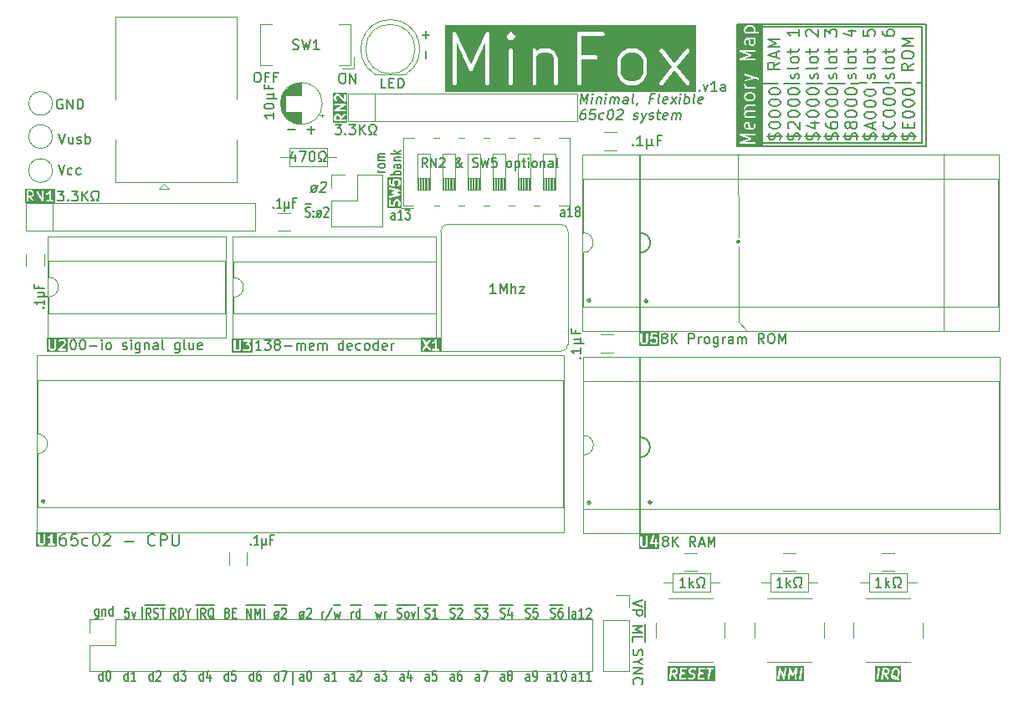
<source format=gbr>
%TF.GenerationSoftware,KiCad,Pcbnew,7.0.6*%
%TF.CreationDate,2023-07-30T11:34:10+01:00*%
%TF.ProjectId,MinFox,4d696e46-6f78-42e6-9b69-6361645f7063,rev?*%
%TF.SameCoordinates,Original*%
%TF.FileFunction,Legend,Top*%
%TF.FilePolarity,Positive*%
%FSLAX46Y46*%
G04 Gerber Fmt 4.6, Leading zero omitted, Abs format (unit mm)*
G04 Created by KiCad (PCBNEW 7.0.6) date 2023-07-30 11:34:10*
%MOMM*%
%LPD*%
G01*
G04 APERTURE LIST*
%ADD10C,0.160000*%
%ADD11C,0.150000*%
%ADD12C,0.275000*%
%ADD13C,0.280183*%
%ADD14C,0.200000*%
%ADD15C,0.400000*%
%ADD16C,0.170000*%
%ADD17C,0.120000*%
%ADD18C,0.300000*%
G04 APERTURE END LIST*
D10*
X98370596Y-48648299D02*
X98370596Y-48124489D01*
X98370596Y-48124489D02*
X98332501Y-48029251D01*
X98332501Y-48029251D02*
X98256310Y-47981632D01*
X98256310Y-47981632D02*
X98103929Y-47981632D01*
X98103929Y-47981632D02*
X98027739Y-48029251D01*
X98370596Y-48600680D02*
X98294405Y-48648299D01*
X98294405Y-48648299D02*
X98103929Y-48648299D01*
X98103929Y-48648299D02*
X98027739Y-48600680D01*
X98027739Y-48600680D02*
X97989643Y-48505441D01*
X97989643Y-48505441D02*
X97989643Y-48410203D01*
X97989643Y-48410203D02*
X98027739Y-48314965D01*
X98027739Y-48314965D02*
X98103929Y-48267346D01*
X98103929Y-48267346D02*
X98294405Y-48267346D01*
X98294405Y-48267346D02*
X98370596Y-48219727D01*
X99170596Y-48648299D02*
X98713453Y-48648299D01*
X98942025Y-48648299D02*
X98942025Y-47648299D01*
X98942025Y-47648299D02*
X98865834Y-47791156D01*
X98865834Y-47791156D02*
X98789644Y-47886394D01*
X98789644Y-47886394D02*
X98713453Y-47934013D01*
X99437263Y-47648299D02*
X99932501Y-47648299D01*
X99932501Y-47648299D02*
X99665835Y-48029251D01*
X99665835Y-48029251D02*
X99780120Y-48029251D01*
X99780120Y-48029251D02*
X99856311Y-48076870D01*
X99856311Y-48076870D02*
X99894406Y-48124489D01*
X99894406Y-48124489D02*
X99932501Y-48219727D01*
X99932501Y-48219727D02*
X99932501Y-48457822D01*
X99932501Y-48457822D02*
X99894406Y-48553060D01*
X99894406Y-48553060D02*
X99856311Y-48600680D01*
X99856311Y-48600680D02*
X99780120Y-48648299D01*
X99780120Y-48648299D02*
X99551549Y-48648299D01*
X99551549Y-48648299D02*
X99475358Y-48600680D01*
X99475358Y-48600680D02*
X99437263Y-48553060D01*
X115540996Y-48368899D02*
X115540996Y-47845089D01*
X115540996Y-47845089D02*
X115502901Y-47749851D01*
X115502901Y-47749851D02*
X115426710Y-47702232D01*
X115426710Y-47702232D02*
X115274329Y-47702232D01*
X115274329Y-47702232D02*
X115198139Y-47749851D01*
X115540996Y-48321280D02*
X115464805Y-48368899D01*
X115464805Y-48368899D02*
X115274329Y-48368899D01*
X115274329Y-48368899D02*
X115198139Y-48321280D01*
X115198139Y-48321280D02*
X115160043Y-48226041D01*
X115160043Y-48226041D02*
X115160043Y-48130803D01*
X115160043Y-48130803D02*
X115198139Y-48035565D01*
X115198139Y-48035565D02*
X115274329Y-47987946D01*
X115274329Y-47987946D02*
X115464805Y-47987946D01*
X115464805Y-47987946D02*
X115540996Y-47940327D01*
X116340996Y-48368899D02*
X115883853Y-48368899D01*
X116112425Y-48368899D02*
X116112425Y-47368899D01*
X116112425Y-47368899D02*
X116036234Y-47511756D01*
X116036234Y-47511756D02*
X115960044Y-47606994D01*
X115960044Y-47606994D02*
X115883853Y-47654613D01*
X116798139Y-47797470D02*
X116721949Y-47749851D01*
X116721949Y-47749851D02*
X116683854Y-47702232D01*
X116683854Y-47702232D02*
X116645758Y-47606994D01*
X116645758Y-47606994D02*
X116645758Y-47559375D01*
X116645758Y-47559375D02*
X116683854Y-47464137D01*
X116683854Y-47464137D02*
X116721949Y-47416518D01*
X116721949Y-47416518D02*
X116798139Y-47368899D01*
X116798139Y-47368899D02*
X116950520Y-47368899D01*
X116950520Y-47368899D02*
X117026711Y-47416518D01*
X117026711Y-47416518D02*
X117064806Y-47464137D01*
X117064806Y-47464137D02*
X117102901Y-47559375D01*
X117102901Y-47559375D02*
X117102901Y-47606994D01*
X117102901Y-47606994D02*
X117064806Y-47702232D01*
X117064806Y-47702232D02*
X117026711Y-47749851D01*
X117026711Y-47749851D02*
X116950520Y-47797470D01*
X116950520Y-47797470D02*
X116798139Y-47797470D01*
X116798139Y-47797470D02*
X116721949Y-47845089D01*
X116721949Y-47845089D02*
X116683854Y-47892708D01*
X116683854Y-47892708D02*
X116645758Y-47987946D01*
X116645758Y-47987946D02*
X116645758Y-48178422D01*
X116645758Y-48178422D02*
X116683854Y-48273660D01*
X116683854Y-48273660D02*
X116721949Y-48321280D01*
X116721949Y-48321280D02*
X116798139Y-48368899D01*
X116798139Y-48368899D02*
X116950520Y-48368899D01*
X116950520Y-48368899D02*
X117026711Y-48321280D01*
X117026711Y-48321280D02*
X117064806Y-48273660D01*
X117064806Y-48273660D02*
X117102901Y-48178422D01*
X117102901Y-48178422D02*
X117102901Y-47987946D01*
X117102901Y-47987946D02*
X117064806Y-47892708D01*
X117064806Y-47892708D02*
X117026711Y-47845089D01*
X117026711Y-47845089D02*
X116950520Y-47797470D01*
D11*
X72840000Y-89165000D02*
X72840000Y-87895000D01*
X100780000Y-89165000D02*
X100780000Y-87895000D01*
X116020000Y-89165000D02*
X116020000Y-87895000D01*
D10*
X114140475Y-88986680D02*
X114254761Y-89034299D01*
X114254761Y-89034299D02*
X114445237Y-89034299D01*
X114445237Y-89034299D02*
X114521428Y-88986680D01*
X114521428Y-88986680D02*
X114559523Y-88939060D01*
X114559523Y-88939060D02*
X114597618Y-88843822D01*
X114597618Y-88843822D02*
X114597618Y-88748584D01*
X114597618Y-88748584D02*
X114559523Y-88653346D01*
X114559523Y-88653346D02*
X114521428Y-88605727D01*
X114521428Y-88605727D02*
X114445237Y-88558108D01*
X114445237Y-88558108D02*
X114292856Y-88510489D01*
X114292856Y-88510489D02*
X114216666Y-88462870D01*
X114216666Y-88462870D02*
X114178571Y-88415251D01*
X114178571Y-88415251D02*
X114140475Y-88320013D01*
X114140475Y-88320013D02*
X114140475Y-88224775D01*
X114140475Y-88224775D02*
X114178571Y-88129537D01*
X114178571Y-88129537D02*
X114216666Y-88081918D01*
X114216666Y-88081918D02*
X114292856Y-88034299D01*
X114292856Y-88034299D02*
X114483333Y-88034299D01*
X114483333Y-88034299D02*
X114597618Y-88081918D01*
X115283333Y-88034299D02*
X115130952Y-88034299D01*
X115130952Y-88034299D02*
X115054761Y-88081918D01*
X115054761Y-88081918D02*
X115016666Y-88129537D01*
X115016666Y-88129537D02*
X114940476Y-88272394D01*
X114940476Y-88272394D02*
X114902380Y-88462870D01*
X114902380Y-88462870D02*
X114902380Y-88843822D01*
X114902380Y-88843822D02*
X114940476Y-88939060D01*
X114940476Y-88939060D02*
X114978571Y-88986680D01*
X114978571Y-88986680D02*
X115054761Y-89034299D01*
X115054761Y-89034299D02*
X115207142Y-89034299D01*
X115207142Y-89034299D02*
X115283333Y-88986680D01*
X115283333Y-88986680D02*
X115321428Y-88939060D01*
X115321428Y-88939060D02*
X115359523Y-88843822D01*
X115359523Y-88843822D02*
X115359523Y-88605727D01*
X115359523Y-88605727D02*
X115321428Y-88510489D01*
X115321428Y-88510489D02*
X115283333Y-88462870D01*
X115283333Y-88462870D02*
X115207142Y-88415251D01*
X115207142Y-88415251D02*
X115054761Y-88415251D01*
X115054761Y-88415251D02*
X114978571Y-88462870D01*
X114978571Y-88462870D02*
X114940476Y-88510489D01*
X114940476Y-88510489D02*
X114902380Y-88605727D01*
X114068095Y-87756680D02*
X115431905Y-87756680D01*
X111600475Y-88986680D02*
X111714761Y-89034299D01*
X111714761Y-89034299D02*
X111905237Y-89034299D01*
X111905237Y-89034299D02*
X111981428Y-88986680D01*
X111981428Y-88986680D02*
X112019523Y-88939060D01*
X112019523Y-88939060D02*
X112057618Y-88843822D01*
X112057618Y-88843822D02*
X112057618Y-88748584D01*
X112057618Y-88748584D02*
X112019523Y-88653346D01*
X112019523Y-88653346D02*
X111981428Y-88605727D01*
X111981428Y-88605727D02*
X111905237Y-88558108D01*
X111905237Y-88558108D02*
X111752856Y-88510489D01*
X111752856Y-88510489D02*
X111676666Y-88462870D01*
X111676666Y-88462870D02*
X111638571Y-88415251D01*
X111638571Y-88415251D02*
X111600475Y-88320013D01*
X111600475Y-88320013D02*
X111600475Y-88224775D01*
X111600475Y-88224775D02*
X111638571Y-88129537D01*
X111638571Y-88129537D02*
X111676666Y-88081918D01*
X111676666Y-88081918D02*
X111752856Y-88034299D01*
X111752856Y-88034299D02*
X111943333Y-88034299D01*
X111943333Y-88034299D02*
X112057618Y-88081918D01*
X112781428Y-88034299D02*
X112400476Y-88034299D01*
X112400476Y-88034299D02*
X112362380Y-88510489D01*
X112362380Y-88510489D02*
X112400476Y-88462870D01*
X112400476Y-88462870D02*
X112476666Y-88415251D01*
X112476666Y-88415251D02*
X112667142Y-88415251D01*
X112667142Y-88415251D02*
X112743333Y-88462870D01*
X112743333Y-88462870D02*
X112781428Y-88510489D01*
X112781428Y-88510489D02*
X112819523Y-88605727D01*
X112819523Y-88605727D02*
X112819523Y-88843822D01*
X112819523Y-88843822D02*
X112781428Y-88939060D01*
X112781428Y-88939060D02*
X112743333Y-88986680D01*
X112743333Y-88986680D02*
X112667142Y-89034299D01*
X112667142Y-89034299D02*
X112476666Y-89034299D01*
X112476666Y-89034299D02*
X112400476Y-88986680D01*
X112400476Y-88986680D02*
X112362380Y-88939060D01*
X111528095Y-87756680D02*
X112891905Y-87756680D01*
X109060475Y-88986680D02*
X109174761Y-89034299D01*
X109174761Y-89034299D02*
X109365237Y-89034299D01*
X109365237Y-89034299D02*
X109441428Y-88986680D01*
X109441428Y-88986680D02*
X109479523Y-88939060D01*
X109479523Y-88939060D02*
X109517618Y-88843822D01*
X109517618Y-88843822D02*
X109517618Y-88748584D01*
X109517618Y-88748584D02*
X109479523Y-88653346D01*
X109479523Y-88653346D02*
X109441428Y-88605727D01*
X109441428Y-88605727D02*
X109365237Y-88558108D01*
X109365237Y-88558108D02*
X109212856Y-88510489D01*
X109212856Y-88510489D02*
X109136666Y-88462870D01*
X109136666Y-88462870D02*
X109098571Y-88415251D01*
X109098571Y-88415251D02*
X109060475Y-88320013D01*
X109060475Y-88320013D02*
X109060475Y-88224775D01*
X109060475Y-88224775D02*
X109098571Y-88129537D01*
X109098571Y-88129537D02*
X109136666Y-88081918D01*
X109136666Y-88081918D02*
X109212856Y-88034299D01*
X109212856Y-88034299D02*
X109403333Y-88034299D01*
X109403333Y-88034299D02*
X109517618Y-88081918D01*
X110203333Y-88367632D02*
X110203333Y-89034299D01*
X110012857Y-87986680D02*
X109822380Y-88700965D01*
X109822380Y-88700965D02*
X110317619Y-88700965D01*
X108988095Y-87756680D02*
X110351905Y-87756680D01*
X106520475Y-88986680D02*
X106634761Y-89034299D01*
X106634761Y-89034299D02*
X106825237Y-89034299D01*
X106825237Y-89034299D02*
X106901428Y-88986680D01*
X106901428Y-88986680D02*
X106939523Y-88939060D01*
X106939523Y-88939060D02*
X106977618Y-88843822D01*
X106977618Y-88843822D02*
X106977618Y-88748584D01*
X106977618Y-88748584D02*
X106939523Y-88653346D01*
X106939523Y-88653346D02*
X106901428Y-88605727D01*
X106901428Y-88605727D02*
X106825237Y-88558108D01*
X106825237Y-88558108D02*
X106672856Y-88510489D01*
X106672856Y-88510489D02*
X106596666Y-88462870D01*
X106596666Y-88462870D02*
X106558571Y-88415251D01*
X106558571Y-88415251D02*
X106520475Y-88320013D01*
X106520475Y-88320013D02*
X106520475Y-88224775D01*
X106520475Y-88224775D02*
X106558571Y-88129537D01*
X106558571Y-88129537D02*
X106596666Y-88081918D01*
X106596666Y-88081918D02*
X106672856Y-88034299D01*
X106672856Y-88034299D02*
X106863333Y-88034299D01*
X106863333Y-88034299D02*
X106977618Y-88081918D01*
X107244285Y-88034299D02*
X107739523Y-88034299D01*
X107739523Y-88034299D02*
X107472857Y-88415251D01*
X107472857Y-88415251D02*
X107587142Y-88415251D01*
X107587142Y-88415251D02*
X107663333Y-88462870D01*
X107663333Y-88462870D02*
X107701428Y-88510489D01*
X107701428Y-88510489D02*
X107739523Y-88605727D01*
X107739523Y-88605727D02*
X107739523Y-88843822D01*
X107739523Y-88843822D02*
X107701428Y-88939060D01*
X107701428Y-88939060D02*
X107663333Y-88986680D01*
X107663333Y-88986680D02*
X107587142Y-89034299D01*
X107587142Y-89034299D02*
X107358571Y-89034299D01*
X107358571Y-89034299D02*
X107282380Y-88986680D01*
X107282380Y-88986680D02*
X107244285Y-88939060D01*
X106448095Y-87756680D02*
X107811905Y-87756680D01*
X103980475Y-88986680D02*
X104094761Y-89034299D01*
X104094761Y-89034299D02*
X104285237Y-89034299D01*
X104285237Y-89034299D02*
X104361428Y-88986680D01*
X104361428Y-88986680D02*
X104399523Y-88939060D01*
X104399523Y-88939060D02*
X104437618Y-88843822D01*
X104437618Y-88843822D02*
X104437618Y-88748584D01*
X104437618Y-88748584D02*
X104399523Y-88653346D01*
X104399523Y-88653346D02*
X104361428Y-88605727D01*
X104361428Y-88605727D02*
X104285237Y-88558108D01*
X104285237Y-88558108D02*
X104132856Y-88510489D01*
X104132856Y-88510489D02*
X104056666Y-88462870D01*
X104056666Y-88462870D02*
X104018571Y-88415251D01*
X104018571Y-88415251D02*
X103980475Y-88320013D01*
X103980475Y-88320013D02*
X103980475Y-88224775D01*
X103980475Y-88224775D02*
X104018571Y-88129537D01*
X104018571Y-88129537D02*
X104056666Y-88081918D01*
X104056666Y-88081918D02*
X104132856Y-88034299D01*
X104132856Y-88034299D02*
X104323333Y-88034299D01*
X104323333Y-88034299D02*
X104437618Y-88081918D01*
X104742380Y-88129537D02*
X104780476Y-88081918D01*
X104780476Y-88081918D02*
X104856666Y-88034299D01*
X104856666Y-88034299D02*
X105047142Y-88034299D01*
X105047142Y-88034299D02*
X105123333Y-88081918D01*
X105123333Y-88081918D02*
X105161428Y-88129537D01*
X105161428Y-88129537D02*
X105199523Y-88224775D01*
X105199523Y-88224775D02*
X105199523Y-88320013D01*
X105199523Y-88320013D02*
X105161428Y-88462870D01*
X105161428Y-88462870D02*
X104704285Y-89034299D01*
X104704285Y-89034299D02*
X105199523Y-89034299D01*
X103908095Y-87756680D02*
X105271905Y-87756680D01*
X101440475Y-88986680D02*
X101554761Y-89034299D01*
X101554761Y-89034299D02*
X101745237Y-89034299D01*
X101745237Y-89034299D02*
X101821428Y-88986680D01*
X101821428Y-88986680D02*
X101859523Y-88939060D01*
X101859523Y-88939060D02*
X101897618Y-88843822D01*
X101897618Y-88843822D02*
X101897618Y-88748584D01*
X101897618Y-88748584D02*
X101859523Y-88653346D01*
X101859523Y-88653346D02*
X101821428Y-88605727D01*
X101821428Y-88605727D02*
X101745237Y-88558108D01*
X101745237Y-88558108D02*
X101592856Y-88510489D01*
X101592856Y-88510489D02*
X101516666Y-88462870D01*
X101516666Y-88462870D02*
X101478571Y-88415251D01*
X101478571Y-88415251D02*
X101440475Y-88320013D01*
X101440475Y-88320013D02*
X101440475Y-88224775D01*
X101440475Y-88224775D02*
X101478571Y-88129537D01*
X101478571Y-88129537D02*
X101516666Y-88081918D01*
X101516666Y-88081918D02*
X101592856Y-88034299D01*
X101592856Y-88034299D02*
X101783333Y-88034299D01*
X101783333Y-88034299D02*
X101897618Y-88081918D01*
X102659523Y-89034299D02*
X102202380Y-89034299D01*
X102430952Y-89034299D02*
X102430952Y-88034299D01*
X102430952Y-88034299D02*
X102354761Y-88177156D01*
X102354761Y-88177156D02*
X102278571Y-88272394D01*
X102278571Y-88272394D02*
X102202380Y-88320013D01*
X101368095Y-87756680D02*
X102731905Y-87756680D01*
X98614761Y-88986680D02*
X98729047Y-89034299D01*
X98729047Y-89034299D02*
X98919523Y-89034299D01*
X98919523Y-89034299D02*
X98995714Y-88986680D01*
X98995714Y-88986680D02*
X99033809Y-88939060D01*
X99033809Y-88939060D02*
X99071904Y-88843822D01*
X99071904Y-88843822D02*
X99071904Y-88748584D01*
X99071904Y-88748584D02*
X99033809Y-88653346D01*
X99033809Y-88653346D02*
X98995714Y-88605727D01*
X98995714Y-88605727D02*
X98919523Y-88558108D01*
X98919523Y-88558108D02*
X98767142Y-88510489D01*
X98767142Y-88510489D02*
X98690952Y-88462870D01*
X98690952Y-88462870D02*
X98652857Y-88415251D01*
X98652857Y-88415251D02*
X98614761Y-88320013D01*
X98614761Y-88320013D02*
X98614761Y-88224775D01*
X98614761Y-88224775D02*
X98652857Y-88129537D01*
X98652857Y-88129537D02*
X98690952Y-88081918D01*
X98690952Y-88081918D02*
X98767142Y-88034299D01*
X98767142Y-88034299D02*
X98957619Y-88034299D01*
X98957619Y-88034299D02*
X99071904Y-88081918D01*
X99529047Y-89034299D02*
X99452857Y-88986680D01*
X99452857Y-88986680D02*
X99414762Y-88939060D01*
X99414762Y-88939060D02*
X99376666Y-88843822D01*
X99376666Y-88843822D02*
X99376666Y-88558108D01*
X99376666Y-88558108D02*
X99414762Y-88462870D01*
X99414762Y-88462870D02*
X99452857Y-88415251D01*
X99452857Y-88415251D02*
X99529047Y-88367632D01*
X99529047Y-88367632D02*
X99643333Y-88367632D01*
X99643333Y-88367632D02*
X99719524Y-88415251D01*
X99719524Y-88415251D02*
X99757619Y-88462870D01*
X99757619Y-88462870D02*
X99795714Y-88558108D01*
X99795714Y-88558108D02*
X99795714Y-88843822D01*
X99795714Y-88843822D02*
X99757619Y-88939060D01*
X99757619Y-88939060D02*
X99719524Y-88986680D01*
X99719524Y-88986680D02*
X99643333Y-89034299D01*
X99643333Y-89034299D02*
X99529047Y-89034299D01*
X100062381Y-88367632D02*
X100252857Y-89034299D01*
X100252857Y-89034299D02*
X100443334Y-88367632D01*
X98542381Y-87756680D02*
X100477620Y-87756680D01*
X96417619Y-88367632D02*
X96570000Y-89034299D01*
X96570000Y-89034299D02*
X96722381Y-88558108D01*
X96722381Y-88558108D02*
X96874762Y-89034299D01*
X96874762Y-89034299D02*
X97027143Y-88367632D01*
X97331905Y-89034299D02*
X97331905Y-88367632D01*
X97331905Y-88558108D02*
X97370000Y-88462870D01*
X97370000Y-88462870D02*
X97408095Y-88415251D01*
X97408095Y-88415251D02*
X97484286Y-88367632D01*
X97484286Y-88367632D02*
X97560476Y-88367632D01*
X96383334Y-87756680D02*
X97556667Y-87756680D01*
X94010952Y-89034299D02*
X94010952Y-88367632D01*
X94010952Y-88558108D02*
X94049047Y-88462870D01*
X94049047Y-88462870D02*
X94087142Y-88415251D01*
X94087142Y-88415251D02*
X94163333Y-88367632D01*
X94163333Y-88367632D02*
X94239523Y-88367632D01*
X94849047Y-89034299D02*
X94849047Y-88034299D01*
X94849047Y-88986680D02*
X94772856Y-89034299D01*
X94772856Y-89034299D02*
X94620475Y-89034299D01*
X94620475Y-89034299D02*
X94544285Y-88986680D01*
X94544285Y-88986680D02*
X94506190Y-88939060D01*
X94506190Y-88939060D02*
X94468094Y-88843822D01*
X94468094Y-88843822D02*
X94468094Y-88558108D01*
X94468094Y-88558108D02*
X94506190Y-88462870D01*
X94506190Y-88462870D02*
X94544285Y-88415251D01*
X94544285Y-88415251D02*
X94620475Y-88367632D01*
X94620475Y-88367632D02*
X94772856Y-88367632D01*
X94772856Y-88367632D02*
X94849047Y-88415251D01*
X93900476Y-87756680D02*
X94959524Y-87756680D01*
X90994762Y-89034299D02*
X90994762Y-88367632D01*
X90994762Y-88558108D02*
X91032857Y-88462870D01*
X91032857Y-88462870D02*
X91070952Y-88415251D01*
X91070952Y-88415251D02*
X91147143Y-88367632D01*
X91147143Y-88367632D02*
X91223333Y-88367632D01*
X92061428Y-87986680D02*
X91375714Y-89272394D01*
X92251904Y-88367632D02*
X92404285Y-89034299D01*
X92404285Y-89034299D02*
X92556666Y-88558108D01*
X92556666Y-88558108D02*
X92709047Y-89034299D01*
X92709047Y-89034299D02*
X92861428Y-88367632D01*
X92217619Y-87756680D02*
X92895714Y-87756680D01*
X86676666Y-88367632D02*
X86181428Y-89034299D01*
X86371904Y-89034299D02*
X86295714Y-88986680D01*
X86295714Y-88986680D02*
X86257619Y-88939060D01*
X86257619Y-88939060D02*
X86219523Y-88843822D01*
X86219523Y-88843822D02*
X86219523Y-88558108D01*
X86219523Y-88558108D02*
X86257619Y-88462870D01*
X86257619Y-88462870D02*
X86295714Y-88415251D01*
X86295714Y-88415251D02*
X86371904Y-88367632D01*
X86371904Y-88367632D02*
X86486190Y-88367632D01*
X86486190Y-88367632D02*
X86562381Y-88415251D01*
X86562381Y-88415251D02*
X86600476Y-88462870D01*
X86600476Y-88462870D02*
X86638571Y-88558108D01*
X86638571Y-88558108D02*
X86638571Y-88843822D01*
X86638571Y-88843822D02*
X86600476Y-88939060D01*
X86600476Y-88939060D02*
X86562381Y-88986680D01*
X86562381Y-88986680D02*
X86486190Y-89034299D01*
X86486190Y-89034299D02*
X86371904Y-89034299D01*
X86943333Y-88129537D02*
X86981429Y-88081918D01*
X86981429Y-88081918D02*
X87057619Y-88034299D01*
X87057619Y-88034299D02*
X87248095Y-88034299D01*
X87248095Y-88034299D02*
X87324286Y-88081918D01*
X87324286Y-88081918D02*
X87362381Y-88129537D01*
X87362381Y-88129537D02*
X87400476Y-88224775D01*
X87400476Y-88224775D02*
X87400476Y-88320013D01*
X87400476Y-88320013D02*
X87362381Y-88462870D01*
X87362381Y-88462870D02*
X86905238Y-89034299D01*
X86905238Y-89034299D02*
X87400476Y-89034299D01*
X86147143Y-87756680D02*
X87472858Y-87756680D01*
X89216666Y-88367632D02*
X88721428Y-89034299D01*
X88911904Y-89034299D02*
X88835714Y-88986680D01*
X88835714Y-88986680D02*
X88797619Y-88939060D01*
X88797619Y-88939060D02*
X88759523Y-88843822D01*
X88759523Y-88843822D02*
X88759523Y-88558108D01*
X88759523Y-88558108D02*
X88797619Y-88462870D01*
X88797619Y-88462870D02*
X88835714Y-88415251D01*
X88835714Y-88415251D02*
X88911904Y-88367632D01*
X88911904Y-88367632D02*
X89026190Y-88367632D01*
X89026190Y-88367632D02*
X89102381Y-88415251D01*
X89102381Y-88415251D02*
X89140476Y-88462870D01*
X89140476Y-88462870D02*
X89178571Y-88558108D01*
X89178571Y-88558108D02*
X89178571Y-88843822D01*
X89178571Y-88843822D02*
X89140476Y-88939060D01*
X89140476Y-88939060D02*
X89102381Y-88986680D01*
X89102381Y-88986680D02*
X89026190Y-89034299D01*
X89026190Y-89034299D02*
X88911904Y-89034299D01*
X89483333Y-88129537D02*
X89521429Y-88081918D01*
X89521429Y-88081918D02*
X89597619Y-88034299D01*
X89597619Y-88034299D02*
X89788095Y-88034299D01*
X89788095Y-88034299D02*
X89864286Y-88081918D01*
X89864286Y-88081918D02*
X89902381Y-88129537D01*
X89902381Y-88129537D02*
X89940476Y-88224775D01*
X89940476Y-88224775D02*
X89940476Y-88320013D01*
X89940476Y-88320013D02*
X89902381Y-88462870D01*
X89902381Y-88462870D02*
X89445238Y-89034299D01*
X89445238Y-89034299D02*
X89940476Y-89034299D01*
X83393810Y-89034299D02*
X83393810Y-88034299D01*
X83393810Y-88034299D02*
X83850953Y-89034299D01*
X83850953Y-89034299D02*
X83850953Y-88034299D01*
X84231905Y-89034299D02*
X84231905Y-88034299D01*
X84231905Y-88034299D02*
X84498571Y-88748584D01*
X84498571Y-88748584D02*
X84765238Y-88034299D01*
X84765238Y-88034299D02*
X84765238Y-89034299D01*
X85146191Y-89034299D02*
X85146191Y-88034299D01*
X83283334Y-87756680D02*
X85256667Y-87756680D01*
X81425237Y-88510489D02*
X81539523Y-88558108D01*
X81539523Y-88558108D02*
X81577618Y-88605727D01*
X81577618Y-88605727D02*
X81615714Y-88700965D01*
X81615714Y-88700965D02*
X81615714Y-88843822D01*
X81615714Y-88843822D02*
X81577618Y-88939060D01*
X81577618Y-88939060D02*
X81539523Y-88986680D01*
X81539523Y-88986680D02*
X81463333Y-89034299D01*
X81463333Y-89034299D02*
X81158571Y-89034299D01*
X81158571Y-89034299D02*
X81158571Y-88034299D01*
X81158571Y-88034299D02*
X81425237Y-88034299D01*
X81425237Y-88034299D02*
X81501428Y-88081918D01*
X81501428Y-88081918D02*
X81539523Y-88129537D01*
X81539523Y-88129537D02*
X81577618Y-88224775D01*
X81577618Y-88224775D02*
X81577618Y-88320013D01*
X81577618Y-88320013D02*
X81539523Y-88415251D01*
X81539523Y-88415251D02*
X81501428Y-88462870D01*
X81501428Y-88462870D02*
X81425237Y-88510489D01*
X81425237Y-88510489D02*
X81158571Y-88510489D01*
X81958571Y-88510489D02*
X82225237Y-88510489D01*
X82339523Y-89034299D02*
X81958571Y-89034299D01*
X81958571Y-89034299D02*
X81958571Y-88034299D01*
X81958571Y-88034299D02*
X82339523Y-88034299D01*
X78370953Y-89034299D02*
X78370953Y-88034299D01*
X79209048Y-89034299D02*
X78942381Y-88558108D01*
X78751905Y-89034299D02*
X78751905Y-88034299D01*
X78751905Y-88034299D02*
X79056667Y-88034299D01*
X79056667Y-88034299D02*
X79132857Y-88081918D01*
X79132857Y-88081918D02*
X79170952Y-88129537D01*
X79170952Y-88129537D02*
X79209048Y-88224775D01*
X79209048Y-88224775D02*
X79209048Y-88367632D01*
X79209048Y-88367632D02*
X79170952Y-88462870D01*
X79170952Y-88462870D02*
X79132857Y-88510489D01*
X79132857Y-88510489D02*
X79056667Y-88558108D01*
X79056667Y-88558108D02*
X78751905Y-88558108D01*
X80085238Y-89129537D02*
X80009048Y-89081918D01*
X80009048Y-89081918D02*
X79932857Y-88986680D01*
X79932857Y-88986680D02*
X79818571Y-88843822D01*
X79818571Y-88843822D02*
X79742381Y-88796203D01*
X79742381Y-88796203D02*
X79666190Y-88796203D01*
X79704286Y-89034299D02*
X79628095Y-88986680D01*
X79628095Y-88986680D02*
X79551905Y-88891441D01*
X79551905Y-88891441D02*
X79513809Y-88700965D01*
X79513809Y-88700965D02*
X79513809Y-88367632D01*
X79513809Y-88367632D02*
X79551905Y-88177156D01*
X79551905Y-88177156D02*
X79628095Y-88081918D01*
X79628095Y-88081918D02*
X79704286Y-88034299D01*
X79704286Y-88034299D02*
X79856667Y-88034299D01*
X79856667Y-88034299D02*
X79932857Y-88081918D01*
X79932857Y-88081918D02*
X80009048Y-88177156D01*
X80009048Y-88177156D02*
X80047143Y-88367632D01*
X80047143Y-88367632D02*
X80047143Y-88700965D01*
X80047143Y-88700965D02*
X80009048Y-88891441D01*
X80009048Y-88891441D02*
X79932857Y-88986680D01*
X79932857Y-88986680D02*
X79856667Y-89034299D01*
X79856667Y-89034299D02*
X79704286Y-89034299D01*
X78260477Y-87756680D02*
X80119524Y-87756680D01*
X76154762Y-89034299D02*
X75888095Y-88558108D01*
X75697619Y-89034299D02*
X75697619Y-88034299D01*
X75697619Y-88034299D02*
X76002381Y-88034299D01*
X76002381Y-88034299D02*
X76078571Y-88081918D01*
X76078571Y-88081918D02*
X76116666Y-88129537D01*
X76116666Y-88129537D02*
X76154762Y-88224775D01*
X76154762Y-88224775D02*
X76154762Y-88367632D01*
X76154762Y-88367632D02*
X76116666Y-88462870D01*
X76116666Y-88462870D02*
X76078571Y-88510489D01*
X76078571Y-88510489D02*
X76002381Y-88558108D01*
X76002381Y-88558108D02*
X75697619Y-88558108D01*
X76497619Y-89034299D02*
X76497619Y-88034299D01*
X76497619Y-88034299D02*
X76688095Y-88034299D01*
X76688095Y-88034299D02*
X76802381Y-88081918D01*
X76802381Y-88081918D02*
X76878571Y-88177156D01*
X76878571Y-88177156D02*
X76916666Y-88272394D01*
X76916666Y-88272394D02*
X76954762Y-88462870D01*
X76954762Y-88462870D02*
X76954762Y-88605727D01*
X76954762Y-88605727D02*
X76916666Y-88796203D01*
X76916666Y-88796203D02*
X76878571Y-88891441D01*
X76878571Y-88891441D02*
X76802381Y-88986680D01*
X76802381Y-88986680D02*
X76688095Y-89034299D01*
X76688095Y-89034299D02*
X76497619Y-89034299D01*
X77450000Y-88558108D02*
X77450000Y-89034299D01*
X77183333Y-88034299D02*
X77450000Y-88558108D01*
X77450000Y-88558108D02*
X77716666Y-88034299D01*
X73671905Y-89034299D02*
X73405238Y-88558108D01*
X73214762Y-89034299D02*
X73214762Y-88034299D01*
X73214762Y-88034299D02*
X73519524Y-88034299D01*
X73519524Y-88034299D02*
X73595714Y-88081918D01*
X73595714Y-88081918D02*
X73633809Y-88129537D01*
X73633809Y-88129537D02*
X73671905Y-88224775D01*
X73671905Y-88224775D02*
X73671905Y-88367632D01*
X73671905Y-88367632D02*
X73633809Y-88462870D01*
X73633809Y-88462870D02*
X73595714Y-88510489D01*
X73595714Y-88510489D02*
X73519524Y-88558108D01*
X73519524Y-88558108D02*
X73214762Y-88558108D01*
X73976666Y-88986680D02*
X74090952Y-89034299D01*
X74090952Y-89034299D02*
X74281428Y-89034299D01*
X74281428Y-89034299D02*
X74357619Y-88986680D01*
X74357619Y-88986680D02*
X74395714Y-88939060D01*
X74395714Y-88939060D02*
X74433809Y-88843822D01*
X74433809Y-88843822D02*
X74433809Y-88748584D01*
X74433809Y-88748584D02*
X74395714Y-88653346D01*
X74395714Y-88653346D02*
X74357619Y-88605727D01*
X74357619Y-88605727D02*
X74281428Y-88558108D01*
X74281428Y-88558108D02*
X74129047Y-88510489D01*
X74129047Y-88510489D02*
X74052857Y-88462870D01*
X74052857Y-88462870D02*
X74014762Y-88415251D01*
X74014762Y-88415251D02*
X73976666Y-88320013D01*
X73976666Y-88320013D02*
X73976666Y-88224775D01*
X73976666Y-88224775D02*
X74014762Y-88129537D01*
X74014762Y-88129537D02*
X74052857Y-88081918D01*
X74052857Y-88081918D02*
X74129047Y-88034299D01*
X74129047Y-88034299D02*
X74319524Y-88034299D01*
X74319524Y-88034299D02*
X74433809Y-88081918D01*
X74662381Y-88034299D02*
X75119524Y-88034299D01*
X74890952Y-89034299D02*
X74890952Y-88034299D01*
X73104286Y-87756680D02*
X75115715Y-87756680D01*
X71455714Y-88034299D02*
X71074762Y-88034299D01*
X71074762Y-88034299D02*
X71036666Y-88510489D01*
X71036666Y-88510489D02*
X71074762Y-88462870D01*
X71074762Y-88462870D02*
X71150952Y-88415251D01*
X71150952Y-88415251D02*
X71341428Y-88415251D01*
X71341428Y-88415251D02*
X71417619Y-88462870D01*
X71417619Y-88462870D02*
X71455714Y-88510489D01*
X71455714Y-88510489D02*
X71493809Y-88605727D01*
X71493809Y-88605727D02*
X71493809Y-88843822D01*
X71493809Y-88843822D02*
X71455714Y-88939060D01*
X71455714Y-88939060D02*
X71417619Y-88986680D01*
X71417619Y-88986680D02*
X71341428Y-89034299D01*
X71341428Y-89034299D02*
X71150952Y-89034299D01*
X71150952Y-89034299D02*
X71074762Y-88986680D01*
X71074762Y-88986680D02*
X71036666Y-88939060D01*
X71760476Y-88367632D02*
X71950952Y-89034299D01*
X71950952Y-89034299D02*
X72141429Y-88367632D01*
X68376018Y-88113632D02*
X68376018Y-88923156D01*
X68376018Y-88923156D02*
X68337923Y-89018394D01*
X68337923Y-89018394D02*
X68299827Y-89066013D01*
X68299827Y-89066013D02*
X68223637Y-89113632D01*
X68223637Y-89113632D02*
X68109351Y-89113632D01*
X68109351Y-89113632D02*
X68033161Y-89066013D01*
X68376018Y-88732680D02*
X68299827Y-88780299D01*
X68299827Y-88780299D02*
X68147446Y-88780299D01*
X68147446Y-88780299D02*
X68071256Y-88732680D01*
X68071256Y-88732680D02*
X68033161Y-88685060D01*
X68033161Y-88685060D02*
X67995065Y-88589822D01*
X67995065Y-88589822D02*
X67995065Y-88304108D01*
X67995065Y-88304108D02*
X68033161Y-88208870D01*
X68033161Y-88208870D02*
X68071256Y-88161251D01*
X68071256Y-88161251D02*
X68147446Y-88113632D01*
X68147446Y-88113632D02*
X68299827Y-88113632D01*
X68299827Y-88113632D02*
X68376018Y-88161251D01*
X68756971Y-88113632D02*
X68756971Y-88780299D01*
X68756971Y-88208870D02*
X68795066Y-88161251D01*
X68795066Y-88161251D02*
X68871256Y-88113632D01*
X68871256Y-88113632D02*
X68985542Y-88113632D01*
X68985542Y-88113632D02*
X69061733Y-88161251D01*
X69061733Y-88161251D02*
X69099828Y-88256489D01*
X69099828Y-88256489D02*
X69099828Y-88780299D01*
X69823638Y-88780299D02*
X69823638Y-87780299D01*
X69823638Y-88732680D02*
X69747447Y-88780299D01*
X69747447Y-88780299D02*
X69595066Y-88780299D01*
X69595066Y-88780299D02*
X69518876Y-88732680D01*
X69518876Y-88732680D02*
X69480781Y-88685060D01*
X69480781Y-88685060D02*
X69442685Y-88589822D01*
X69442685Y-88589822D02*
X69442685Y-88304108D01*
X69442685Y-88304108D02*
X69480781Y-88208870D01*
X69480781Y-88208870D02*
X69518876Y-88161251D01*
X69518876Y-88161251D02*
X69595066Y-88113632D01*
X69595066Y-88113632D02*
X69747447Y-88113632D01*
X69747447Y-88113632D02*
X69823638Y-88161251D01*
D11*
X88080000Y-94397400D02*
X88080000Y-95769000D01*
D10*
X68820476Y-95384299D02*
X68820476Y-94384299D01*
X68820476Y-95336680D02*
X68744285Y-95384299D01*
X68744285Y-95384299D02*
X68591904Y-95384299D01*
X68591904Y-95384299D02*
X68515714Y-95336680D01*
X68515714Y-95336680D02*
X68477619Y-95289060D01*
X68477619Y-95289060D02*
X68439523Y-95193822D01*
X68439523Y-95193822D02*
X68439523Y-94908108D01*
X68439523Y-94908108D02*
X68477619Y-94812870D01*
X68477619Y-94812870D02*
X68515714Y-94765251D01*
X68515714Y-94765251D02*
X68591904Y-94717632D01*
X68591904Y-94717632D02*
X68744285Y-94717632D01*
X68744285Y-94717632D02*
X68820476Y-94765251D01*
X69353810Y-94384299D02*
X69430000Y-94384299D01*
X69430000Y-94384299D02*
X69506191Y-94431918D01*
X69506191Y-94431918D02*
X69544286Y-94479537D01*
X69544286Y-94479537D02*
X69582381Y-94574775D01*
X69582381Y-94574775D02*
X69620476Y-94765251D01*
X69620476Y-94765251D02*
X69620476Y-95003346D01*
X69620476Y-95003346D02*
X69582381Y-95193822D01*
X69582381Y-95193822D02*
X69544286Y-95289060D01*
X69544286Y-95289060D02*
X69506191Y-95336680D01*
X69506191Y-95336680D02*
X69430000Y-95384299D01*
X69430000Y-95384299D02*
X69353810Y-95384299D01*
X69353810Y-95384299D02*
X69277619Y-95336680D01*
X69277619Y-95336680D02*
X69239524Y-95289060D01*
X69239524Y-95289060D02*
X69201429Y-95193822D01*
X69201429Y-95193822D02*
X69163333Y-95003346D01*
X69163333Y-95003346D02*
X69163333Y-94765251D01*
X69163333Y-94765251D02*
X69201429Y-94574775D01*
X69201429Y-94574775D02*
X69239524Y-94479537D01*
X69239524Y-94479537D02*
X69277619Y-94431918D01*
X69277619Y-94431918D02*
X69353810Y-94384299D01*
X71360476Y-95384299D02*
X71360476Y-94384299D01*
X71360476Y-95336680D02*
X71284285Y-95384299D01*
X71284285Y-95384299D02*
X71131904Y-95384299D01*
X71131904Y-95384299D02*
X71055714Y-95336680D01*
X71055714Y-95336680D02*
X71017619Y-95289060D01*
X71017619Y-95289060D02*
X70979523Y-95193822D01*
X70979523Y-95193822D02*
X70979523Y-94908108D01*
X70979523Y-94908108D02*
X71017619Y-94812870D01*
X71017619Y-94812870D02*
X71055714Y-94765251D01*
X71055714Y-94765251D02*
X71131904Y-94717632D01*
X71131904Y-94717632D02*
X71284285Y-94717632D01*
X71284285Y-94717632D02*
X71360476Y-94765251D01*
X72160476Y-95384299D02*
X71703333Y-95384299D01*
X71931905Y-95384299D02*
X71931905Y-94384299D01*
X71931905Y-94384299D02*
X71855714Y-94527156D01*
X71855714Y-94527156D02*
X71779524Y-94622394D01*
X71779524Y-94622394D02*
X71703333Y-94670013D01*
X73900476Y-95384299D02*
X73900476Y-94384299D01*
X73900476Y-95336680D02*
X73824285Y-95384299D01*
X73824285Y-95384299D02*
X73671904Y-95384299D01*
X73671904Y-95384299D02*
X73595714Y-95336680D01*
X73595714Y-95336680D02*
X73557619Y-95289060D01*
X73557619Y-95289060D02*
X73519523Y-95193822D01*
X73519523Y-95193822D02*
X73519523Y-94908108D01*
X73519523Y-94908108D02*
X73557619Y-94812870D01*
X73557619Y-94812870D02*
X73595714Y-94765251D01*
X73595714Y-94765251D02*
X73671904Y-94717632D01*
X73671904Y-94717632D02*
X73824285Y-94717632D01*
X73824285Y-94717632D02*
X73900476Y-94765251D01*
X74243333Y-94479537D02*
X74281429Y-94431918D01*
X74281429Y-94431918D02*
X74357619Y-94384299D01*
X74357619Y-94384299D02*
X74548095Y-94384299D01*
X74548095Y-94384299D02*
X74624286Y-94431918D01*
X74624286Y-94431918D02*
X74662381Y-94479537D01*
X74662381Y-94479537D02*
X74700476Y-94574775D01*
X74700476Y-94574775D02*
X74700476Y-94670013D01*
X74700476Y-94670013D02*
X74662381Y-94812870D01*
X74662381Y-94812870D02*
X74205238Y-95384299D01*
X74205238Y-95384299D02*
X74700476Y-95384299D01*
X76440476Y-95384299D02*
X76440476Y-94384299D01*
X76440476Y-95336680D02*
X76364285Y-95384299D01*
X76364285Y-95384299D02*
X76211904Y-95384299D01*
X76211904Y-95384299D02*
X76135714Y-95336680D01*
X76135714Y-95336680D02*
X76097619Y-95289060D01*
X76097619Y-95289060D02*
X76059523Y-95193822D01*
X76059523Y-95193822D02*
X76059523Y-94908108D01*
X76059523Y-94908108D02*
X76097619Y-94812870D01*
X76097619Y-94812870D02*
X76135714Y-94765251D01*
X76135714Y-94765251D02*
X76211904Y-94717632D01*
X76211904Y-94717632D02*
X76364285Y-94717632D01*
X76364285Y-94717632D02*
X76440476Y-94765251D01*
X76745238Y-94384299D02*
X77240476Y-94384299D01*
X77240476Y-94384299D02*
X76973810Y-94765251D01*
X76973810Y-94765251D02*
X77088095Y-94765251D01*
X77088095Y-94765251D02*
X77164286Y-94812870D01*
X77164286Y-94812870D02*
X77202381Y-94860489D01*
X77202381Y-94860489D02*
X77240476Y-94955727D01*
X77240476Y-94955727D02*
X77240476Y-95193822D01*
X77240476Y-95193822D02*
X77202381Y-95289060D01*
X77202381Y-95289060D02*
X77164286Y-95336680D01*
X77164286Y-95336680D02*
X77088095Y-95384299D01*
X77088095Y-95384299D02*
X76859524Y-95384299D01*
X76859524Y-95384299D02*
X76783333Y-95336680D01*
X76783333Y-95336680D02*
X76745238Y-95289060D01*
X78980476Y-95384299D02*
X78980476Y-94384299D01*
X78980476Y-95336680D02*
X78904285Y-95384299D01*
X78904285Y-95384299D02*
X78751904Y-95384299D01*
X78751904Y-95384299D02*
X78675714Y-95336680D01*
X78675714Y-95336680D02*
X78637619Y-95289060D01*
X78637619Y-95289060D02*
X78599523Y-95193822D01*
X78599523Y-95193822D02*
X78599523Y-94908108D01*
X78599523Y-94908108D02*
X78637619Y-94812870D01*
X78637619Y-94812870D02*
X78675714Y-94765251D01*
X78675714Y-94765251D02*
X78751904Y-94717632D01*
X78751904Y-94717632D02*
X78904285Y-94717632D01*
X78904285Y-94717632D02*
X78980476Y-94765251D01*
X79704286Y-94717632D02*
X79704286Y-95384299D01*
X79513810Y-94336680D02*
X79323333Y-95050965D01*
X79323333Y-95050965D02*
X79818572Y-95050965D01*
X81520476Y-95384299D02*
X81520476Y-94384299D01*
X81520476Y-95336680D02*
X81444285Y-95384299D01*
X81444285Y-95384299D02*
X81291904Y-95384299D01*
X81291904Y-95384299D02*
X81215714Y-95336680D01*
X81215714Y-95336680D02*
X81177619Y-95289060D01*
X81177619Y-95289060D02*
X81139523Y-95193822D01*
X81139523Y-95193822D02*
X81139523Y-94908108D01*
X81139523Y-94908108D02*
X81177619Y-94812870D01*
X81177619Y-94812870D02*
X81215714Y-94765251D01*
X81215714Y-94765251D02*
X81291904Y-94717632D01*
X81291904Y-94717632D02*
X81444285Y-94717632D01*
X81444285Y-94717632D02*
X81520476Y-94765251D01*
X82282381Y-94384299D02*
X81901429Y-94384299D01*
X81901429Y-94384299D02*
X81863333Y-94860489D01*
X81863333Y-94860489D02*
X81901429Y-94812870D01*
X81901429Y-94812870D02*
X81977619Y-94765251D01*
X81977619Y-94765251D02*
X82168095Y-94765251D01*
X82168095Y-94765251D02*
X82244286Y-94812870D01*
X82244286Y-94812870D02*
X82282381Y-94860489D01*
X82282381Y-94860489D02*
X82320476Y-94955727D01*
X82320476Y-94955727D02*
X82320476Y-95193822D01*
X82320476Y-95193822D02*
X82282381Y-95289060D01*
X82282381Y-95289060D02*
X82244286Y-95336680D01*
X82244286Y-95336680D02*
X82168095Y-95384299D01*
X82168095Y-95384299D02*
X81977619Y-95384299D01*
X81977619Y-95384299D02*
X81901429Y-95336680D01*
X81901429Y-95336680D02*
X81863333Y-95289060D01*
X84060476Y-95384299D02*
X84060476Y-94384299D01*
X84060476Y-95336680D02*
X83984285Y-95384299D01*
X83984285Y-95384299D02*
X83831904Y-95384299D01*
X83831904Y-95384299D02*
X83755714Y-95336680D01*
X83755714Y-95336680D02*
X83717619Y-95289060D01*
X83717619Y-95289060D02*
X83679523Y-95193822D01*
X83679523Y-95193822D02*
X83679523Y-94908108D01*
X83679523Y-94908108D02*
X83717619Y-94812870D01*
X83717619Y-94812870D02*
X83755714Y-94765251D01*
X83755714Y-94765251D02*
X83831904Y-94717632D01*
X83831904Y-94717632D02*
X83984285Y-94717632D01*
X83984285Y-94717632D02*
X84060476Y-94765251D01*
X84784286Y-94384299D02*
X84631905Y-94384299D01*
X84631905Y-94384299D02*
X84555714Y-94431918D01*
X84555714Y-94431918D02*
X84517619Y-94479537D01*
X84517619Y-94479537D02*
X84441429Y-94622394D01*
X84441429Y-94622394D02*
X84403333Y-94812870D01*
X84403333Y-94812870D02*
X84403333Y-95193822D01*
X84403333Y-95193822D02*
X84441429Y-95289060D01*
X84441429Y-95289060D02*
X84479524Y-95336680D01*
X84479524Y-95336680D02*
X84555714Y-95384299D01*
X84555714Y-95384299D02*
X84708095Y-95384299D01*
X84708095Y-95384299D02*
X84784286Y-95336680D01*
X84784286Y-95336680D02*
X84822381Y-95289060D01*
X84822381Y-95289060D02*
X84860476Y-95193822D01*
X84860476Y-95193822D02*
X84860476Y-94955727D01*
X84860476Y-94955727D02*
X84822381Y-94860489D01*
X84822381Y-94860489D02*
X84784286Y-94812870D01*
X84784286Y-94812870D02*
X84708095Y-94765251D01*
X84708095Y-94765251D02*
X84555714Y-94765251D01*
X84555714Y-94765251D02*
X84479524Y-94812870D01*
X84479524Y-94812870D02*
X84441429Y-94860489D01*
X84441429Y-94860489D02*
X84403333Y-94955727D01*
X86600476Y-95384299D02*
X86600476Y-94384299D01*
X86600476Y-95336680D02*
X86524285Y-95384299D01*
X86524285Y-95384299D02*
X86371904Y-95384299D01*
X86371904Y-95384299D02*
X86295714Y-95336680D01*
X86295714Y-95336680D02*
X86257619Y-95289060D01*
X86257619Y-95289060D02*
X86219523Y-95193822D01*
X86219523Y-95193822D02*
X86219523Y-94908108D01*
X86219523Y-94908108D02*
X86257619Y-94812870D01*
X86257619Y-94812870D02*
X86295714Y-94765251D01*
X86295714Y-94765251D02*
X86371904Y-94717632D01*
X86371904Y-94717632D02*
X86524285Y-94717632D01*
X86524285Y-94717632D02*
X86600476Y-94765251D01*
X86905238Y-94384299D02*
X87438572Y-94384299D01*
X87438572Y-94384299D02*
X87095714Y-95384299D01*
X116699523Y-89034299D02*
X116699523Y-88510489D01*
X116699523Y-88510489D02*
X116661428Y-88415251D01*
X116661428Y-88415251D02*
X116585237Y-88367632D01*
X116585237Y-88367632D02*
X116432856Y-88367632D01*
X116432856Y-88367632D02*
X116356666Y-88415251D01*
X116699523Y-88986680D02*
X116623332Y-89034299D01*
X116623332Y-89034299D02*
X116432856Y-89034299D01*
X116432856Y-89034299D02*
X116356666Y-88986680D01*
X116356666Y-88986680D02*
X116318570Y-88891441D01*
X116318570Y-88891441D02*
X116318570Y-88796203D01*
X116318570Y-88796203D02*
X116356666Y-88700965D01*
X116356666Y-88700965D02*
X116432856Y-88653346D01*
X116432856Y-88653346D02*
X116623332Y-88653346D01*
X116623332Y-88653346D02*
X116699523Y-88605727D01*
X117499523Y-89034299D02*
X117042380Y-89034299D01*
X117270952Y-89034299D02*
X117270952Y-88034299D01*
X117270952Y-88034299D02*
X117194761Y-88177156D01*
X117194761Y-88177156D02*
X117118571Y-88272394D01*
X117118571Y-88272394D02*
X117042380Y-88320013D01*
X117804285Y-88129537D02*
X117842381Y-88081918D01*
X117842381Y-88081918D02*
X117918571Y-88034299D01*
X117918571Y-88034299D02*
X118109047Y-88034299D01*
X118109047Y-88034299D02*
X118185238Y-88081918D01*
X118185238Y-88081918D02*
X118223333Y-88129537D01*
X118223333Y-88129537D02*
X118261428Y-88224775D01*
X118261428Y-88224775D02*
X118261428Y-88320013D01*
X118261428Y-88320013D02*
X118223333Y-88462870D01*
X118223333Y-88462870D02*
X117766190Y-89034299D01*
X117766190Y-89034299D02*
X118261428Y-89034299D01*
X116699523Y-95384299D02*
X116699523Y-94860489D01*
X116699523Y-94860489D02*
X116661428Y-94765251D01*
X116661428Y-94765251D02*
X116585237Y-94717632D01*
X116585237Y-94717632D02*
X116432856Y-94717632D01*
X116432856Y-94717632D02*
X116356666Y-94765251D01*
X116699523Y-95336680D02*
X116623332Y-95384299D01*
X116623332Y-95384299D02*
X116432856Y-95384299D01*
X116432856Y-95384299D02*
X116356666Y-95336680D01*
X116356666Y-95336680D02*
X116318570Y-95241441D01*
X116318570Y-95241441D02*
X116318570Y-95146203D01*
X116318570Y-95146203D02*
X116356666Y-95050965D01*
X116356666Y-95050965D02*
X116432856Y-95003346D01*
X116432856Y-95003346D02*
X116623332Y-95003346D01*
X116623332Y-95003346D02*
X116699523Y-94955727D01*
X117499523Y-95384299D02*
X117042380Y-95384299D01*
X117270952Y-95384299D02*
X117270952Y-94384299D01*
X117270952Y-94384299D02*
X117194761Y-94527156D01*
X117194761Y-94527156D02*
X117118571Y-94622394D01*
X117118571Y-94622394D02*
X117042380Y-94670013D01*
X118261428Y-95384299D02*
X117804285Y-95384299D01*
X118032857Y-95384299D02*
X118032857Y-94384299D01*
X118032857Y-94384299D02*
X117956666Y-94527156D01*
X117956666Y-94527156D02*
X117880476Y-94622394D01*
X117880476Y-94622394D02*
X117804285Y-94670013D01*
X114159523Y-95384299D02*
X114159523Y-94860489D01*
X114159523Y-94860489D02*
X114121428Y-94765251D01*
X114121428Y-94765251D02*
X114045237Y-94717632D01*
X114045237Y-94717632D02*
X113892856Y-94717632D01*
X113892856Y-94717632D02*
X113816666Y-94765251D01*
X114159523Y-95336680D02*
X114083332Y-95384299D01*
X114083332Y-95384299D02*
X113892856Y-95384299D01*
X113892856Y-95384299D02*
X113816666Y-95336680D01*
X113816666Y-95336680D02*
X113778570Y-95241441D01*
X113778570Y-95241441D02*
X113778570Y-95146203D01*
X113778570Y-95146203D02*
X113816666Y-95050965D01*
X113816666Y-95050965D02*
X113892856Y-95003346D01*
X113892856Y-95003346D02*
X114083332Y-95003346D01*
X114083332Y-95003346D02*
X114159523Y-94955727D01*
X114959523Y-95384299D02*
X114502380Y-95384299D01*
X114730952Y-95384299D02*
X114730952Y-94384299D01*
X114730952Y-94384299D02*
X114654761Y-94527156D01*
X114654761Y-94527156D02*
X114578571Y-94622394D01*
X114578571Y-94622394D02*
X114502380Y-94670013D01*
X115454762Y-94384299D02*
X115530952Y-94384299D01*
X115530952Y-94384299D02*
X115607143Y-94431918D01*
X115607143Y-94431918D02*
X115645238Y-94479537D01*
X115645238Y-94479537D02*
X115683333Y-94574775D01*
X115683333Y-94574775D02*
X115721428Y-94765251D01*
X115721428Y-94765251D02*
X115721428Y-95003346D01*
X115721428Y-95003346D02*
X115683333Y-95193822D01*
X115683333Y-95193822D02*
X115645238Y-95289060D01*
X115645238Y-95289060D02*
X115607143Y-95336680D01*
X115607143Y-95336680D02*
X115530952Y-95384299D01*
X115530952Y-95384299D02*
X115454762Y-95384299D01*
X115454762Y-95384299D02*
X115378571Y-95336680D01*
X115378571Y-95336680D02*
X115340476Y-95289060D01*
X115340476Y-95289060D02*
X115302381Y-95193822D01*
X115302381Y-95193822D02*
X115264285Y-95003346D01*
X115264285Y-95003346D02*
X115264285Y-94765251D01*
X115264285Y-94765251D02*
X115302381Y-94574775D01*
X115302381Y-94574775D02*
X115340476Y-94479537D01*
X115340476Y-94479537D02*
X115378571Y-94431918D01*
X115378571Y-94431918D02*
X115454762Y-94384299D01*
X112000476Y-95384299D02*
X112000476Y-94860489D01*
X112000476Y-94860489D02*
X111962381Y-94765251D01*
X111962381Y-94765251D02*
X111886190Y-94717632D01*
X111886190Y-94717632D02*
X111733809Y-94717632D01*
X111733809Y-94717632D02*
X111657619Y-94765251D01*
X112000476Y-95336680D02*
X111924285Y-95384299D01*
X111924285Y-95384299D02*
X111733809Y-95384299D01*
X111733809Y-95384299D02*
X111657619Y-95336680D01*
X111657619Y-95336680D02*
X111619523Y-95241441D01*
X111619523Y-95241441D02*
X111619523Y-95146203D01*
X111619523Y-95146203D02*
X111657619Y-95050965D01*
X111657619Y-95050965D02*
X111733809Y-95003346D01*
X111733809Y-95003346D02*
X111924285Y-95003346D01*
X111924285Y-95003346D02*
X112000476Y-94955727D01*
X112419524Y-95384299D02*
X112571905Y-95384299D01*
X112571905Y-95384299D02*
X112648095Y-95336680D01*
X112648095Y-95336680D02*
X112686191Y-95289060D01*
X112686191Y-95289060D02*
X112762381Y-95146203D01*
X112762381Y-95146203D02*
X112800476Y-94955727D01*
X112800476Y-94955727D02*
X112800476Y-94574775D01*
X112800476Y-94574775D02*
X112762381Y-94479537D01*
X112762381Y-94479537D02*
X112724286Y-94431918D01*
X112724286Y-94431918D02*
X112648095Y-94384299D01*
X112648095Y-94384299D02*
X112495714Y-94384299D01*
X112495714Y-94384299D02*
X112419524Y-94431918D01*
X112419524Y-94431918D02*
X112381429Y-94479537D01*
X112381429Y-94479537D02*
X112343333Y-94574775D01*
X112343333Y-94574775D02*
X112343333Y-94812870D01*
X112343333Y-94812870D02*
X112381429Y-94908108D01*
X112381429Y-94908108D02*
X112419524Y-94955727D01*
X112419524Y-94955727D02*
X112495714Y-95003346D01*
X112495714Y-95003346D02*
X112648095Y-95003346D01*
X112648095Y-95003346D02*
X112724286Y-94955727D01*
X112724286Y-94955727D02*
X112762381Y-94908108D01*
X112762381Y-94908108D02*
X112800476Y-94812870D01*
X109460476Y-95384299D02*
X109460476Y-94860489D01*
X109460476Y-94860489D02*
X109422381Y-94765251D01*
X109422381Y-94765251D02*
X109346190Y-94717632D01*
X109346190Y-94717632D02*
X109193809Y-94717632D01*
X109193809Y-94717632D02*
X109117619Y-94765251D01*
X109460476Y-95336680D02*
X109384285Y-95384299D01*
X109384285Y-95384299D02*
X109193809Y-95384299D01*
X109193809Y-95384299D02*
X109117619Y-95336680D01*
X109117619Y-95336680D02*
X109079523Y-95241441D01*
X109079523Y-95241441D02*
X109079523Y-95146203D01*
X109079523Y-95146203D02*
X109117619Y-95050965D01*
X109117619Y-95050965D02*
X109193809Y-95003346D01*
X109193809Y-95003346D02*
X109384285Y-95003346D01*
X109384285Y-95003346D02*
X109460476Y-94955727D01*
X109955714Y-94812870D02*
X109879524Y-94765251D01*
X109879524Y-94765251D02*
X109841429Y-94717632D01*
X109841429Y-94717632D02*
X109803333Y-94622394D01*
X109803333Y-94622394D02*
X109803333Y-94574775D01*
X109803333Y-94574775D02*
X109841429Y-94479537D01*
X109841429Y-94479537D02*
X109879524Y-94431918D01*
X109879524Y-94431918D02*
X109955714Y-94384299D01*
X109955714Y-94384299D02*
X110108095Y-94384299D01*
X110108095Y-94384299D02*
X110184286Y-94431918D01*
X110184286Y-94431918D02*
X110222381Y-94479537D01*
X110222381Y-94479537D02*
X110260476Y-94574775D01*
X110260476Y-94574775D02*
X110260476Y-94622394D01*
X110260476Y-94622394D02*
X110222381Y-94717632D01*
X110222381Y-94717632D02*
X110184286Y-94765251D01*
X110184286Y-94765251D02*
X110108095Y-94812870D01*
X110108095Y-94812870D02*
X109955714Y-94812870D01*
X109955714Y-94812870D02*
X109879524Y-94860489D01*
X109879524Y-94860489D02*
X109841429Y-94908108D01*
X109841429Y-94908108D02*
X109803333Y-95003346D01*
X109803333Y-95003346D02*
X109803333Y-95193822D01*
X109803333Y-95193822D02*
X109841429Y-95289060D01*
X109841429Y-95289060D02*
X109879524Y-95336680D01*
X109879524Y-95336680D02*
X109955714Y-95384299D01*
X109955714Y-95384299D02*
X110108095Y-95384299D01*
X110108095Y-95384299D02*
X110184286Y-95336680D01*
X110184286Y-95336680D02*
X110222381Y-95289060D01*
X110222381Y-95289060D02*
X110260476Y-95193822D01*
X110260476Y-95193822D02*
X110260476Y-95003346D01*
X110260476Y-95003346D02*
X110222381Y-94908108D01*
X110222381Y-94908108D02*
X110184286Y-94860489D01*
X110184286Y-94860489D02*
X110108095Y-94812870D01*
X106920476Y-95384299D02*
X106920476Y-94860489D01*
X106920476Y-94860489D02*
X106882381Y-94765251D01*
X106882381Y-94765251D02*
X106806190Y-94717632D01*
X106806190Y-94717632D02*
X106653809Y-94717632D01*
X106653809Y-94717632D02*
X106577619Y-94765251D01*
X106920476Y-95336680D02*
X106844285Y-95384299D01*
X106844285Y-95384299D02*
X106653809Y-95384299D01*
X106653809Y-95384299D02*
X106577619Y-95336680D01*
X106577619Y-95336680D02*
X106539523Y-95241441D01*
X106539523Y-95241441D02*
X106539523Y-95146203D01*
X106539523Y-95146203D02*
X106577619Y-95050965D01*
X106577619Y-95050965D02*
X106653809Y-95003346D01*
X106653809Y-95003346D02*
X106844285Y-95003346D01*
X106844285Y-95003346D02*
X106920476Y-94955727D01*
X107225238Y-94384299D02*
X107758572Y-94384299D01*
X107758572Y-94384299D02*
X107415714Y-95384299D01*
X104380476Y-95384299D02*
X104380476Y-94860489D01*
X104380476Y-94860489D02*
X104342381Y-94765251D01*
X104342381Y-94765251D02*
X104266190Y-94717632D01*
X104266190Y-94717632D02*
X104113809Y-94717632D01*
X104113809Y-94717632D02*
X104037619Y-94765251D01*
X104380476Y-95336680D02*
X104304285Y-95384299D01*
X104304285Y-95384299D02*
X104113809Y-95384299D01*
X104113809Y-95384299D02*
X104037619Y-95336680D01*
X104037619Y-95336680D02*
X103999523Y-95241441D01*
X103999523Y-95241441D02*
X103999523Y-95146203D01*
X103999523Y-95146203D02*
X104037619Y-95050965D01*
X104037619Y-95050965D02*
X104113809Y-95003346D01*
X104113809Y-95003346D02*
X104304285Y-95003346D01*
X104304285Y-95003346D02*
X104380476Y-94955727D01*
X105104286Y-94384299D02*
X104951905Y-94384299D01*
X104951905Y-94384299D02*
X104875714Y-94431918D01*
X104875714Y-94431918D02*
X104837619Y-94479537D01*
X104837619Y-94479537D02*
X104761429Y-94622394D01*
X104761429Y-94622394D02*
X104723333Y-94812870D01*
X104723333Y-94812870D02*
X104723333Y-95193822D01*
X104723333Y-95193822D02*
X104761429Y-95289060D01*
X104761429Y-95289060D02*
X104799524Y-95336680D01*
X104799524Y-95336680D02*
X104875714Y-95384299D01*
X104875714Y-95384299D02*
X105028095Y-95384299D01*
X105028095Y-95384299D02*
X105104286Y-95336680D01*
X105104286Y-95336680D02*
X105142381Y-95289060D01*
X105142381Y-95289060D02*
X105180476Y-95193822D01*
X105180476Y-95193822D02*
X105180476Y-94955727D01*
X105180476Y-94955727D02*
X105142381Y-94860489D01*
X105142381Y-94860489D02*
X105104286Y-94812870D01*
X105104286Y-94812870D02*
X105028095Y-94765251D01*
X105028095Y-94765251D02*
X104875714Y-94765251D01*
X104875714Y-94765251D02*
X104799524Y-94812870D01*
X104799524Y-94812870D02*
X104761429Y-94860489D01*
X104761429Y-94860489D02*
X104723333Y-94955727D01*
X101840476Y-95384299D02*
X101840476Y-94860489D01*
X101840476Y-94860489D02*
X101802381Y-94765251D01*
X101802381Y-94765251D02*
X101726190Y-94717632D01*
X101726190Y-94717632D02*
X101573809Y-94717632D01*
X101573809Y-94717632D02*
X101497619Y-94765251D01*
X101840476Y-95336680D02*
X101764285Y-95384299D01*
X101764285Y-95384299D02*
X101573809Y-95384299D01*
X101573809Y-95384299D02*
X101497619Y-95336680D01*
X101497619Y-95336680D02*
X101459523Y-95241441D01*
X101459523Y-95241441D02*
X101459523Y-95146203D01*
X101459523Y-95146203D02*
X101497619Y-95050965D01*
X101497619Y-95050965D02*
X101573809Y-95003346D01*
X101573809Y-95003346D02*
X101764285Y-95003346D01*
X101764285Y-95003346D02*
X101840476Y-94955727D01*
X102602381Y-94384299D02*
X102221429Y-94384299D01*
X102221429Y-94384299D02*
X102183333Y-94860489D01*
X102183333Y-94860489D02*
X102221429Y-94812870D01*
X102221429Y-94812870D02*
X102297619Y-94765251D01*
X102297619Y-94765251D02*
X102488095Y-94765251D01*
X102488095Y-94765251D02*
X102564286Y-94812870D01*
X102564286Y-94812870D02*
X102602381Y-94860489D01*
X102602381Y-94860489D02*
X102640476Y-94955727D01*
X102640476Y-94955727D02*
X102640476Y-95193822D01*
X102640476Y-95193822D02*
X102602381Y-95289060D01*
X102602381Y-95289060D02*
X102564286Y-95336680D01*
X102564286Y-95336680D02*
X102488095Y-95384299D01*
X102488095Y-95384299D02*
X102297619Y-95384299D01*
X102297619Y-95384299D02*
X102221429Y-95336680D01*
X102221429Y-95336680D02*
X102183333Y-95289060D01*
X99300476Y-95384299D02*
X99300476Y-94860489D01*
X99300476Y-94860489D02*
X99262381Y-94765251D01*
X99262381Y-94765251D02*
X99186190Y-94717632D01*
X99186190Y-94717632D02*
X99033809Y-94717632D01*
X99033809Y-94717632D02*
X98957619Y-94765251D01*
X99300476Y-95336680D02*
X99224285Y-95384299D01*
X99224285Y-95384299D02*
X99033809Y-95384299D01*
X99033809Y-95384299D02*
X98957619Y-95336680D01*
X98957619Y-95336680D02*
X98919523Y-95241441D01*
X98919523Y-95241441D02*
X98919523Y-95146203D01*
X98919523Y-95146203D02*
X98957619Y-95050965D01*
X98957619Y-95050965D02*
X99033809Y-95003346D01*
X99033809Y-95003346D02*
X99224285Y-95003346D01*
X99224285Y-95003346D02*
X99300476Y-94955727D01*
X100024286Y-94717632D02*
X100024286Y-95384299D01*
X99833810Y-94336680D02*
X99643333Y-95050965D01*
X99643333Y-95050965D02*
X100138572Y-95050965D01*
X96760476Y-95384299D02*
X96760476Y-94860489D01*
X96760476Y-94860489D02*
X96722381Y-94765251D01*
X96722381Y-94765251D02*
X96646190Y-94717632D01*
X96646190Y-94717632D02*
X96493809Y-94717632D01*
X96493809Y-94717632D02*
X96417619Y-94765251D01*
X96760476Y-95336680D02*
X96684285Y-95384299D01*
X96684285Y-95384299D02*
X96493809Y-95384299D01*
X96493809Y-95384299D02*
X96417619Y-95336680D01*
X96417619Y-95336680D02*
X96379523Y-95241441D01*
X96379523Y-95241441D02*
X96379523Y-95146203D01*
X96379523Y-95146203D02*
X96417619Y-95050965D01*
X96417619Y-95050965D02*
X96493809Y-95003346D01*
X96493809Y-95003346D02*
X96684285Y-95003346D01*
X96684285Y-95003346D02*
X96760476Y-94955727D01*
X97065238Y-94384299D02*
X97560476Y-94384299D01*
X97560476Y-94384299D02*
X97293810Y-94765251D01*
X97293810Y-94765251D02*
X97408095Y-94765251D01*
X97408095Y-94765251D02*
X97484286Y-94812870D01*
X97484286Y-94812870D02*
X97522381Y-94860489D01*
X97522381Y-94860489D02*
X97560476Y-94955727D01*
X97560476Y-94955727D02*
X97560476Y-95193822D01*
X97560476Y-95193822D02*
X97522381Y-95289060D01*
X97522381Y-95289060D02*
X97484286Y-95336680D01*
X97484286Y-95336680D02*
X97408095Y-95384299D01*
X97408095Y-95384299D02*
X97179524Y-95384299D01*
X97179524Y-95384299D02*
X97103333Y-95336680D01*
X97103333Y-95336680D02*
X97065238Y-95289060D01*
X94220476Y-95384299D02*
X94220476Y-94860489D01*
X94220476Y-94860489D02*
X94182381Y-94765251D01*
X94182381Y-94765251D02*
X94106190Y-94717632D01*
X94106190Y-94717632D02*
X93953809Y-94717632D01*
X93953809Y-94717632D02*
X93877619Y-94765251D01*
X94220476Y-95336680D02*
X94144285Y-95384299D01*
X94144285Y-95384299D02*
X93953809Y-95384299D01*
X93953809Y-95384299D02*
X93877619Y-95336680D01*
X93877619Y-95336680D02*
X93839523Y-95241441D01*
X93839523Y-95241441D02*
X93839523Y-95146203D01*
X93839523Y-95146203D02*
X93877619Y-95050965D01*
X93877619Y-95050965D02*
X93953809Y-95003346D01*
X93953809Y-95003346D02*
X94144285Y-95003346D01*
X94144285Y-95003346D02*
X94220476Y-94955727D01*
X94563333Y-94479537D02*
X94601429Y-94431918D01*
X94601429Y-94431918D02*
X94677619Y-94384299D01*
X94677619Y-94384299D02*
X94868095Y-94384299D01*
X94868095Y-94384299D02*
X94944286Y-94431918D01*
X94944286Y-94431918D02*
X94982381Y-94479537D01*
X94982381Y-94479537D02*
X95020476Y-94574775D01*
X95020476Y-94574775D02*
X95020476Y-94670013D01*
X95020476Y-94670013D02*
X94982381Y-94812870D01*
X94982381Y-94812870D02*
X94525238Y-95384299D01*
X94525238Y-95384299D02*
X95020476Y-95384299D01*
X91680476Y-95384299D02*
X91680476Y-94860489D01*
X91680476Y-94860489D02*
X91642381Y-94765251D01*
X91642381Y-94765251D02*
X91566190Y-94717632D01*
X91566190Y-94717632D02*
X91413809Y-94717632D01*
X91413809Y-94717632D02*
X91337619Y-94765251D01*
X91680476Y-95336680D02*
X91604285Y-95384299D01*
X91604285Y-95384299D02*
X91413809Y-95384299D01*
X91413809Y-95384299D02*
X91337619Y-95336680D01*
X91337619Y-95336680D02*
X91299523Y-95241441D01*
X91299523Y-95241441D02*
X91299523Y-95146203D01*
X91299523Y-95146203D02*
X91337619Y-95050965D01*
X91337619Y-95050965D02*
X91413809Y-95003346D01*
X91413809Y-95003346D02*
X91604285Y-95003346D01*
X91604285Y-95003346D02*
X91680476Y-94955727D01*
X92480476Y-95384299D02*
X92023333Y-95384299D01*
X92251905Y-95384299D02*
X92251905Y-94384299D01*
X92251905Y-94384299D02*
X92175714Y-94527156D01*
X92175714Y-94527156D02*
X92099524Y-94622394D01*
X92099524Y-94622394D02*
X92023333Y-94670013D01*
X89140476Y-95384299D02*
X89140476Y-94860489D01*
X89140476Y-94860489D02*
X89102381Y-94765251D01*
X89102381Y-94765251D02*
X89026190Y-94717632D01*
X89026190Y-94717632D02*
X88873809Y-94717632D01*
X88873809Y-94717632D02*
X88797619Y-94765251D01*
X89140476Y-95336680D02*
X89064285Y-95384299D01*
X89064285Y-95384299D02*
X88873809Y-95384299D01*
X88873809Y-95384299D02*
X88797619Y-95336680D01*
X88797619Y-95336680D02*
X88759523Y-95241441D01*
X88759523Y-95241441D02*
X88759523Y-95146203D01*
X88759523Y-95146203D02*
X88797619Y-95050965D01*
X88797619Y-95050965D02*
X88873809Y-95003346D01*
X88873809Y-95003346D02*
X89064285Y-95003346D01*
X89064285Y-95003346D02*
X89140476Y-94955727D01*
X89673810Y-94384299D02*
X89750000Y-94384299D01*
X89750000Y-94384299D02*
X89826191Y-94431918D01*
X89826191Y-94431918D02*
X89864286Y-94479537D01*
X89864286Y-94479537D02*
X89902381Y-94574775D01*
X89902381Y-94574775D02*
X89940476Y-94765251D01*
X89940476Y-94765251D02*
X89940476Y-95003346D01*
X89940476Y-95003346D02*
X89902381Y-95193822D01*
X89902381Y-95193822D02*
X89864286Y-95289060D01*
X89864286Y-95289060D02*
X89826191Y-95336680D01*
X89826191Y-95336680D02*
X89750000Y-95384299D01*
X89750000Y-95384299D02*
X89673810Y-95384299D01*
X89673810Y-95384299D02*
X89597619Y-95336680D01*
X89597619Y-95336680D02*
X89559524Y-95289060D01*
X89559524Y-95289060D02*
X89521429Y-95193822D01*
X89521429Y-95193822D02*
X89483333Y-95003346D01*
X89483333Y-95003346D02*
X89483333Y-94765251D01*
X89483333Y-94765251D02*
X89521429Y-94574775D01*
X89521429Y-94574775D02*
X89559524Y-94479537D01*
X89559524Y-94479537D02*
X89597619Y-94431918D01*
X89597619Y-94431918D02*
X89673810Y-94384299D01*
D11*
X135500000Y-28850000D02*
X133010000Y-28850000D01*
X135500000Y-34870000D02*
X137149994Y-34865424D01*
X137749991Y-34863760D02*
X139399985Y-34859183D01*
X139999983Y-34857519D02*
X141649976Y-34852943D01*
X142249974Y-34851279D02*
X143899968Y-34846703D01*
X144499965Y-34845039D02*
X146149959Y-34840462D01*
X146749957Y-34838798D02*
X148399950Y-34834222D01*
X148999948Y-34832558D02*
X150649942Y-34827982D01*
X151249939Y-34826318D02*
X151725000Y-34825001D01*
X123268202Y-52009999D02*
G75*
G03*
X123268202Y-50010001I-60002J999999D01*
G01*
X135275000Y-29125000D02*
X151750000Y-29125000D01*
X151750000Y-40900000D01*
X135275000Y-40900000D01*
X135275000Y-29125000D01*
D12*
X124328500Y-77308000D02*
G75*
G03*
X124328500Y-77308000I-137500J0D01*
G01*
D11*
X132990000Y-41200000D02*
X135490000Y-41200000D01*
X123175000Y-62592000D02*
X123175000Y-80442000D01*
X123180000Y-59920000D02*
X123190000Y-42060000D01*
X133010000Y-28850000D02*
X132990000Y-41200000D01*
D13*
X123950091Y-56920000D02*
G75*
G03*
X123950091Y-56920000I-140091J0D01*
G01*
D11*
X123175000Y-72736000D02*
G75*
G03*
X123175000Y-70704000I0J1016000D01*
G01*
X135500000Y-28850000D02*
X152150000Y-28850000D01*
X152150000Y-41200000D01*
X135500000Y-41200000D01*
X135500000Y-28850000D01*
D10*
X86131299Y-37832832D02*
X86131299Y-38404260D01*
X86131299Y-38118546D02*
X85131299Y-38118546D01*
X85131299Y-38118546D02*
X85274156Y-38213784D01*
X85274156Y-38213784D02*
X85369394Y-38309022D01*
X85369394Y-38309022D02*
X85417013Y-38404260D01*
X85131299Y-37213784D02*
X85131299Y-37118546D01*
X85131299Y-37118546D02*
X85178918Y-37023308D01*
X85178918Y-37023308D02*
X85226537Y-36975689D01*
X85226537Y-36975689D02*
X85321775Y-36928070D01*
X85321775Y-36928070D02*
X85512251Y-36880451D01*
X85512251Y-36880451D02*
X85750346Y-36880451D01*
X85750346Y-36880451D02*
X85940822Y-36928070D01*
X85940822Y-36928070D02*
X86036060Y-36975689D01*
X86036060Y-36975689D02*
X86083680Y-37023308D01*
X86083680Y-37023308D02*
X86131299Y-37118546D01*
X86131299Y-37118546D02*
X86131299Y-37213784D01*
X86131299Y-37213784D02*
X86083680Y-37309022D01*
X86083680Y-37309022D02*
X86036060Y-37356641D01*
X86036060Y-37356641D02*
X85940822Y-37404260D01*
X85940822Y-37404260D02*
X85750346Y-37451879D01*
X85750346Y-37451879D02*
X85512251Y-37451879D01*
X85512251Y-37451879D02*
X85321775Y-37404260D01*
X85321775Y-37404260D02*
X85226537Y-37356641D01*
X85226537Y-37356641D02*
X85178918Y-37309022D01*
X85178918Y-37309022D02*
X85131299Y-37213784D01*
X85464632Y-36451879D02*
X86464632Y-36451879D01*
X85988441Y-35975689D02*
X86083680Y-35928070D01*
X86083680Y-35928070D02*
X86131299Y-35832832D01*
X85988441Y-36451879D02*
X86083680Y-36404260D01*
X86083680Y-36404260D02*
X86131299Y-36309022D01*
X86131299Y-36309022D02*
X86131299Y-36118546D01*
X86131299Y-36118546D02*
X86083680Y-36023308D01*
X86083680Y-36023308D02*
X85988441Y-35975689D01*
X85988441Y-35975689D02*
X85464632Y-35975689D01*
X85607489Y-35070927D02*
X85607489Y-35404260D01*
X86131299Y-35404260D02*
X85131299Y-35404260D01*
X85131299Y-35404260D02*
X85131299Y-34928070D01*
X129203358Y-35554060D02*
X129250977Y-35601680D01*
X129250977Y-35601680D02*
X129203358Y-35649299D01*
X129203358Y-35649299D02*
X129155739Y-35601680D01*
X129155739Y-35601680D02*
X129203358Y-35554060D01*
X129203358Y-35554060D02*
X129203358Y-35649299D01*
X129584310Y-34982632D02*
X129822405Y-35649299D01*
X129822405Y-35649299D02*
X130060500Y-34982632D01*
X130965262Y-35649299D02*
X130393834Y-35649299D01*
X130679548Y-35649299D02*
X130679548Y-34649299D01*
X130679548Y-34649299D02*
X130584310Y-34792156D01*
X130584310Y-34792156D02*
X130489072Y-34887394D01*
X130489072Y-34887394D02*
X130393834Y-34935013D01*
X131822405Y-35649299D02*
X131822405Y-35125489D01*
X131822405Y-35125489D02*
X131774786Y-35030251D01*
X131774786Y-35030251D02*
X131679548Y-34982632D01*
X131679548Y-34982632D02*
X131489072Y-34982632D01*
X131489072Y-34982632D02*
X131393834Y-35030251D01*
X131822405Y-35601680D02*
X131727167Y-35649299D01*
X131727167Y-35649299D02*
X131489072Y-35649299D01*
X131489072Y-35649299D02*
X131393834Y-35601680D01*
X131393834Y-35601680D02*
X131346215Y-35506441D01*
X131346215Y-35506441D02*
X131346215Y-35411203D01*
X131346215Y-35411203D02*
X131393834Y-35315965D01*
X131393834Y-35315965D02*
X131489072Y-35268346D01*
X131489072Y-35268346D02*
X131727167Y-35268346D01*
X131727167Y-35268346D02*
X131822405Y-35220727D01*
X84867167Y-61869299D02*
X84295739Y-61869299D01*
X84581453Y-61869299D02*
X84581453Y-60869299D01*
X84581453Y-60869299D02*
X84486215Y-61012156D01*
X84486215Y-61012156D02*
X84390977Y-61107394D01*
X84390977Y-61107394D02*
X84295739Y-61155013D01*
X85200501Y-60869299D02*
X85819548Y-60869299D01*
X85819548Y-60869299D02*
X85486215Y-61250251D01*
X85486215Y-61250251D02*
X85629072Y-61250251D01*
X85629072Y-61250251D02*
X85724310Y-61297870D01*
X85724310Y-61297870D02*
X85771929Y-61345489D01*
X85771929Y-61345489D02*
X85819548Y-61440727D01*
X85819548Y-61440727D02*
X85819548Y-61678822D01*
X85819548Y-61678822D02*
X85771929Y-61774060D01*
X85771929Y-61774060D02*
X85724310Y-61821680D01*
X85724310Y-61821680D02*
X85629072Y-61869299D01*
X85629072Y-61869299D02*
X85343358Y-61869299D01*
X85343358Y-61869299D02*
X85248120Y-61821680D01*
X85248120Y-61821680D02*
X85200501Y-61774060D01*
X86390977Y-61297870D02*
X86295739Y-61250251D01*
X86295739Y-61250251D02*
X86248120Y-61202632D01*
X86248120Y-61202632D02*
X86200501Y-61107394D01*
X86200501Y-61107394D02*
X86200501Y-61059775D01*
X86200501Y-61059775D02*
X86248120Y-60964537D01*
X86248120Y-60964537D02*
X86295739Y-60916918D01*
X86295739Y-60916918D02*
X86390977Y-60869299D01*
X86390977Y-60869299D02*
X86581453Y-60869299D01*
X86581453Y-60869299D02*
X86676691Y-60916918D01*
X86676691Y-60916918D02*
X86724310Y-60964537D01*
X86724310Y-60964537D02*
X86771929Y-61059775D01*
X86771929Y-61059775D02*
X86771929Y-61107394D01*
X86771929Y-61107394D02*
X86724310Y-61202632D01*
X86724310Y-61202632D02*
X86676691Y-61250251D01*
X86676691Y-61250251D02*
X86581453Y-61297870D01*
X86581453Y-61297870D02*
X86390977Y-61297870D01*
X86390977Y-61297870D02*
X86295739Y-61345489D01*
X86295739Y-61345489D02*
X86248120Y-61393108D01*
X86248120Y-61393108D02*
X86200501Y-61488346D01*
X86200501Y-61488346D02*
X86200501Y-61678822D01*
X86200501Y-61678822D02*
X86248120Y-61774060D01*
X86248120Y-61774060D02*
X86295739Y-61821680D01*
X86295739Y-61821680D02*
X86390977Y-61869299D01*
X86390977Y-61869299D02*
X86581453Y-61869299D01*
X86581453Y-61869299D02*
X86676691Y-61821680D01*
X86676691Y-61821680D02*
X86724310Y-61774060D01*
X86724310Y-61774060D02*
X86771929Y-61678822D01*
X86771929Y-61678822D02*
X86771929Y-61488346D01*
X86771929Y-61488346D02*
X86724310Y-61393108D01*
X86724310Y-61393108D02*
X86676691Y-61345489D01*
X86676691Y-61345489D02*
X86581453Y-61297870D01*
X87200501Y-61488346D02*
X87962406Y-61488346D01*
X88438596Y-61869299D02*
X88438596Y-61202632D01*
X88438596Y-61297870D02*
X88486215Y-61250251D01*
X88486215Y-61250251D02*
X88581453Y-61202632D01*
X88581453Y-61202632D02*
X88724310Y-61202632D01*
X88724310Y-61202632D02*
X88819548Y-61250251D01*
X88819548Y-61250251D02*
X88867167Y-61345489D01*
X88867167Y-61345489D02*
X88867167Y-61869299D01*
X88867167Y-61345489D02*
X88914786Y-61250251D01*
X88914786Y-61250251D02*
X89010024Y-61202632D01*
X89010024Y-61202632D02*
X89152881Y-61202632D01*
X89152881Y-61202632D02*
X89248120Y-61250251D01*
X89248120Y-61250251D02*
X89295739Y-61345489D01*
X89295739Y-61345489D02*
X89295739Y-61869299D01*
X90152881Y-61821680D02*
X90057643Y-61869299D01*
X90057643Y-61869299D02*
X89867167Y-61869299D01*
X89867167Y-61869299D02*
X89771929Y-61821680D01*
X89771929Y-61821680D02*
X89724310Y-61726441D01*
X89724310Y-61726441D02*
X89724310Y-61345489D01*
X89724310Y-61345489D02*
X89771929Y-61250251D01*
X89771929Y-61250251D02*
X89867167Y-61202632D01*
X89867167Y-61202632D02*
X90057643Y-61202632D01*
X90057643Y-61202632D02*
X90152881Y-61250251D01*
X90152881Y-61250251D02*
X90200500Y-61345489D01*
X90200500Y-61345489D02*
X90200500Y-61440727D01*
X90200500Y-61440727D02*
X89724310Y-61535965D01*
X90629072Y-61869299D02*
X90629072Y-61202632D01*
X90629072Y-61297870D02*
X90676691Y-61250251D01*
X90676691Y-61250251D02*
X90771929Y-61202632D01*
X90771929Y-61202632D02*
X90914786Y-61202632D01*
X90914786Y-61202632D02*
X91010024Y-61250251D01*
X91010024Y-61250251D02*
X91057643Y-61345489D01*
X91057643Y-61345489D02*
X91057643Y-61869299D01*
X91057643Y-61345489D02*
X91105262Y-61250251D01*
X91105262Y-61250251D02*
X91200500Y-61202632D01*
X91200500Y-61202632D02*
X91343357Y-61202632D01*
X91343357Y-61202632D02*
X91438596Y-61250251D01*
X91438596Y-61250251D02*
X91486215Y-61345489D01*
X91486215Y-61345489D02*
X91486215Y-61869299D01*
X93152881Y-61869299D02*
X93152881Y-60869299D01*
X93152881Y-61821680D02*
X93057643Y-61869299D01*
X93057643Y-61869299D02*
X92867167Y-61869299D01*
X92867167Y-61869299D02*
X92771929Y-61821680D01*
X92771929Y-61821680D02*
X92724310Y-61774060D01*
X92724310Y-61774060D02*
X92676691Y-61678822D01*
X92676691Y-61678822D02*
X92676691Y-61393108D01*
X92676691Y-61393108D02*
X92724310Y-61297870D01*
X92724310Y-61297870D02*
X92771929Y-61250251D01*
X92771929Y-61250251D02*
X92867167Y-61202632D01*
X92867167Y-61202632D02*
X93057643Y-61202632D01*
X93057643Y-61202632D02*
X93152881Y-61250251D01*
X94010024Y-61821680D02*
X93914786Y-61869299D01*
X93914786Y-61869299D02*
X93724310Y-61869299D01*
X93724310Y-61869299D02*
X93629072Y-61821680D01*
X93629072Y-61821680D02*
X93581453Y-61726441D01*
X93581453Y-61726441D02*
X93581453Y-61345489D01*
X93581453Y-61345489D02*
X93629072Y-61250251D01*
X93629072Y-61250251D02*
X93724310Y-61202632D01*
X93724310Y-61202632D02*
X93914786Y-61202632D01*
X93914786Y-61202632D02*
X94010024Y-61250251D01*
X94010024Y-61250251D02*
X94057643Y-61345489D01*
X94057643Y-61345489D02*
X94057643Y-61440727D01*
X94057643Y-61440727D02*
X93581453Y-61535965D01*
X94914786Y-61821680D02*
X94819548Y-61869299D01*
X94819548Y-61869299D02*
X94629072Y-61869299D01*
X94629072Y-61869299D02*
X94533834Y-61821680D01*
X94533834Y-61821680D02*
X94486215Y-61774060D01*
X94486215Y-61774060D02*
X94438596Y-61678822D01*
X94438596Y-61678822D02*
X94438596Y-61393108D01*
X94438596Y-61393108D02*
X94486215Y-61297870D01*
X94486215Y-61297870D02*
X94533834Y-61250251D01*
X94533834Y-61250251D02*
X94629072Y-61202632D01*
X94629072Y-61202632D02*
X94819548Y-61202632D01*
X94819548Y-61202632D02*
X94914786Y-61250251D01*
X95486215Y-61869299D02*
X95390977Y-61821680D01*
X95390977Y-61821680D02*
X95343358Y-61774060D01*
X95343358Y-61774060D02*
X95295739Y-61678822D01*
X95295739Y-61678822D02*
X95295739Y-61393108D01*
X95295739Y-61393108D02*
X95343358Y-61297870D01*
X95343358Y-61297870D02*
X95390977Y-61250251D01*
X95390977Y-61250251D02*
X95486215Y-61202632D01*
X95486215Y-61202632D02*
X95629072Y-61202632D01*
X95629072Y-61202632D02*
X95724310Y-61250251D01*
X95724310Y-61250251D02*
X95771929Y-61297870D01*
X95771929Y-61297870D02*
X95819548Y-61393108D01*
X95819548Y-61393108D02*
X95819548Y-61678822D01*
X95819548Y-61678822D02*
X95771929Y-61774060D01*
X95771929Y-61774060D02*
X95724310Y-61821680D01*
X95724310Y-61821680D02*
X95629072Y-61869299D01*
X95629072Y-61869299D02*
X95486215Y-61869299D01*
X96676691Y-61869299D02*
X96676691Y-60869299D01*
X96676691Y-61821680D02*
X96581453Y-61869299D01*
X96581453Y-61869299D02*
X96390977Y-61869299D01*
X96390977Y-61869299D02*
X96295739Y-61821680D01*
X96295739Y-61821680D02*
X96248120Y-61774060D01*
X96248120Y-61774060D02*
X96200501Y-61678822D01*
X96200501Y-61678822D02*
X96200501Y-61393108D01*
X96200501Y-61393108D02*
X96248120Y-61297870D01*
X96248120Y-61297870D02*
X96295739Y-61250251D01*
X96295739Y-61250251D02*
X96390977Y-61202632D01*
X96390977Y-61202632D02*
X96581453Y-61202632D01*
X96581453Y-61202632D02*
X96676691Y-61250251D01*
X97533834Y-61821680D02*
X97438596Y-61869299D01*
X97438596Y-61869299D02*
X97248120Y-61869299D01*
X97248120Y-61869299D02*
X97152882Y-61821680D01*
X97152882Y-61821680D02*
X97105263Y-61726441D01*
X97105263Y-61726441D02*
X97105263Y-61345489D01*
X97105263Y-61345489D02*
X97152882Y-61250251D01*
X97152882Y-61250251D02*
X97248120Y-61202632D01*
X97248120Y-61202632D02*
X97438596Y-61202632D01*
X97438596Y-61202632D02*
X97533834Y-61250251D01*
X97533834Y-61250251D02*
X97581453Y-61345489D01*
X97581453Y-61345489D02*
X97581453Y-61440727D01*
X97581453Y-61440727D02*
X97105263Y-61535965D01*
X98010025Y-61869299D02*
X98010025Y-61202632D01*
X98010025Y-61393108D02*
X98057644Y-61297870D01*
X98057644Y-61297870D02*
X98105263Y-61250251D01*
X98105263Y-61250251D02*
X98200501Y-61202632D01*
X98200501Y-61202632D02*
X98295739Y-61202632D01*
X64248120Y-45769299D02*
X64867167Y-45769299D01*
X64867167Y-45769299D02*
X64533834Y-46150251D01*
X64533834Y-46150251D02*
X64676691Y-46150251D01*
X64676691Y-46150251D02*
X64771929Y-46197870D01*
X64771929Y-46197870D02*
X64819548Y-46245489D01*
X64819548Y-46245489D02*
X64867167Y-46340727D01*
X64867167Y-46340727D02*
X64867167Y-46578822D01*
X64867167Y-46578822D02*
X64819548Y-46674060D01*
X64819548Y-46674060D02*
X64771929Y-46721680D01*
X64771929Y-46721680D02*
X64676691Y-46769299D01*
X64676691Y-46769299D02*
X64390977Y-46769299D01*
X64390977Y-46769299D02*
X64295739Y-46721680D01*
X64295739Y-46721680D02*
X64248120Y-46674060D01*
X65295739Y-46674060D02*
X65343358Y-46721680D01*
X65343358Y-46721680D02*
X65295739Y-46769299D01*
X65295739Y-46769299D02*
X65248120Y-46721680D01*
X65248120Y-46721680D02*
X65295739Y-46674060D01*
X65295739Y-46674060D02*
X65295739Y-46769299D01*
X65676691Y-45769299D02*
X66295738Y-45769299D01*
X66295738Y-45769299D02*
X65962405Y-46150251D01*
X65962405Y-46150251D02*
X66105262Y-46150251D01*
X66105262Y-46150251D02*
X66200500Y-46197870D01*
X66200500Y-46197870D02*
X66248119Y-46245489D01*
X66248119Y-46245489D02*
X66295738Y-46340727D01*
X66295738Y-46340727D02*
X66295738Y-46578822D01*
X66295738Y-46578822D02*
X66248119Y-46674060D01*
X66248119Y-46674060D02*
X66200500Y-46721680D01*
X66200500Y-46721680D02*
X66105262Y-46769299D01*
X66105262Y-46769299D02*
X65819548Y-46769299D01*
X65819548Y-46769299D02*
X65724310Y-46721680D01*
X65724310Y-46721680D02*
X65676691Y-46674060D01*
X66724310Y-46769299D02*
X66724310Y-45769299D01*
X67295738Y-46769299D02*
X66867167Y-46197870D01*
X67295738Y-45769299D02*
X66724310Y-46340727D01*
X67676691Y-46769299D02*
X67914786Y-46769299D01*
X67914786Y-46769299D02*
X67914786Y-46578822D01*
X67914786Y-46578822D02*
X67819548Y-46531203D01*
X67819548Y-46531203D02*
X67724310Y-46435965D01*
X67724310Y-46435965D02*
X67676691Y-46293108D01*
X67676691Y-46293108D02*
X67676691Y-46055013D01*
X67676691Y-46055013D02*
X67724310Y-45912156D01*
X67724310Y-45912156D02*
X67819548Y-45816918D01*
X67819548Y-45816918D02*
X67962405Y-45769299D01*
X67962405Y-45769299D02*
X68152881Y-45769299D01*
X68152881Y-45769299D02*
X68295738Y-45816918D01*
X68295738Y-45816918D02*
X68390976Y-45912156D01*
X68390976Y-45912156D02*
X68438595Y-46055013D01*
X68438595Y-46055013D02*
X68438595Y-46293108D01*
X68438595Y-46293108D02*
X68390976Y-46435965D01*
X68390976Y-46435965D02*
X68295738Y-46531203D01*
X68295738Y-46531203D02*
X68200500Y-46578822D01*
X68200500Y-46578822D02*
X68200500Y-46769299D01*
X68200500Y-46769299D02*
X68438595Y-46769299D01*
X122528320Y-92245739D02*
X122480700Y-92388596D01*
X122480700Y-92388596D02*
X122480700Y-92626691D01*
X122480700Y-92626691D02*
X122528320Y-92721929D01*
X122528320Y-92721929D02*
X122575939Y-92769548D01*
X122575939Y-92769548D02*
X122671177Y-92817167D01*
X122671177Y-92817167D02*
X122766415Y-92817167D01*
X122766415Y-92817167D02*
X122861653Y-92769548D01*
X122861653Y-92769548D02*
X122909272Y-92721929D01*
X122909272Y-92721929D02*
X122956891Y-92626691D01*
X122956891Y-92626691D02*
X123004510Y-92436215D01*
X123004510Y-92436215D02*
X123052129Y-92340977D01*
X123052129Y-92340977D02*
X123099748Y-92293358D01*
X123099748Y-92293358D02*
X123194986Y-92245739D01*
X123194986Y-92245739D02*
X123290224Y-92245739D01*
X123290224Y-92245739D02*
X123385462Y-92293358D01*
X123385462Y-92293358D02*
X123433081Y-92340977D01*
X123433081Y-92340977D02*
X123480700Y-92436215D01*
X123480700Y-92436215D02*
X123480700Y-92674310D01*
X123480700Y-92674310D02*
X123433081Y-92817167D01*
X122956891Y-93436215D02*
X122480700Y-93436215D01*
X123480700Y-93102882D02*
X122956891Y-93436215D01*
X122956891Y-93436215D02*
X123480700Y-93769548D01*
X122480700Y-94102882D02*
X123480700Y-94102882D01*
X123480700Y-94102882D02*
X122480700Y-94674310D01*
X122480700Y-94674310D02*
X123480700Y-94674310D01*
X122575939Y-95721929D02*
X122528320Y-95674310D01*
X122528320Y-95674310D02*
X122480700Y-95531453D01*
X122480700Y-95531453D02*
X122480700Y-95436215D01*
X122480700Y-95436215D02*
X122528320Y-95293358D01*
X122528320Y-95293358D02*
X122623558Y-95198120D01*
X122623558Y-95198120D02*
X122718796Y-95150501D01*
X122718796Y-95150501D02*
X122909272Y-95102882D01*
X122909272Y-95102882D02*
X123052129Y-95102882D01*
X123052129Y-95102882D02*
X123242605Y-95150501D01*
X123242605Y-95150501D02*
X123337843Y-95198120D01*
X123337843Y-95198120D02*
X123433081Y-95293358D01*
X123433081Y-95293358D02*
X123480700Y-95436215D01*
X123480700Y-95436215D02*
X123480700Y-95531453D01*
X123480700Y-95531453D02*
X123433081Y-95674310D01*
X123433081Y-95674310D02*
X123385462Y-95721929D01*
D14*
X122407780Y-89819673D02*
X123407780Y-89819673D01*
X123407780Y-89819673D02*
X122693495Y-90153006D01*
X122693495Y-90153006D02*
X123407780Y-90486339D01*
X123407780Y-90486339D02*
X122407780Y-90486339D01*
X122407780Y-91438720D02*
X122407780Y-90962530D01*
X122407780Y-90962530D02*
X123407780Y-90962530D01*
X123685400Y-89681578D02*
X123685400Y-91433959D01*
D10*
X83803739Y-81524060D02*
X83841834Y-81571680D01*
X83841834Y-81571680D02*
X83803739Y-81619299D01*
X83803739Y-81619299D02*
X83765643Y-81571680D01*
X83765643Y-81571680D02*
X83803739Y-81524060D01*
X83803739Y-81524060D02*
X83803739Y-81619299D01*
X84603738Y-81619299D02*
X84146595Y-81619299D01*
X84375167Y-81619299D02*
X84375167Y-80619299D01*
X84375167Y-80619299D02*
X84298976Y-80762156D01*
X84298976Y-80762156D02*
X84222786Y-80857394D01*
X84222786Y-80857394D02*
X84146595Y-80905013D01*
X84946596Y-80952632D02*
X84946596Y-81952632D01*
X85327548Y-81476441D02*
X85365643Y-81571680D01*
X85365643Y-81571680D02*
X85441834Y-81619299D01*
X84946596Y-81476441D02*
X84984691Y-81571680D01*
X84984691Y-81571680D02*
X85060881Y-81619299D01*
X85060881Y-81619299D02*
X85213262Y-81619299D01*
X85213262Y-81619299D02*
X85289453Y-81571680D01*
X85289453Y-81571680D02*
X85327548Y-81476441D01*
X85327548Y-81476441D02*
X85327548Y-80952632D01*
X86051357Y-81095489D02*
X85784691Y-81095489D01*
X85784691Y-81619299D02*
X85784691Y-80619299D01*
X85784691Y-80619299D02*
X86165643Y-80619299D01*
D15*
G36*
X123104685Y-31916427D02*
G01*
X123296881Y-32108623D01*
X123499346Y-32513554D01*
X123499346Y-33847701D01*
X123296881Y-34252631D01*
X123104683Y-34444829D01*
X122699751Y-34647295D01*
X122079893Y-34647295D01*
X121674963Y-34444830D01*
X121482764Y-34252631D01*
X121280299Y-33847700D01*
X121280299Y-32513555D01*
X121482765Y-32108623D01*
X121674961Y-31916427D01*
X122079893Y-31713961D01*
X122699753Y-31713961D01*
X123104685Y-31916427D01*
G37*
G36*
X128894651Y-35761581D02*
G01*
X103499347Y-35761581D01*
X103499347Y-34847295D01*
X104213633Y-34847295D01*
X104233439Y-34934072D01*
X104288935Y-35003661D01*
X104369129Y-35042281D01*
X104458137Y-35042281D01*
X104538331Y-35003661D01*
X104593827Y-34934072D01*
X104613633Y-34847295D01*
X104613633Y-30748808D01*
X105899063Y-33503300D01*
X105900591Y-33505265D01*
X105901175Y-33507686D01*
X105927840Y-33540302D01*
X105953707Y-33573561D01*
X105955937Y-33574668D01*
X105957513Y-33576596D01*
X105995685Y-33594409D01*
X106033425Y-33613153D01*
X106035915Y-33613183D01*
X106038171Y-33614236D01*
X106080279Y-33613723D01*
X106122427Y-33614236D01*
X106124684Y-33613182D01*
X106127173Y-33613152D01*
X106164879Y-33594425D01*
X106203085Y-33576596D01*
X106204662Y-33574666D01*
X106206891Y-33573560D01*
X106232750Y-33540311D01*
X106259423Y-33507687D01*
X106260006Y-33505266D01*
X106261536Y-33503300D01*
X107546966Y-30748808D01*
X107546966Y-34847295D01*
X107566772Y-34934072D01*
X107622268Y-35003661D01*
X107702462Y-35042281D01*
X107791470Y-35042281D01*
X107871664Y-35003661D01*
X107927160Y-34934072D01*
X107946966Y-34847295D01*
X109927919Y-34847295D01*
X109947725Y-34934072D01*
X110003221Y-35003661D01*
X110083415Y-35042281D01*
X110172423Y-35042281D01*
X110252617Y-35003661D01*
X110308113Y-34934072D01*
X110327919Y-34847295D01*
X112308871Y-34847295D01*
X112328677Y-34934072D01*
X112384173Y-35003661D01*
X112464367Y-35042281D01*
X112553375Y-35042281D01*
X112633569Y-35003661D01*
X112689065Y-34934072D01*
X112708871Y-34847295D01*
X112708871Y-32072994D01*
X112865437Y-31916427D01*
X113270369Y-31713961D01*
X113890229Y-31713961D01*
X114264561Y-31901127D01*
X114451728Y-32275460D01*
X114451728Y-34847295D01*
X114471534Y-34934072D01*
X114527030Y-35003661D01*
X114607224Y-35042281D01*
X114696232Y-35042281D01*
X114776426Y-35003661D01*
X114831922Y-34934072D01*
X114851728Y-34847295D01*
X116832681Y-34847295D01*
X116852487Y-34934072D01*
X116907983Y-35003661D01*
X116988177Y-35042281D01*
X117077185Y-35042281D01*
X117157379Y-35003661D01*
X117212875Y-34934072D01*
X117232681Y-34847295D01*
X117232681Y-33894914D01*
X120880299Y-33894914D01*
X120880637Y-33896396D01*
X120880321Y-33897884D01*
X120890520Y-33939697D01*
X120900105Y-33981691D01*
X120901053Y-33982880D01*
X120901414Y-33984357D01*
X121139510Y-34460547D01*
X121159893Y-34485342D01*
X121176973Y-34512525D01*
X121415068Y-34750621D01*
X121442249Y-34767700D01*
X121467047Y-34788085D01*
X121943238Y-35026181D01*
X121944714Y-35026541D01*
X121945903Y-35027489D01*
X121987881Y-35037070D01*
X122029711Y-35047273D01*
X122031197Y-35046956D01*
X122032680Y-35047295D01*
X122746966Y-35047295D01*
X122748448Y-35046956D01*
X122749935Y-35047273D01*
X122791772Y-35037068D01*
X122833743Y-35027489D01*
X122834931Y-35026541D01*
X122836409Y-35026181D01*
X123280367Y-34804202D01*
X125170711Y-34804202D01*
X125171355Y-34893207D01*
X125210553Y-34973121D01*
X125280542Y-35028112D01*
X125367460Y-35047290D01*
X125454091Y-35026857D01*
X125523278Y-34970859D01*
X126675538Y-33504346D01*
X127827798Y-34970859D01*
X127896985Y-35026857D01*
X127983616Y-35047290D01*
X128070534Y-35028112D01*
X128140523Y-34973121D01*
X128179721Y-34893207D01*
X128180365Y-34804202D01*
X128142326Y-34723731D01*
X126929887Y-33180628D01*
X128142326Y-31637525D01*
X128180365Y-31557054D01*
X128179721Y-31468049D01*
X128140523Y-31388135D01*
X128070534Y-31333144D01*
X127983616Y-31313966D01*
X127896985Y-31334399D01*
X127827798Y-31390397D01*
X126675538Y-32856909D01*
X125523278Y-31390397D01*
X125454091Y-31334399D01*
X125367460Y-31313966D01*
X125280542Y-31333144D01*
X125210553Y-31388135D01*
X125171355Y-31468049D01*
X125170711Y-31557054D01*
X125208750Y-31637525D01*
X126421188Y-33180628D01*
X125208750Y-34723731D01*
X125170711Y-34804202D01*
X123280367Y-34804202D01*
X123312599Y-34788086D01*
X123337396Y-34767701D01*
X123364579Y-34750621D01*
X123602674Y-34512525D01*
X123619752Y-34485344D01*
X123640137Y-34460547D01*
X123878233Y-33984356D01*
X123878593Y-33982879D01*
X123879541Y-33981691D01*
X123889122Y-33939712D01*
X123899325Y-33897883D01*
X123899008Y-33896396D01*
X123899347Y-33894914D01*
X123899347Y-32466342D01*
X123899008Y-32464859D01*
X123899325Y-32463373D01*
X123889122Y-32421543D01*
X123879541Y-32379565D01*
X123878593Y-32378376D01*
X123878233Y-32376900D01*
X123640137Y-31900709D01*
X123619750Y-31875909D01*
X123602673Y-31848731D01*
X123364578Y-31610636D01*
X123337397Y-31593557D01*
X123312600Y-31573172D01*
X122836409Y-31335076D01*
X122834932Y-31334715D01*
X122833743Y-31333767D01*
X122791749Y-31324182D01*
X122749936Y-31313983D01*
X122748448Y-31314299D01*
X122746966Y-31313961D01*
X122032680Y-31313961D01*
X122031197Y-31314299D01*
X122029710Y-31313983D01*
X121987896Y-31324182D01*
X121945903Y-31333767D01*
X121944713Y-31334715D01*
X121943237Y-31335076D01*
X121467047Y-31573172D01*
X121442249Y-31593557D01*
X121415069Y-31610636D01*
X121176974Y-31848731D01*
X121159895Y-31875911D01*
X121139510Y-31900709D01*
X120901414Y-32376899D01*
X120901053Y-32378375D01*
X120900105Y-32379565D01*
X120890520Y-32421558D01*
X120880321Y-32463372D01*
X120880637Y-32464859D01*
X120880299Y-32466342D01*
X120880299Y-33894914D01*
X117232681Y-33894914D01*
X117232681Y-32428247D01*
X118699347Y-32428247D01*
X118786124Y-32408441D01*
X118855713Y-32352945D01*
X118894333Y-32272751D01*
X118894333Y-32183743D01*
X118855713Y-32103549D01*
X118786124Y-32048053D01*
X118699347Y-32028247D01*
X117232681Y-32028247D01*
X117232681Y-30047295D01*
X119413633Y-30047295D01*
X119500410Y-30027489D01*
X119569999Y-29971993D01*
X119608619Y-29891799D01*
X119608619Y-29802791D01*
X119569999Y-29722597D01*
X119500410Y-29667101D01*
X119413633Y-29647295D01*
X117032681Y-29647295D01*
X117010713Y-29652309D01*
X116988177Y-29652309D01*
X116967873Y-29662086D01*
X116945904Y-29667101D01*
X116928284Y-29681152D01*
X116907983Y-29690929D01*
X116893932Y-29708546D01*
X116876315Y-29722597D01*
X116866538Y-29742898D01*
X116852487Y-29760518D01*
X116847472Y-29782487D01*
X116837695Y-29802791D01*
X116837695Y-29825326D01*
X116832681Y-29847295D01*
X116832681Y-34847295D01*
X114851728Y-34847295D01*
X114851728Y-32228247D01*
X114851389Y-32226764D01*
X114851706Y-32225278D01*
X114841503Y-32183448D01*
X114831922Y-32141470D01*
X114830974Y-32140281D01*
X114830614Y-32138805D01*
X114592518Y-31662614D01*
X114580073Y-31647475D01*
X114571834Y-31629695D01*
X114552166Y-31613527D01*
X114535996Y-31593856D01*
X114518212Y-31585615D01*
X114503076Y-31573172D01*
X114026885Y-31335076D01*
X114025408Y-31334715D01*
X114024219Y-31333767D01*
X113982225Y-31324182D01*
X113940412Y-31313983D01*
X113938924Y-31314299D01*
X113937442Y-31313961D01*
X113223156Y-31313961D01*
X113221673Y-31314299D01*
X113220186Y-31313983D01*
X113178372Y-31324182D01*
X113136379Y-31333767D01*
X113135189Y-31334715D01*
X113133713Y-31335076D01*
X112708871Y-31547497D01*
X112708871Y-31513961D01*
X112689065Y-31427184D01*
X112633569Y-31357595D01*
X112553375Y-31318975D01*
X112464367Y-31318975D01*
X112384173Y-31357595D01*
X112328677Y-31427184D01*
X112308871Y-31513961D01*
X112308871Y-34847295D01*
X110327919Y-34847295D01*
X110327919Y-31513961D01*
X110308113Y-31427184D01*
X110252617Y-31357595D01*
X110172423Y-31318975D01*
X110083415Y-31318975D01*
X110003221Y-31357595D01*
X109947725Y-31427184D01*
X109927919Y-31513961D01*
X109927919Y-34847295D01*
X107946966Y-34847295D01*
X107946966Y-30107782D01*
X109691081Y-30107782D01*
X109698522Y-30129049D01*
X109701046Y-30151446D01*
X109713036Y-30170528D01*
X109720478Y-30191796D01*
X109736412Y-30207730D01*
X109748402Y-30226812D01*
X109986498Y-30464907D01*
X109996129Y-30470958D01*
X110003221Y-30479851D01*
X110013467Y-30484785D01*
X110021512Y-30492830D01*
X110042783Y-30500272D01*
X110061864Y-30512262D01*
X110073166Y-30513535D01*
X110083415Y-30518471D01*
X110094792Y-30518471D01*
X110105526Y-30522227D01*
X110127919Y-30519704D01*
X110150312Y-30522227D01*
X110161046Y-30518471D01*
X110172423Y-30518471D01*
X110182671Y-30513535D01*
X110193975Y-30512262D01*
X110213055Y-30500272D01*
X110234326Y-30492830D01*
X110242370Y-30484785D01*
X110252617Y-30479851D01*
X110259709Y-30470957D01*
X110269340Y-30464906D01*
X110507435Y-30226811D01*
X110519422Y-30207733D01*
X110535359Y-30191797D01*
X110542801Y-30170526D01*
X110554791Y-30151446D01*
X110557314Y-30129051D01*
X110564756Y-30107783D01*
X110562233Y-30085390D01*
X110564756Y-30062997D01*
X110557314Y-30041728D01*
X110554791Y-30019334D01*
X110542801Y-30000253D01*
X110535359Y-29978983D01*
X110519422Y-29963046D01*
X110507435Y-29943969D01*
X110269340Y-29705874D01*
X110259709Y-29699822D01*
X110252617Y-29690929D01*
X110242370Y-29685994D01*
X110234326Y-29677950D01*
X110213055Y-29670507D01*
X110193975Y-29658518D01*
X110182671Y-29657244D01*
X110172423Y-29652309D01*
X110161046Y-29652309D01*
X110150312Y-29648553D01*
X110127919Y-29651075D01*
X110105526Y-29648553D01*
X110094792Y-29652309D01*
X110083415Y-29652309D01*
X110073166Y-29657244D01*
X110061864Y-29658518D01*
X110042783Y-29670507D01*
X110021512Y-29677950D01*
X110013467Y-29685994D01*
X110003221Y-29690929D01*
X109996129Y-29699821D01*
X109986498Y-29705873D01*
X109748402Y-29943968D01*
X109736412Y-29963049D01*
X109720478Y-29978984D01*
X109713036Y-30000251D01*
X109701046Y-30019334D01*
X109698522Y-30041730D01*
X109691081Y-30062998D01*
X109693603Y-30085390D01*
X109691081Y-30107782D01*
X107946966Y-30107782D01*
X107946966Y-29847295D01*
X107946688Y-29846079D01*
X107946951Y-29844861D01*
X107936806Y-29802784D01*
X107927160Y-29760518D01*
X107926381Y-29759542D01*
X107926090Y-29758332D01*
X107898672Y-29724795D01*
X107871664Y-29690929D01*
X107870542Y-29690388D01*
X107869752Y-29689422D01*
X107830462Y-29671087D01*
X107791470Y-29652309D01*
X107790223Y-29652309D01*
X107789094Y-29651782D01*
X107745825Y-29652309D01*
X107702462Y-29652309D01*
X107701336Y-29652850D01*
X107700092Y-29652866D01*
X107661312Y-29672125D01*
X107622268Y-29690929D01*
X107621491Y-29691903D01*
X107620374Y-29692458D01*
X107593777Y-29726655D01*
X107566772Y-29760518D01*
X107566494Y-29761733D01*
X107565729Y-29762718D01*
X106080299Y-32945781D01*
X104594870Y-29762718D01*
X104594104Y-29761733D01*
X104593827Y-29760518D01*
X104566821Y-29726655D01*
X104540225Y-29692458D01*
X104539107Y-29691903D01*
X104538331Y-29690929D01*
X104499286Y-29672125D01*
X104460507Y-29652866D01*
X104459262Y-29652850D01*
X104458137Y-29652309D01*
X104414774Y-29652309D01*
X104371505Y-29651782D01*
X104370376Y-29652309D01*
X104369129Y-29652309D01*
X104330136Y-29671087D01*
X104290847Y-29689422D01*
X104290056Y-29690388D01*
X104288935Y-29690929D01*
X104261926Y-29724795D01*
X104234509Y-29758332D01*
X104234217Y-29759542D01*
X104233439Y-29760518D01*
X104223792Y-29802784D01*
X104213648Y-29844861D01*
X104213910Y-29846079D01*
X104213633Y-29847295D01*
X104213633Y-34847295D01*
X103499347Y-34847295D01*
X103499347Y-28933009D01*
X128894651Y-28933009D01*
X128894651Y-35761581D01*
G37*
D14*
X123407780Y-87251816D02*
X122407780Y-87585149D01*
X122407780Y-87585149D02*
X123407780Y-87918482D01*
X122407780Y-88251816D02*
X123407780Y-88251816D01*
X123407780Y-88251816D02*
X123407780Y-88632768D01*
X123407780Y-88632768D02*
X123360161Y-88728006D01*
X123360161Y-88728006D02*
X123312542Y-88775625D01*
X123312542Y-88775625D02*
X123217304Y-88823244D01*
X123217304Y-88823244D02*
X123074447Y-88823244D01*
X123074447Y-88823244D02*
X122979209Y-88775625D01*
X122979209Y-88775625D02*
X122931590Y-88728006D01*
X122931590Y-88728006D02*
X122883971Y-88632768D01*
X122883971Y-88632768D02*
X122883971Y-88251816D01*
X123685400Y-87256578D02*
X123685400Y-88913721D01*
D10*
X137320822Y-32728571D02*
X136749394Y-33128571D01*
X137320822Y-33414285D02*
X136120822Y-33414285D01*
X136120822Y-33414285D02*
X136120822Y-32957142D01*
X136120822Y-32957142D02*
X136177965Y-32842857D01*
X136177965Y-32842857D02*
X136235108Y-32785714D01*
X136235108Y-32785714D02*
X136349394Y-32728571D01*
X136349394Y-32728571D02*
X136520822Y-32728571D01*
X136520822Y-32728571D02*
X136635108Y-32785714D01*
X136635108Y-32785714D02*
X136692251Y-32842857D01*
X136692251Y-32842857D02*
X136749394Y-32957142D01*
X136749394Y-32957142D02*
X136749394Y-33414285D01*
X136977965Y-32271428D02*
X136977965Y-31700000D01*
X137320822Y-32385714D02*
X136120822Y-31985714D01*
X136120822Y-31985714D02*
X137320822Y-31585714D01*
X137320822Y-31185714D02*
X136120822Y-31185714D01*
X136120822Y-31185714D02*
X136977965Y-30785714D01*
X136977965Y-30785714D02*
X136120822Y-30385714D01*
X136120822Y-30385714D02*
X137320822Y-30385714D01*
X139195680Y-34385713D02*
X139252822Y-34271427D01*
X139252822Y-34271427D02*
X139252822Y-34042856D01*
X139252822Y-34042856D02*
X139195680Y-33928570D01*
X139195680Y-33928570D02*
X139081394Y-33871427D01*
X139081394Y-33871427D02*
X139024251Y-33871427D01*
X139024251Y-33871427D02*
X138909965Y-33928570D01*
X138909965Y-33928570D02*
X138852822Y-34042856D01*
X138852822Y-34042856D02*
X138852822Y-34214285D01*
X138852822Y-34214285D02*
X138795680Y-34328570D01*
X138795680Y-34328570D02*
X138681394Y-34385713D01*
X138681394Y-34385713D02*
X138624251Y-34385713D01*
X138624251Y-34385713D02*
X138509965Y-34328570D01*
X138509965Y-34328570D02*
X138452822Y-34214285D01*
X138452822Y-34214285D02*
X138452822Y-34042856D01*
X138452822Y-34042856D02*
X138509965Y-33928570D01*
X139252822Y-33185713D02*
X139195680Y-33299998D01*
X139195680Y-33299998D02*
X139081394Y-33357141D01*
X139081394Y-33357141D02*
X138052822Y-33357141D01*
X139252822Y-32557142D02*
X139195680Y-32671427D01*
X139195680Y-32671427D02*
X139138537Y-32728570D01*
X139138537Y-32728570D02*
X139024251Y-32785713D01*
X139024251Y-32785713D02*
X138681394Y-32785713D01*
X138681394Y-32785713D02*
X138567108Y-32728570D01*
X138567108Y-32728570D02*
X138509965Y-32671427D01*
X138509965Y-32671427D02*
X138452822Y-32557142D01*
X138452822Y-32557142D02*
X138452822Y-32385713D01*
X138452822Y-32385713D02*
X138509965Y-32271427D01*
X138509965Y-32271427D02*
X138567108Y-32214285D01*
X138567108Y-32214285D02*
X138681394Y-32157142D01*
X138681394Y-32157142D02*
X139024251Y-32157142D01*
X139024251Y-32157142D02*
X139138537Y-32214285D01*
X139138537Y-32214285D02*
X139195680Y-32271427D01*
X139195680Y-32271427D02*
X139252822Y-32385713D01*
X139252822Y-32385713D02*
X139252822Y-32557142D01*
X138452822Y-31814285D02*
X138452822Y-31357142D01*
X138052822Y-31642856D02*
X139081394Y-31642856D01*
X139081394Y-31642856D02*
X139195680Y-31585713D01*
X139195680Y-31585713D02*
X139252822Y-31471428D01*
X139252822Y-31471428D02*
X139252822Y-31357142D01*
X139252822Y-29414285D02*
X139252822Y-30099999D01*
X139252822Y-29757142D02*
X138052822Y-29757142D01*
X138052822Y-29757142D02*
X138224251Y-29871428D01*
X138224251Y-29871428D02*
X138338537Y-29985713D01*
X138338537Y-29985713D02*
X138395680Y-30099999D01*
X141127680Y-34385713D02*
X141184822Y-34271427D01*
X141184822Y-34271427D02*
X141184822Y-34042856D01*
X141184822Y-34042856D02*
X141127680Y-33928570D01*
X141127680Y-33928570D02*
X141013394Y-33871427D01*
X141013394Y-33871427D02*
X140956251Y-33871427D01*
X140956251Y-33871427D02*
X140841965Y-33928570D01*
X140841965Y-33928570D02*
X140784822Y-34042856D01*
X140784822Y-34042856D02*
X140784822Y-34214285D01*
X140784822Y-34214285D02*
X140727680Y-34328570D01*
X140727680Y-34328570D02*
X140613394Y-34385713D01*
X140613394Y-34385713D02*
X140556251Y-34385713D01*
X140556251Y-34385713D02*
X140441965Y-34328570D01*
X140441965Y-34328570D02*
X140384822Y-34214285D01*
X140384822Y-34214285D02*
X140384822Y-34042856D01*
X140384822Y-34042856D02*
X140441965Y-33928570D01*
X141184822Y-33185713D02*
X141127680Y-33299998D01*
X141127680Y-33299998D02*
X141013394Y-33357141D01*
X141013394Y-33357141D02*
X139984822Y-33357141D01*
X141184822Y-32557142D02*
X141127680Y-32671427D01*
X141127680Y-32671427D02*
X141070537Y-32728570D01*
X141070537Y-32728570D02*
X140956251Y-32785713D01*
X140956251Y-32785713D02*
X140613394Y-32785713D01*
X140613394Y-32785713D02*
X140499108Y-32728570D01*
X140499108Y-32728570D02*
X140441965Y-32671427D01*
X140441965Y-32671427D02*
X140384822Y-32557142D01*
X140384822Y-32557142D02*
X140384822Y-32385713D01*
X140384822Y-32385713D02*
X140441965Y-32271427D01*
X140441965Y-32271427D02*
X140499108Y-32214285D01*
X140499108Y-32214285D02*
X140613394Y-32157142D01*
X140613394Y-32157142D02*
X140956251Y-32157142D01*
X140956251Y-32157142D02*
X141070537Y-32214285D01*
X141070537Y-32214285D02*
X141127680Y-32271427D01*
X141127680Y-32271427D02*
X141184822Y-32385713D01*
X141184822Y-32385713D02*
X141184822Y-32557142D01*
X140384822Y-31814285D02*
X140384822Y-31357142D01*
X139984822Y-31642856D02*
X141013394Y-31642856D01*
X141013394Y-31642856D02*
X141127680Y-31585713D01*
X141127680Y-31585713D02*
X141184822Y-31471428D01*
X141184822Y-31471428D02*
X141184822Y-31357142D01*
X140099108Y-30099999D02*
X140041965Y-30042856D01*
X140041965Y-30042856D02*
X139984822Y-29928571D01*
X139984822Y-29928571D02*
X139984822Y-29642856D01*
X139984822Y-29642856D02*
X140041965Y-29528571D01*
X140041965Y-29528571D02*
X140099108Y-29471428D01*
X140099108Y-29471428D02*
X140213394Y-29414285D01*
X140213394Y-29414285D02*
X140327680Y-29414285D01*
X140327680Y-29414285D02*
X140499108Y-29471428D01*
X140499108Y-29471428D02*
X141184822Y-30157142D01*
X141184822Y-30157142D02*
X141184822Y-29414285D01*
X143059680Y-34385713D02*
X143116822Y-34271427D01*
X143116822Y-34271427D02*
X143116822Y-34042856D01*
X143116822Y-34042856D02*
X143059680Y-33928570D01*
X143059680Y-33928570D02*
X142945394Y-33871427D01*
X142945394Y-33871427D02*
X142888251Y-33871427D01*
X142888251Y-33871427D02*
X142773965Y-33928570D01*
X142773965Y-33928570D02*
X142716822Y-34042856D01*
X142716822Y-34042856D02*
X142716822Y-34214285D01*
X142716822Y-34214285D02*
X142659680Y-34328570D01*
X142659680Y-34328570D02*
X142545394Y-34385713D01*
X142545394Y-34385713D02*
X142488251Y-34385713D01*
X142488251Y-34385713D02*
X142373965Y-34328570D01*
X142373965Y-34328570D02*
X142316822Y-34214285D01*
X142316822Y-34214285D02*
X142316822Y-34042856D01*
X142316822Y-34042856D02*
X142373965Y-33928570D01*
X143116822Y-33185713D02*
X143059680Y-33299998D01*
X143059680Y-33299998D02*
X142945394Y-33357141D01*
X142945394Y-33357141D02*
X141916822Y-33357141D01*
X143116822Y-32557142D02*
X143059680Y-32671427D01*
X143059680Y-32671427D02*
X143002537Y-32728570D01*
X143002537Y-32728570D02*
X142888251Y-32785713D01*
X142888251Y-32785713D02*
X142545394Y-32785713D01*
X142545394Y-32785713D02*
X142431108Y-32728570D01*
X142431108Y-32728570D02*
X142373965Y-32671427D01*
X142373965Y-32671427D02*
X142316822Y-32557142D01*
X142316822Y-32557142D02*
X142316822Y-32385713D01*
X142316822Y-32385713D02*
X142373965Y-32271427D01*
X142373965Y-32271427D02*
X142431108Y-32214285D01*
X142431108Y-32214285D02*
X142545394Y-32157142D01*
X142545394Y-32157142D02*
X142888251Y-32157142D01*
X142888251Y-32157142D02*
X143002537Y-32214285D01*
X143002537Y-32214285D02*
X143059680Y-32271427D01*
X143059680Y-32271427D02*
X143116822Y-32385713D01*
X143116822Y-32385713D02*
X143116822Y-32557142D01*
X142316822Y-31814285D02*
X142316822Y-31357142D01*
X141916822Y-31642856D02*
X142945394Y-31642856D01*
X142945394Y-31642856D02*
X143059680Y-31585713D01*
X143059680Y-31585713D02*
X143116822Y-31471428D01*
X143116822Y-31471428D02*
X143116822Y-31357142D01*
X141916822Y-30157142D02*
X141916822Y-29414285D01*
X141916822Y-29414285D02*
X142373965Y-29814285D01*
X142373965Y-29814285D02*
X142373965Y-29642856D01*
X142373965Y-29642856D02*
X142431108Y-29528571D01*
X142431108Y-29528571D02*
X142488251Y-29471428D01*
X142488251Y-29471428D02*
X142602537Y-29414285D01*
X142602537Y-29414285D02*
X142888251Y-29414285D01*
X142888251Y-29414285D02*
X143002537Y-29471428D01*
X143002537Y-29471428D02*
X143059680Y-29528571D01*
X143059680Y-29528571D02*
X143116822Y-29642856D01*
X143116822Y-29642856D02*
X143116822Y-29985713D01*
X143116822Y-29985713D02*
X143059680Y-30099999D01*
X143059680Y-30099999D02*
X143002537Y-30157142D01*
X144991680Y-34385713D02*
X145048822Y-34271427D01*
X145048822Y-34271427D02*
X145048822Y-34042856D01*
X145048822Y-34042856D02*
X144991680Y-33928570D01*
X144991680Y-33928570D02*
X144877394Y-33871427D01*
X144877394Y-33871427D02*
X144820251Y-33871427D01*
X144820251Y-33871427D02*
X144705965Y-33928570D01*
X144705965Y-33928570D02*
X144648822Y-34042856D01*
X144648822Y-34042856D02*
X144648822Y-34214285D01*
X144648822Y-34214285D02*
X144591680Y-34328570D01*
X144591680Y-34328570D02*
X144477394Y-34385713D01*
X144477394Y-34385713D02*
X144420251Y-34385713D01*
X144420251Y-34385713D02*
X144305965Y-34328570D01*
X144305965Y-34328570D02*
X144248822Y-34214285D01*
X144248822Y-34214285D02*
X144248822Y-34042856D01*
X144248822Y-34042856D02*
X144305965Y-33928570D01*
X145048822Y-33185713D02*
X144991680Y-33299998D01*
X144991680Y-33299998D02*
X144877394Y-33357141D01*
X144877394Y-33357141D02*
X143848822Y-33357141D01*
X145048822Y-32557142D02*
X144991680Y-32671427D01*
X144991680Y-32671427D02*
X144934537Y-32728570D01*
X144934537Y-32728570D02*
X144820251Y-32785713D01*
X144820251Y-32785713D02*
X144477394Y-32785713D01*
X144477394Y-32785713D02*
X144363108Y-32728570D01*
X144363108Y-32728570D02*
X144305965Y-32671427D01*
X144305965Y-32671427D02*
X144248822Y-32557142D01*
X144248822Y-32557142D02*
X144248822Y-32385713D01*
X144248822Y-32385713D02*
X144305965Y-32271427D01*
X144305965Y-32271427D02*
X144363108Y-32214285D01*
X144363108Y-32214285D02*
X144477394Y-32157142D01*
X144477394Y-32157142D02*
X144820251Y-32157142D01*
X144820251Y-32157142D02*
X144934537Y-32214285D01*
X144934537Y-32214285D02*
X144991680Y-32271427D01*
X144991680Y-32271427D02*
X145048822Y-32385713D01*
X145048822Y-32385713D02*
X145048822Y-32557142D01*
X144248822Y-31814285D02*
X144248822Y-31357142D01*
X143848822Y-31642856D02*
X144877394Y-31642856D01*
X144877394Y-31642856D02*
X144991680Y-31585713D01*
X144991680Y-31585713D02*
X145048822Y-31471428D01*
X145048822Y-31471428D02*
X145048822Y-31357142D01*
X144248822Y-29528571D02*
X145048822Y-29528571D01*
X143791680Y-29814285D02*
X144648822Y-30099999D01*
X144648822Y-30099999D02*
X144648822Y-29357142D01*
X146923680Y-34385713D02*
X146980822Y-34271427D01*
X146980822Y-34271427D02*
X146980822Y-34042856D01*
X146980822Y-34042856D02*
X146923680Y-33928570D01*
X146923680Y-33928570D02*
X146809394Y-33871427D01*
X146809394Y-33871427D02*
X146752251Y-33871427D01*
X146752251Y-33871427D02*
X146637965Y-33928570D01*
X146637965Y-33928570D02*
X146580822Y-34042856D01*
X146580822Y-34042856D02*
X146580822Y-34214285D01*
X146580822Y-34214285D02*
X146523680Y-34328570D01*
X146523680Y-34328570D02*
X146409394Y-34385713D01*
X146409394Y-34385713D02*
X146352251Y-34385713D01*
X146352251Y-34385713D02*
X146237965Y-34328570D01*
X146237965Y-34328570D02*
X146180822Y-34214285D01*
X146180822Y-34214285D02*
X146180822Y-34042856D01*
X146180822Y-34042856D02*
X146237965Y-33928570D01*
X146980822Y-33185713D02*
X146923680Y-33299998D01*
X146923680Y-33299998D02*
X146809394Y-33357141D01*
X146809394Y-33357141D02*
X145780822Y-33357141D01*
X146980822Y-32557142D02*
X146923680Y-32671427D01*
X146923680Y-32671427D02*
X146866537Y-32728570D01*
X146866537Y-32728570D02*
X146752251Y-32785713D01*
X146752251Y-32785713D02*
X146409394Y-32785713D01*
X146409394Y-32785713D02*
X146295108Y-32728570D01*
X146295108Y-32728570D02*
X146237965Y-32671427D01*
X146237965Y-32671427D02*
X146180822Y-32557142D01*
X146180822Y-32557142D02*
X146180822Y-32385713D01*
X146180822Y-32385713D02*
X146237965Y-32271427D01*
X146237965Y-32271427D02*
X146295108Y-32214285D01*
X146295108Y-32214285D02*
X146409394Y-32157142D01*
X146409394Y-32157142D02*
X146752251Y-32157142D01*
X146752251Y-32157142D02*
X146866537Y-32214285D01*
X146866537Y-32214285D02*
X146923680Y-32271427D01*
X146923680Y-32271427D02*
X146980822Y-32385713D01*
X146980822Y-32385713D02*
X146980822Y-32557142D01*
X146180822Y-31814285D02*
X146180822Y-31357142D01*
X145780822Y-31642856D02*
X146809394Y-31642856D01*
X146809394Y-31642856D02*
X146923680Y-31585713D01*
X146923680Y-31585713D02*
X146980822Y-31471428D01*
X146980822Y-31471428D02*
X146980822Y-31357142D01*
X145780822Y-29471428D02*
X145780822Y-30042856D01*
X145780822Y-30042856D02*
X146352251Y-30099999D01*
X146352251Y-30099999D02*
X146295108Y-30042856D01*
X146295108Y-30042856D02*
X146237965Y-29928571D01*
X146237965Y-29928571D02*
X146237965Y-29642856D01*
X146237965Y-29642856D02*
X146295108Y-29528571D01*
X146295108Y-29528571D02*
X146352251Y-29471428D01*
X146352251Y-29471428D02*
X146466537Y-29414285D01*
X146466537Y-29414285D02*
X146752251Y-29414285D01*
X146752251Y-29414285D02*
X146866537Y-29471428D01*
X146866537Y-29471428D02*
X146923680Y-29528571D01*
X146923680Y-29528571D02*
X146980822Y-29642856D01*
X146980822Y-29642856D02*
X146980822Y-29928571D01*
X146980822Y-29928571D02*
X146923680Y-30042856D01*
X146923680Y-30042856D02*
X146866537Y-30099999D01*
X148855680Y-34385713D02*
X148912822Y-34271427D01*
X148912822Y-34271427D02*
X148912822Y-34042856D01*
X148912822Y-34042856D02*
X148855680Y-33928570D01*
X148855680Y-33928570D02*
X148741394Y-33871427D01*
X148741394Y-33871427D02*
X148684251Y-33871427D01*
X148684251Y-33871427D02*
X148569965Y-33928570D01*
X148569965Y-33928570D02*
X148512822Y-34042856D01*
X148512822Y-34042856D02*
X148512822Y-34214285D01*
X148512822Y-34214285D02*
X148455680Y-34328570D01*
X148455680Y-34328570D02*
X148341394Y-34385713D01*
X148341394Y-34385713D02*
X148284251Y-34385713D01*
X148284251Y-34385713D02*
X148169965Y-34328570D01*
X148169965Y-34328570D02*
X148112822Y-34214285D01*
X148112822Y-34214285D02*
X148112822Y-34042856D01*
X148112822Y-34042856D02*
X148169965Y-33928570D01*
X148912822Y-33185713D02*
X148855680Y-33299998D01*
X148855680Y-33299998D02*
X148741394Y-33357141D01*
X148741394Y-33357141D02*
X147712822Y-33357141D01*
X148912822Y-32557142D02*
X148855680Y-32671427D01*
X148855680Y-32671427D02*
X148798537Y-32728570D01*
X148798537Y-32728570D02*
X148684251Y-32785713D01*
X148684251Y-32785713D02*
X148341394Y-32785713D01*
X148341394Y-32785713D02*
X148227108Y-32728570D01*
X148227108Y-32728570D02*
X148169965Y-32671427D01*
X148169965Y-32671427D02*
X148112822Y-32557142D01*
X148112822Y-32557142D02*
X148112822Y-32385713D01*
X148112822Y-32385713D02*
X148169965Y-32271427D01*
X148169965Y-32271427D02*
X148227108Y-32214285D01*
X148227108Y-32214285D02*
X148341394Y-32157142D01*
X148341394Y-32157142D02*
X148684251Y-32157142D01*
X148684251Y-32157142D02*
X148798537Y-32214285D01*
X148798537Y-32214285D02*
X148855680Y-32271427D01*
X148855680Y-32271427D02*
X148912822Y-32385713D01*
X148912822Y-32385713D02*
X148912822Y-32557142D01*
X148112822Y-31814285D02*
X148112822Y-31357142D01*
X147712822Y-31642856D02*
X148741394Y-31642856D01*
X148741394Y-31642856D02*
X148855680Y-31585713D01*
X148855680Y-31585713D02*
X148912822Y-31471428D01*
X148912822Y-31471428D02*
X148912822Y-31357142D01*
X147712822Y-29528571D02*
X147712822Y-29757142D01*
X147712822Y-29757142D02*
X147769965Y-29871428D01*
X147769965Y-29871428D02*
X147827108Y-29928571D01*
X147827108Y-29928571D02*
X147998537Y-30042856D01*
X147998537Y-30042856D02*
X148227108Y-30099999D01*
X148227108Y-30099999D02*
X148684251Y-30099999D01*
X148684251Y-30099999D02*
X148798537Y-30042856D01*
X148798537Y-30042856D02*
X148855680Y-29985713D01*
X148855680Y-29985713D02*
X148912822Y-29871428D01*
X148912822Y-29871428D02*
X148912822Y-29642856D01*
X148912822Y-29642856D02*
X148855680Y-29528571D01*
X148855680Y-29528571D02*
X148798537Y-29471428D01*
X148798537Y-29471428D02*
X148684251Y-29414285D01*
X148684251Y-29414285D02*
X148398537Y-29414285D01*
X148398537Y-29414285D02*
X148284251Y-29471428D01*
X148284251Y-29471428D02*
X148227108Y-29528571D01*
X148227108Y-29528571D02*
X148169965Y-29642856D01*
X148169965Y-29642856D02*
X148169965Y-29871428D01*
X148169965Y-29871428D02*
X148227108Y-29985713D01*
X148227108Y-29985713D02*
X148284251Y-30042856D01*
X148284251Y-30042856D02*
X148398537Y-30099999D01*
X150844822Y-32842857D02*
X150273394Y-33242857D01*
X150844822Y-33528571D02*
X149644822Y-33528571D01*
X149644822Y-33528571D02*
X149644822Y-33071428D01*
X149644822Y-33071428D02*
X149701965Y-32957143D01*
X149701965Y-32957143D02*
X149759108Y-32900000D01*
X149759108Y-32900000D02*
X149873394Y-32842857D01*
X149873394Y-32842857D02*
X150044822Y-32842857D01*
X150044822Y-32842857D02*
X150159108Y-32900000D01*
X150159108Y-32900000D02*
X150216251Y-32957143D01*
X150216251Y-32957143D02*
X150273394Y-33071428D01*
X150273394Y-33071428D02*
X150273394Y-33528571D01*
X149644822Y-32100000D02*
X149644822Y-31871428D01*
X149644822Y-31871428D02*
X149701965Y-31757143D01*
X149701965Y-31757143D02*
X149816251Y-31642857D01*
X149816251Y-31642857D02*
X150044822Y-31585714D01*
X150044822Y-31585714D02*
X150444822Y-31585714D01*
X150444822Y-31585714D02*
X150673394Y-31642857D01*
X150673394Y-31642857D02*
X150787680Y-31757143D01*
X150787680Y-31757143D02*
X150844822Y-31871428D01*
X150844822Y-31871428D02*
X150844822Y-32100000D01*
X150844822Y-32100000D02*
X150787680Y-32214286D01*
X150787680Y-32214286D02*
X150673394Y-32328571D01*
X150673394Y-32328571D02*
X150444822Y-32385714D01*
X150444822Y-32385714D02*
X150044822Y-32385714D01*
X150044822Y-32385714D02*
X149816251Y-32328571D01*
X149816251Y-32328571D02*
X149701965Y-32214286D01*
X149701965Y-32214286D02*
X149644822Y-32100000D01*
X150844822Y-31071428D02*
X149644822Y-31071428D01*
X149644822Y-31071428D02*
X150501965Y-30671428D01*
X150501965Y-30671428D02*
X149644822Y-30271428D01*
X149644822Y-30271428D02*
X150844822Y-30271428D01*
X84383834Y-33749299D02*
X84574310Y-33749299D01*
X84574310Y-33749299D02*
X84669548Y-33796918D01*
X84669548Y-33796918D02*
X84764786Y-33892156D01*
X84764786Y-33892156D02*
X84812405Y-34082632D01*
X84812405Y-34082632D02*
X84812405Y-34415965D01*
X84812405Y-34415965D02*
X84764786Y-34606441D01*
X84764786Y-34606441D02*
X84669548Y-34701680D01*
X84669548Y-34701680D02*
X84574310Y-34749299D01*
X84574310Y-34749299D02*
X84383834Y-34749299D01*
X84383834Y-34749299D02*
X84288596Y-34701680D01*
X84288596Y-34701680D02*
X84193358Y-34606441D01*
X84193358Y-34606441D02*
X84145739Y-34415965D01*
X84145739Y-34415965D02*
X84145739Y-34082632D01*
X84145739Y-34082632D02*
X84193358Y-33892156D01*
X84193358Y-33892156D02*
X84288596Y-33796918D01*
X84288596Y-33796918D02*
X84383834Y-33749299D01*
X85574310Y-34225489D02*
X85240977Y-34225489D01*
X85240977Y-34749299D02*
X85240977Y-33749299D01*
X85240977Y-33749299D02*
X85717167Y-33749299D01*
X86431453Y-34225489D02*
X86098120Y-34225489D01*
X86098120Y-34749299D02*
X86098120Y-33749299D01*
X86098120Y-33749299D02*
X86574310Y-33749299D01*
X97459548Y-35339299D02*
X96983358Y-35339299D01*
X96983358Y-35339299D02*
X96983358Y-34339299D01*
X97792882Y-34815489D02*
X98126215Y-34815489D01*
X98269072Y-35339299D02*
X97792882Y-35339299D01*
X97792882Y-35339299D02*
X97792882Y-34339299D01*
X97792882Y-34339299D02*
X98269072Y-34339299D01*
X98697644Y-35339299D02*
X98697644Y-34339299D01*
X98697644Y-34339299D02*
X98935739Y-34339299D01*
X98935739Y-34339299D02*
X99078596Y-34386918D01*
X99078596Y-34386918D02*
X99173834Y-34482156D01*
X99173834Y-34482156D02*
X99221453Y-34577394D01*
X99221453Y-34577394D02*
X99269072Y-34767870D01*
X99269072Y-34767870D02*
X99269072Y-34910727D01*
X99269072Y-34910727D02*
X99221453Y-35101203D01*
X99221453Y-35101203D02*
X99173834Y-35196441D01*
X99173834Y-35196441D02*
X99078596Y-35291680D01*
X99078596Y-35291680D02*
X98935739Y-35339299D01*
X98935739Y-35339299D02*
X98697644Y-35339299D01*
D14*
X65031578Y-80517742D02*
X64803006Y-80517742D01*
X64803006Y-80517742D02*
X64688720Y-80574885D01*
X64688720Y-80574885D02*
X64631578Y-80632028D01*
X64631578Y-80632028D02*
X64517292Y-80803457D01*
X64517292Y-80803457D02*
X64460149Y-81032028D01*
X64460149Y-81032028D02*
X64460149Y-81489171D01*
X64460149Y-81489171D02*
X64517292Y-81603457D01*
X64517292Y-81603457D02*
X64574435Y-81660600D01*
X64574435Y-81660600D02*
X64688720Y-81717742D01*
X64688720Y-81717742D02*
X64917292Y-81717742D01*
X64917292Y-81717742D02*
X65031578Y-81660600D01*
X65031578Y-81660600D02*
X65088720Y-81603457D01*
X65088720Y-81603457D02*
X65145863Y-81489171D01*
X65145863Y-81489171D02*
X65145863Y-81203457D01*
X65145863Y-81203457D02*
X65088720Y-81089171D01*
X65088720Y-81089171D02*
X65031578Y-81032028D01*
X65031578Y-81032028D02*
X64917292Y-80974885D01*
X64917292Y-80974885D02*
X64688720Y-80974885D01*
X64688720Y-80974885D02*
X64574435Y-81032028D01*
X64574435Y-81032028D02*
X64517292Y-81089171D01*
X64517292Y-81089171D02*
X64460149Y-81203457D01*
X66231577Y-80517742D02*
X65660149Y-80517742D01*
X65660149Y-80517742D02*
X65603006Y-81089171D01*
X65603006Y-81089171D02*
X65660149Y-81032028D01*
X65660149Y-81032028D02*
X65774435Y-80974885D01*
X65774435Y-80974885D02*
X66060149Y-80974885D01*
X66060149Y-80974885D02*
X66174435Y-81032028D01*
X66174435Y-81032028D02*
X66231577Y-81089171D01*
X66231577Y-81089171D02*
X66288720Y-81203457D01*
X66288720Y-81203457D02*
X66288720Y-81489171D01*
X66288720Y-81489171D02*
X66231577Y-81603457D01*
X66231577Y-81603457D02*
X66174435Y-81660600D01*
X66174435Y-81660600D02*
X66060149Y-81717742D01*
X66060149Y-81717742D02*
X65774435Y-81717742D01*
X65774435Y-81717742D02*
X65660149Y-81660600D01*
X65660149Y-81660600D02*
X65603006Y-81603457D01*
X67317292Y-81660600D02*
X67203006Y-81717742D01*
X67203006Y-81717742D02*
X66974434Y-81717742D01*
X66974434Y-81717742D02*
X66860149Y-81660600D01*
X66860149Y-81660600D02*
X66803006Y-81603457D01*
X66803006Y-81603457D02*
X66745863Y-81489171D01*
X66745863Y-81489171D02*
X66745863Y-81146314D01*
X66745863Y-81146314D02*
X66803006Y-81032028D01*
X66803006Y-81032028D02*
X66860149Y-80974885D01*
X66860149Y-80974885D02*
X66974434Y-80917742D01*
X66974434Y-80917742D02*
X67203006Y-80917742D01*
X67203006Y-80917742D02*
X67317292Y-80974885D01*
X68060148Y-80517742D02*
X68174434Y-80517742D01*
X68174434Y-80517742D02*
X68288720Y-80574885D01*
X68288720Y-80574885D02*
X68345863Y-80632028D01*
X68345863Y-80632028D02*
X68403005Y-80746314D01*
X68403005Y-80746314D02*
X68460148Y-80974885D01*
X68460148Y-80974885D02*
X68460148Y-81260600D01*
X68460148Y-81260600D02*
X68403005Y-81489171D01*
X68403005Y-81489171D02*
X68345863Y-81603457D01*
X68345863Y-81603457D02*
X68288720Y-81660600D01*
X68288720Y-81660600D02*
X68174434Y-81717742D01*
X68174434Y-81717742D02*
X68060148Y-81717742D01*
X68060148Y-81717742D02*
X67945863Y-81660600D01*
X67945863Y-81660600D02*
X67888720Y-81603457D01*
X67888720Y-81603457D02*
X67831577Y-81489171D01*
X67831577Y-81489171D02*
X67774434Y-81260600D01*
X67774434Y-81260600D02*
X67774434Y-80974885D01*
X67774434Y-80974885D02*
X67831577Y-80746314D01*
X67831577Y-80746314D02*
X67888720Y-80632028D01*
X67888720Y-80632028D02*
X67945863Y-80574885D01*
X67945863Y-80574885D02*
X68060148Y-80517742D01*
X68917291Y-80632028D02*
X68974434Y-80574885D01*
X68974434Y-80574885D02*
X69088720Y-80517742D01*
X69088720Y-80517742D02*
X69374434Y-80517742D01*
X69374434Y-80517742D02*
X69488720Y-80574885D01*
X69488720Y-80574885D02*
X69545862Y-80632028D01*
X69545862Y-80632028D02*
X69603005Y-80746314D01*
X69603005Y-80746314D02*
X69603005Y-80860600D01*
X69603005Y-80860600D02*
X69545862Y-81032028D01*
X69545862Y-81032028D02*
X68860148Y-81717742D01*
X68860148Y-81717742D02*
X69603005Y-81717742D01*
X71031577Y-81260600D02*
X71945863Y-81260600D01*
X74117291Y-81603457D02*
X74060148Y-81660600D01*
X74060148Y-81660600D02*
X73888720Y-81717742D01*
X73888720Y-81717742D02*
X73774434Y-81717742D01*
X73774434Y-81717742D02*
X73603005Y-81660600D01*
X73603005Y-81660600D02*
X73488720Y-81546314D01*
X73488720Y-81546314D02*
X73431577Y-81432028D01*
X73431577Y-81432028D02*
X73374434Y-81203457D01*
X73374434Y-81203457D02*
X73374434Y-81032028D01*
X73374434Y-81032028D02*
X73431577Y-80803457D01*
X73431577Y-80803457D02*
X73488720Y-80689171D01*
X73488720Y-80689171D02*
X73603005Y-80574885D01*
X73603005Y-80574885D02*
X73774434Y-80517742D01*
X73774434Y-80517742D02*
X73888720Y-80517742D01*
X73888720Y-80517742D02*
X74060148Y-80574885D01*
X74060148Y-80574885D02*
X74117291Y-80632028D01*
X74631577Y-81717742D02*
X74631577Y-80517742D01*
X74631577Y-80517742D02*
X75088720Y-80517742D01*
X75088720Y-80517742D02*
X75203005Y-80574885D01*
X75203005Y-80574885D02*
X75260148Y-80632028D01*
X75260148Y-80632028D02*
X75317291Y-80746314D01*
X75317291Y-80746314D02*
X75317291Y-80917742D01*
X75317291Y-80917742D02*
X75260148Y-81032028D01*
X75260148Y-81032028D02*
X75203005Y-81089171D01*
X75203005Y-81089171D02*
X75088720Y-81146314D01*
X75088720Y-81146314D02*
X74631577Y-81146314D01*
X75831577Y-80517742D02*
X75831577Y-81489171D01*
X75831577Y-81489171D02*
X75888720Y-81603457D01*
X75888720Y-81603457D02*
X75945863Y-81660600D01*
X75945863Y-81660600D02*
X76060148Y-81717742D01*
X76060148Y-81717742D02*
X76288720Y-81717742D01*
X76288720Y-81717742D02*
X76403005Y-81660600D01*
X76403005Y-81660600D02*
X76460148Y-81603457D01*
X76460148Y-81603457D02*
X76517291Y-81489171D01*
X76517291Y-81489171D02*
X76517291Y-80517742D01*
G36*
X148869047Y-95014123D02*
G01*
X148939286Y-95014123D01*
X148990364Y-95041364D01*
X148999861Y-95052219D01*
X148911905Y-95052219D01*
X148860825Y-95024977D01*
X148844290Y-95006079D01*
X148869047Y-95014123D01*
G37*
G36*
X149228459Y-94279460D02*
G01*
X149279571Y-94337873D01*
X149298030Y-94485551D01*
X149259375Y-94794796D01*
X149200773Y-94951067D01*
X149187461Y-94962900D01*
X149128829Y-94895892D01*
X149113230Y-94886587D01*
X149100630Y-94873507D01*
X149011345Y-94825888D01*
X148987408Y-94821635D01*
X148964286Y-94814123D01*
X148869047Y-94814123D01*
X148810268Y-94833221D01*
X148795574Y-94853444D01*
X148791254Y-94818884D01*
X148829910Y-94509637D01*
X148888511Y-94353368D01*
X148966358Y-94284171D01*
X149034259Y-94252219D01*
X149177381Y-94252219D01*
X149228459Y-94279460D01*
G37*
G36*
X148228459Y-94279460D02*
G01*
X148246090Y-94299610D01*
X148266763Y-94354737D01*
X148254698Y-94451258D01*
X148214484Y-94515600D01*
X148182449Y-94544075D01*
X148114551Y-94576028D01*
X147869230Y-94576028D01*
X147909706Y-94252219D01*
X148177381Y-94252219D01*
X148228459Y-94279460D01*
G37*
G36*
X149640894Y-95489359D02*
G01*
X146978153Y-95489359D01*
X146978153Y-95139816D01*
X147121010Y-95139816D01*
X147132670Y-95200509D01*
X147177778Y-95242758D01*
X147239105Y-95250424D01*
X147293225Y-95220579D01*
X147319466Y-95164622D01*
X147322567Y-95139816D01*
X147597200Y-95139816D01*
X147608860Y-95200509D01*
X147653968Y-95242758D01*
X147715295Y-95250424D01*
X147769415Y-95220579D01*
X147795656Y-95164622D01*
X147844230Y-94776028D01*
X147936194Y-94776028D01*
X148181166Y-95202066D01*
X148227022Y-95243502D01*
X148288475Y-95250070D01*
X148342054Y-95219263D01*
X148367291Y-95162847D01*
X148354547Y-95102372D01*
X148198675Y-94831289D01*
X148591248Y-94831289D01*
X148615058Y-95021764D01*
X148627494Y-95048282D01*
X148639028Y-95075211D01*
X148722361Y-95170450D01*
X148737959Y-95179754D01*
X148750560Y-95192835D01*
X148839847Y-95240455D01*
X148863785Y-95244707D01*
X148886905Y-95252219D01*
X149077381Y-95252219D01*
X149098219Y-95245448D01*
X149119961Y-95242701D01*
X149152949Y-95227176D01*
X149186648Y-95265689D01*
X149202246Y-95274992D01*
X149214846Y-95288073D01*
X149304131Y-95335692D01*
X149364982Y-95346502D01*
X149420565Y-95319480D01*
X149449649Y-95264947D01*
X149441126Y-95203734D01*
X149398249Y-95159222D01*
X149325112Y-95120215D01*
X149319167Y-95113421D01*
X149352151Y-95084102D01*
X149364330Y-95063314D01*
X149379347Y-95044474D01*
X149450776Y-94853997D01*
X149451307Y-94842084D01*
X149456371Y-94831288D01*
X149498037Y-94497955D01*
X149495654Y-94485551D01*
X149498037Y-94473149D01*
X149474228Y-94282673D01*
X149461791Y-94256152D01*
X149450258Y-94229225D01*
X149366923Y-94133987D01*
X149351325Y-94124683D01*
X149338725Y-94111603D01*
X149249440Y-94063984D01*
X149225503Y-94059731D01*
X149202381Y-94052219D01*
X149011905Y-94052219D01*
X148991065Y-94058989D01*
X148969326Y-94061737D01*
X148868135Y-94109356D01*
X148857564Y-94119282D01*
X148844277Y-94125097D01*
X148737135Y-94220335D01*
X148724956Y-94241120D01*
X148709938Y-94259964D01*
X148638510Y-94450440D01*
X148637978Y-94462352D01*
X148632915Y-94473149D01*
X148591248Y-94806481D01*
X148593630Y-94818884D01*
X148591248Y-94831289D01*
X148198675Y-94831289D01*
X148162650Y-94768637D01*
X148179485Y-94766510D01*
X148280675Y-94718891D01*
X148291245Y-94708964D01*
X148304532Y-94703150D01*
X148358103Y-94655531D01*
X148365403Y-94643070D01*
X148376466Y-94633790D01*
X148435990Y-94538552D01*
X148441227Y-94517552D01*
X148450418Y-94497955D01*
X148468275Y-94355098D01*
X148463749Y-94331540D01*
X148462680Y-94307583D01*
X148426966Y-94212345D01*
X148415704Y-94198215D01*
X148408590Y-94181606D01*
X148366923Y-94133987D01*
X148351325Y-94124683D01*
X148338725Y-94111603D01*
X148249440Y-94063984D01*
X148225503Y-94059731D01*
X148202381Y-94052219D01*
X147821428Y-94052219D01*
X147812194Y-94055219D01*
X147802561Y-94054015D01*
X147783428Y-94064565D01*
X147762649Y-94071317D01*
X147756943Y-94079170D01*
X147748441Y-94083859D01*
X147739164Y-94103641D01*
X147726322Y-94121317D01*
X147726322Y-94131026D01*
X147722200Y-94139816D01*
X147597200Y-95139816D01*
X147322567Y-95139816D01*
X147444466Y-94164623D01*
X147432806Y-94103929D01*
X147387698Y-94061681D01*
X147326371Y-94054015D01*
X147272251Y-94083859D01*
X147246010Y-94139816D01*
X147121010Y-95139816D01*
X146978153Y-95139816D01*
X146978153Y-93909362D01*
X149640894Y-93909362D01*
X149640894Y-95489359D01*
G37*
D10*
X101511653Y-29568358D02*
X101511653Y-30330263D01*
X101130700Y-29949310D02*
X101892605Y-29949310D01*
X101511653Y-31568358D02*
X101511653Y-32330263D01*
X62774060Y-57604260D02*
X62821680Y-57566165D01*
X62821680Y-57566165D02*
X62869299Y-57604260D01*
X62869299Y-57604260D02*
X62821680Y-57642356D01*
X62821680Y-57642356D02*
X62774060Y-57604260D01*
X62774060Y-57604260D02*
X62869299Y-57604260D01*
X62869299Y-56804261D02*
X62869299Y-57261404D01*
X62869299Y-57032832D02*
X61869299Y-57032832D01*
X61869299Y-57032832D02*
X62012156Y-57109023D01*
X62012156Y-57109023D02*
X62107394Y-57185213D01*
X62107394Y-57185213D02*
X62155013Y-57261404D01*
X62202632Y-56461403D02*
X63202632Y-56461403D01*
X62726441Y-56080451D02*
X62821680Y-56042356D01*
X62821680Y-56042356D02*
X62869299Y-55966165D01*
X62726441Y-56461403D02*
X62821680Y-56423308D01*
X62821680Y-56423308D02*
X62869299Y-56347118D01*
X62869299Y-56347118D02*
X62869299Y-56194737D01*
X62869299Y-56194737D02*
X62821680Y-56118546D01*
X62821680Y-56118546D02*
X62726441Y-56080451D01*
X62726441Y-56080451D02*
X62202632Y-56080451D01*
X62345489Y-55356642D02*
X62345489Y-55623308D01*
X62869299Y-55623308D02*
X61869299Y-55623308D01*
X61869299Y-55623308D02*
X61869299Y-55242356D01*
X101653571Y-43391299D02*
X101353571Y-42915108D01*
X101139285Y-43391299D02*
X101139285Y-42391299D01*
X101139285Y-42391299D02*
X101482142Y-42391299D01*
X101482142Y-42391299D02*
X101567857Y-42438918D01*
X101567857Y-42438918D02*
X101610714Y-42486537D01*
X101610714Y-42486537D02*
X101653571Y-42581775D01*
X101653571Y-42581775D02*
X101653571Y-42724632D01*
X101653571Y-42724632D02*
X101610714Y-42819870D01*
X101610714Y-42819870D02*
X101567857Y-42867489D01*
X101567857Y-42867489D02*
X101482142Y-42915108D01*
X101482142Y-42915108D02*
X101139285Y-42915108D01*
X102039285Y-43391299D02*
X102039285Y-42391299D01*
X102039285Y-42391299D02*
X102553571Y-43391299D01*
X102553571Y-43391299D02*
X102553571Y-42391299D01*
X102939285Y-42486537D02*
X102982142Y-42438918D01*
X102982142Y-42438918D02*
X103067857Y-42391299D01*
X103067857Y-42391299D02*
X103282142Y-42391299D01*
X103282142Y-42391299D02*
X103367857Y-42438918D01*
X103367857Y-42438918D02*
X103410714Y-42486537D01*
X103410714Y-42486537D02*
X103453571Y-42581775D01*
X103453571Y-42581775D02*
X103453571Y-42677013D01*
X103453571Y-42677013D02*
X103410714Y-42819870D01*
X103410714Y-42819870D02*
X102896428Y-43391299D01*
X102896428Y-43391299D02*
X103453571Y-43391299D01*
X105253571Y-43391299D02*
X105210714Y-43391299D01*
X105210714Y-43391299D02*
X105124999Y-43343680D01*
X105124999Y-43343680D02*
X104996428Y-43200822D01*
X104996428Y-43200822D02*
X104782142Y-42915108D01*
X104782142Y-42915108D02*
X104696428Y-42772251D01*
X104696428Y-42772251D02*
X104653571Y-42629394D01*
X104653571Y-42629394D02*
X104653571Y-42534156D01*
X104653571Y-42534156D02*
X104696428Y-42438918D01*
X104696428Y-42438918D02*
X104782142Y-42391299D01*
X104782142Y-42391299D02*
X104824999Y-42391299D01*
X104824999Y-42391299D02*
X104910714Y-42438918D01*
X104910714Y-42438918D02*
X104953571Y-42534156D01*
X104953571Y-42534156D02*
X104953571Y-42581775D01*
X104953571Y-42581775D02*
X104910714Y-42677013D01*
X104910714Y-42677013D02*
X104867856Y-42724632D01*
X104867856Y-42724632D02*
X104610714Y-42915108D01*
X104610714Y-42915108D02*
X104567856Y-42962727D01*
X104567856Y-42962727D02*
X104524999Y-43057965D01*
X104524999Y-43057965D02*
X104524999Y-43200822D01*
X104524999Y-43200822D02*
X104567856Y-43296060D01*
X104567856Y-43296060D02*
X104610714Y-43343680D01*
X104610714Y-43343680D02*
X104696428Y-43391299D01*
X104696428Y-43391299D02*
X104824999Y-43391299D01*
X104824999Y-43391299D02*
X104910714Y-43343680D01*
X104910714Y-43343680D02*
X104953571Y-43296060D01*
X104953571Y-43296060D02*
X105082142Y-43105584D01*
X105082142Y-43105584D02*
X105124999Y-42962727D01*
X105124999Y-42962727D02*
X105124999Y-42867489D01*
X106282142Y-43343680D02*
X106410714Y-43391299D01*
X106410714Y-43391299D02*
X106624999Y-43391299D01*
X106624999Y-43391299D02*
X106710714Y-43343680D01*
X106710714Y-43343680D02*
X106753571Y-43296060D01*
X106753571Y-43296060D02*
X106796428Y-43200822D01*
X106796428Y-43200822D02*
X106796428Y-43105584D01*
X106796428Y-43105584D02*
X106753571Y-43010346D01*
X106753571Y-43010346D02*
X106710714Y-42962727D01*
X106710714Y-42962727D02*
X106624999Y-42915108D01*
X106624999Y-42915108D02*
X106453571Y-42867489D01*
X106453571Y-42867489D02*
X106367856Y-42819870D01*
X106367856Y-42819870D02*
X106324999Y-42772251D01*
X106324999Y-42772251D02*
X106282142Y-42677013D01*
X106282142Y-42677013D02*
X106282142Y-42581775D01*
X106282142Y-42581775D02*
X106324999Y-42486537D01*
X106324999Y-42486537D02*
X106367856Y-42438918D01*
X106367856Y-42438918D02*
X106453571Y-42391299D01*
X106453571Y-42391299D02*
X106667856Y-42391299D01*
X106667856Y-42391299D02*
X106796428Y-42438918D01*
X107096428Y-42391299D02*
X107310714Y-43391299D01*
X107310714Y-43391299D02*
X107482142Y-42677013D01*
X107482142Y-42677013D02*
X107653571Y-43391299D01*
X107653571Y-43391299D02*
X107867857Y-42391299D01*
X108639285Y-42391299D02*
X108210713Y-42391299D01*
X108210713Y-42391299D02*
X108167856Y-42867489D01*
X108167856Y-42867489D02*
X108210713Y-42819870D01*
X108210713Y-42819870D02*
X108296428Y-42772251D01*
X108296428Y-42772251D02*
X108510713Y-42772251D01*
X108510713Y-42772251D02*
X108596428Y-42819870D01*
X108596428Y-42819870D02*
X108639285Y-42867489D01*
X108639285Y-42867489D02*
X108682142Y-42962727D01*
X108682142Y-42962727D02*
X108682142Y-43200822D01*
X108682142Y-43200822D02*
X108639285Y-43296060D01*
X108639285Y-43296060D02*
X108596428Y-43343680D01*
X108596428Y-43343680D02*
X108510713Y-43391299D01*
X108510713Y-43391299D02*
X108296428Y-43391299D01*
X108296428Y-43391299D02*
X108210713Y-43343680D01*
X108210713Y-43343680D02*
X108167856Y-43296060D01*
X109882142Y-43391299D02*
X109796427Y-43343680D01*
X109796427Y-43343680D02*
X109753570Y-43296060D01*
X109753570Y-43296060D02*
X109710713Y-43200822D01*
X109710713Y-43200822D02*
X109710713Y-42915108D01*
X109710713Y-42915108D02*
X109753570Y-42819870D01*
X109753570Y-42819870D02*
X109796427Y-42772251D01*
X109796427Y-42772251D02*
X109882142Y-42724632D01*
X109882142Y-42724632D02*
X110010713Y-42724632D01*
X110010713Y-42724632D02*
X110096427Y-42772251D01*
X110096427Y-42772251D02*
X110139285Y-42819870D01*
X110139285Y-42819870D02*
X110182142Y-42915108D01*
X110182142Y-42915108D02*
X110182142Y-43200822D01*
X110182142Y-43200822D02*
X110139285Y-43296060D01*
X110139285Y-43296060D02*
X110096427Y-43343680D01*
X110096427Y-43343680D02*
X110010713Y-43391299D01*
X110010713Y-43391299D02*
X109882142Y-43391299D01*
X110567856Y-42724632D02*
X110567856Y-43724632D01*
X110567856Y-42772251D02*
X110653571Y-42724632D01*
X110653571Y-42724632D02*
X110824999Y-42724632D01*
X110824999Y-42724632D02*
X110910713Y-42772251D01*
X110910713Y-42772251D02*
X110953571Y-42819870D01*
X110953571Y-42819870D02*
X110996428Y-42915108D01*
X110996428Y-42915108D02*
X110996428Y-43200822D01*
X110996428Y-43200822D02*
X110953571Y-43296060D01*
X110953571Y-43296060D02*
X110910713Y-43343680D01*
X110910713Y-43343680D02*
X110824999Y-43391299D01*
X110824999Y-43391299D02*
X110653571Y-43391299D01*
X110653571Y-43391299D02*
X110567856Y-43343680D01*
X111253571Y-42724632D02*
X111596428Y-42724632D01*
X111382142Y-42391299D02*
X111382142Y-43248441D01*
X111382142Y-43248441D02*
X111424999Y-43343680D01*
X111424999Y-43343680D02*
X111510714Y-43391299D01*
X111510714Y-43391299D02*
X111596428Y-43391299D01*
X111896428Y-43391299D02*
X111896428Y-42724632D01*
X111896428Y-42391299D02*
X111853571Y-42438918D01*
X111853571Y-42438918D02*
X111896428Y-42486537D01*
X111896428Y-42486537D02*
X111939285Y-42438918D01*
X111939285Y-42438918D02*
X111896428Y-42391299D01*
X111896428Y-42391299D02*
X111896428Y-42486537D01*
X112453571Y-43391299D02*
X112367856Y-43343680D01*
X112367856Y-43343680D02*
X112324999Y-43296060D01*
X112324999Y-43296060D02*
X112282142Y-43200822D01*
X112282142Y-43200822D02*
X112282142Y-42915108D01*
X112282142Y-42915108D02*
X112324999Y-42819870D01*
X112324999Y-42819870D02*
X112367856Y-42772251D01*
X112367856Y-42772251D02*
X112453571Y-42724632D01*
X112453571Y-42724632D02*
X112582142Y-42724632D01*
X112582142Y-42724632D02*
X112667856Y-42772251D01*
X112667856Y-42772251D02*
X112710714Y-42819870D01*
X112710714Y-42819870D02*
X112753571Y-42915108D01*
X112753571Y-42915108D02*
X112753571Y-43200822D01*
X112753571Y-43200822D02*
X112710714Y-43296060D01*
X112710714Y-43296060D02*
X112667856Y-43343680D01*
X112667856Y-43343680D02*
X112582142Y-43391299D01*
X112582142Y-43391299D02*
X112453571Y-43391299D01*
X113139285Y-42724632D02*
X113139285Y-43391299D01*
X113139285Y-42819870D02*
X113182142Y-42772251D01*
X113182142Y-42772251D02*
X113267857Y-42724632D01*
X113267857Y-42724632D02*
X113396428Y-42724632D01*
X113396428Y-42724632D02*
X113482142Y-42772251D01*
X113482142Y-42772251D02*
X113525000Y-42867489D01*
X113525000Y-42867489D02*
X113525000Y-43391299D01*
X114339286Y-43391299D02*
X114339286Y-42867489D01*
X114339286Y-42867489D02*
X114296428Y-42772251D01*
X114296428Y-42772251D02*
X114210714Y-42724632D01*
X114210714Y-42724632D02*
X114039286Y-42724632D01*
X114039286Y-42724632D02*
X113953571Y-42772251D01*
X114339286Y-43343680D02*
X114253571Y-43391299D01*
X114253571Y-43391299D02*
X114039286Y-43391299D01*
X114039286Y-43391299D02*
X113953571Y-43343680D01*
X113953571Y-43343680D02*
X113910714Y-43248441D01*
X113910714Y-43248441D02*
X113910714Y-43153203D01*
X113910714Y-43153203D02*
X113953571Y-43057965D01*
X113953571Y-43057965D02*
X114039286Y-43010346D01*
X114039286Y-43010346D02*
X114253571Y-43010346D01*
X114253571Y-43010346D02*
X114339286Y-42962727D01*
X114896429Y-43391299D02*
X114810714Y-43343680D01*
X114810714Y-43343680D02*
X114767857Y-43248441D01*
X114767857Y-43248441D02*
X114767857Y-42391299D01*
X117137405Y-36919299D02*
X117262405Y-35919299D01*
X117262405Y-35919299D02*
X117506453Y-36633584D01*
X117506453Y-36633584D02*
X117929072Y-35919299D01*
X117929072Y-35919299D02*
X117804072Y-36919299D01*
X118280262Y-36919299D02*
X118363596Y-36252632D01*
X118405262Y-35919299D02*
X118351691Y-35966918D01*
X118351691Y-35966918D02*
X118393358Y-36014537D01*
X118393358Y-36014537D02*
X118446929Y-35966918D01*
X118446929Y-35966918D02*
X118405262Y-35919299D01*
X118405262Y-35919299D02*
X118393358Y-36014537D01*
X118839786Y-36252632D02*
X118756452Y-36919299D01*
X118827881Y-36347870D02*
X118881452Y-36300251D01*
X118881452Y-36300251D02*
X118982643Y-36252632D01*
X118982643Y-36252632D02*
X119125500Y-36252632D01*
X119125500Y-36252632D02*
X119214786Y-36300251D01*
X119214786Y-36300251D02*
X119250500Y-36395489D01*
X119250500Y-36395489D02*
X119185024Y-36919299D01*
X119661214Y-36919299D02*
X119744548Y-36252632D01*
X119786214Y-35919299D02*
X119732643Y-35966918D01*
X119732643Y-35966918D02*
X119774310Y-36014537D01*
X119774310Y-36014537D02*
X119827881Y-35966918D01*
X119827881Y-35966918D02*
X119786214Y-35919299D01*
X119786214Y-35919299D02*
X119774310Y-36014537D01*
X120137404Y-36919299D02*
X120220738Y-36252632D01*
X120208833Y-36347870D02*
X120262404Y-36300251D01*
X120262404Y-36300251D02*
X120363595Y-36252632D01*
X120363595Y-36252632D02*
X120506452Y-36252632D01*
X120506452Y-36252632D02*
X120595738Y-36300251D01*
X120595738Y-36300251D02*
X120631452Y-36395489D01*
X120631452Y-36395489D02*
X120565976Y-36919299D01*
X120631452Y-36395489D02*
X120690976Y-36300251D01*
X120690976Y-36300251D02*
X120792166Y-36252632D01*
X120792166Y-36252632D02*
X120935023Y-36252632D01*
X120935023Y-36252632D02*
X121024309Y-36300251D01*
X121024309Y-36300251D02*
X121060023Y-36395489D01*
X121060023Y-36395489D02*
X120994547Y-36919299D01*
X121899309Y-36919299D02*
X121964785Y-36395489D01*
X121964785Y-36395489D02*
X121929071Y-36300251D01*
X121929071Y-36300251D02*
X121839785Y-36252632D01*
X121839785Y-36252632D02*
X121649309Y-36252632D01*
X121649309Y-36252632D02*
X121548118Y-36300251D01*
X121905261Y-36871680D02*
X121804071Y-36919299D01*
X121804071Y-36919299D02*
X121565975Y-36919299D01*
X121565975Y-36919299D02*
X121476690Y-36871680D01*
X121476690Y-36871680D02*
X121440975Y-36776441D01*
X121440975Y-36776441D02*
X121452880Y-36681203D01*
X121452880Y-36681203D02*
X121512404Y-36585965D01*
X121512404Y-36585965D02*
X121613595Y-36538346D01*
X121613595Y-36538346D02*
X121851690Y-36538346D01*
X121851690Y-36538346D02*
X121952880Y-36490727D01*
X122518357Y-36919299D02*
X122429071Y-36871680D01*
X122429071Y-36871680D02*
X122393357Y-36776441D01*
X122393357Y-36776441D02*
X122500499Y-35919299D01*
X122952881Y-36871680D02*
X122946928Y-36919299D01*
X122946928Y-36919299D02*
X122887405Y-37014537D01*
X122887405Y-37014537D02*
X122833833Y-37062156D01*
X124536214Y-36395489D02*
X124202881Y-36395489D01*
X124137404Y-36919299D02*
X124262404Y-35919299D01*
X124262404Y-35919299D02*
X124738595Y-35919299D01*
X125137405Y-36919299D02*
X125048119Y-36871680D01*
X125048119Y-36871680D02*
X125012405Y-36776441D01*
X125012405Y-36776441D02*
X125119547Y-35919299D01*
X125905262Y-36871680D02*
X125804072Y-36919299D01*
X125804072Y-36919299D02*
X125613595Y-36919299D01*
X125613595Y-36919299D02*
X125524310Y-36871680D01*
X125524310Y-36871680D02*
X125488595Y-36776441D01*
X125488595Y-36776441D02*
X125536215Y-36395489D01*
X125536215Y-36395489D02*
X125595738Y-36300251D01*
X125595738Y-36300251D02*
X125696929Y-36252632D01*
X125696929Y-36252632D02*
X125887405Y-36252632D01*
X125887405Y-36252632D02*
X125976691Y-36300251D01*
X125976691Y-36300251D02*
X126012405Y-36395489D01*
X126012405Y-36395489D02*
X126000500Y-36490727D01*
X126000500Y-36490727D02*
X125512405Y-36585965D01*
X126280262Y-36919299D02*
X126887405Y-36252632D01*
X126363596Y-36252632D02*
X126804072Y-36919299D01*
X127185024Y-36919299D02*
X127268358Y-36252632D01*
X127310024Y-35919299D02*
X127256453Y-35966918D01*
X127256453Y-35966918D02*
X127298120Y-36014537D01*
X127298120Y-36014537D02*
X127351691Y-35966918D01*
X127351691Y-35966918D02*
X127310024Y-35919299D01*
X127310024Y-35919299D02*
X127298120Y-36014537D01*
X127661214Y-36919299D02*
X127786214Y-35919299D01*
X127738595Y-36300251D02*
X127839786Y-36252632D01*
X127839786Y-36252632D02*
X128030262Y-36252632D01*
X128030262Y-36252632D02*
X128119548Y-36300251D01*
X128119548Y-36300251D02*
X128161214Y-36347870D01*
X128161214Y-36347870D02*
X128196929Y-36443108D01*
X128196929Y-36443108D02*
X128161214Y-36728822D01*
X128161214Y-36728822D02*
X128101691Y-36824060D01*
X128101691Y-36824060D02*
X128048119Y-36871680D01*
X128048119Y-36871680D02*
X127946929Y-36919299D01*
X127946929Y-36919299D02*
X127756452Y-36919299D01*
X127756452Y-36919299D02*
X127667167Y-36871680D01*
X128708834Y-36919299D02*
X128619548Y-36871680D01*
X128619548Y-36871680D02*
X128583834Y-36776441D01*
X128583834Y-36776441D02*
X128690976Y-35919299D01*
X129476691Y-36871680D02*
X129375501Y-36919299D01*
X129375501Y-36919299D02*
X129185024Y-36919299D01*
X129185024Y-36919299D02*
X129095739Y-36871680D01*
X129095739Y-36871680D02*
X129060024Y-36776441D01*
X129060024Y-36776441D02*
X129107644Y-36395489D01*
X129107644Y-36395489D02*
X129167167Y-36300251D01*
X129167167Y-36300251D02*
X129268358Y-36252632D01*
X129268358Y-36252632D02*
X129458834Y-36252632D01*
X129458834Y-36252632D02*
X129548120Y-36300251D01*
X129548120Y-36300251D02*
X129583834Y-36395489D01*
X129583834Y-36395489D02*
X129571929Y-36490727D01*
X129571929Y-36490727D02*
X129083834Y-36585965D01*
X117690977Y-37529299D02*
X117500501Y-37529299D01*
X117500501Y-37529299D02*
X117399310Y-37576918D01*
X117399310Y-37576918D02*
X117345739Y-37624537D01*
X117345739Y-37624537D02*
X117232643Y-37767394D01*
X117232643Y-37767394D02*
X117161215Y-37957870D01*
X117161215Y-37957870D02*
X117113596Y-38338822D01*
X117113596Y-38338822D02*
X117149310Y-38434060D01*
X117149310Y-38434060D02*
X117190977Y-38481680D01*
X117190977Y-38481680D02*
X117280263Y-38529299D01*
X117280263Y-38529299D02*
X117470739Y-38529299D01*
X117470739Y-38529299D02*
X117571929Y-38481680D01*
X117571929Y-38481680D02*
X117625501Y-38434060D01*
X117625501Y-38434060D02*
X117685024Y-38338822D01*
X117685024Y-38338822D02*
X117714786Y-38100727D01*
X117714786Y-38100727D02*
X117679072Y-38005489D01*
X117679072Y-38005489D02*
X117637405Y-37957870D01*
X117637405Y-37957870D02*
X117548120Y-37910251D01*
X117548120Y-37910251D02*
X117357643Y-37910251D01*
X117357643Y-37910251D02*
X117256453Y-37957870D01*
X117256453Y-37957870D02*
X117202882Y-38005489D01*
X117202882Y-38005489D02*
X117143358Y-38100727D01*
X118690977Y-37529299D02*
X118214786Y-37529299D01*
X118214786Y-37529299D02*
X118107644Y-38005489D01*
X118107644Y-38005489D02*
X118161215Y-37957870D01*
X118161215Y-37957870D02*
X118262405Y-37910251D01*
X118262405Y-37910251D02*
X118500501Y-37910251D01*
X118500501Y-37910251D02*
X118589786Y-37957870D01*
X118589786Y-37957870D02*
X118631453Y-38005489D01*
X118631453Y-38005489D02*
X118667167Y-38100727D01*
X118667167Y-38100727D02*
X118637405Y-38338822D01*
X118637405Y-38338822D02*
X118577882Y-38434060D01*
X118577882Y-38434060D02*
X118524310Y-38481680D01*
X118524310Y-38481680D02*
X118423120Y-38529299D01*
X118423120Y-38529299D02*
X118185024Y-38529299D01*
X118185024Y-38529299D02*
X118095739Y-38481680D01*
X118095739Y-38481680D02*
X118054072Y-38434060D01*
X119476691Y-38481680D02*
X119375501Y-38529299D01*
X119375501Y-38529299D02*
X119185025Y-38529299D01*
X119185025Y-38529299D02*
X119095739Y-38481680D01*
X119095739Y-38481680D02*
X119054072Y-38434060D01*
X119054072Y-38434060D02*
X119018358Y-38338822D01*
X119018358Y-38338822D02*
X119054072Y-38053108D01*
X119054072Y-38053108D02*
X119113596Y-37957870D01*
X119113596Y-37957870D02*
X119167167Y-37910251D01*
X119167167Y-37910251D02*
X119268358Y-37862632D01*
X119268358Y-37862632D02*
X119458834Y-37862632D01*
X119458834Y-37862632D02*
X119548120Y-37910251D01*
X120214787Y-37529299D02*
X120310025Y-37529299D01*
X120310025Y-37529299D02*
X120399310Y-37576918D01*
X120399310Y-37576918D02*
X120440977Y-37624537D01*
X120440977Y-37624537D02*
X120476691Y-37719775D01*
X120476691Y-37719775D02*
X120500501Y-37910251D01*
X120500501Y-37910251D02*
X120470739Y-38148346D01*
X120470739Y-38148346D02*
X120399310Y-38338822D01*
X120399310Y-38338822D02*
X120339787Y-38434060D01*
X120339787Y-38434060D02*
X120286215Y-38481680D01*
X120286215Y-38481680D02*
X120185025Y-38529299D01*
X120185025Y-38529299D02*
X120089787Y-38529299D01*
X120089787Y-38529299D02*
X120000501Y-38481680D01*
X120000501Y-38481680D02*
X119958834Y-38434060D01*
X119958834Y-38434060D02*
X119923120Y-38338822D01*
X119923120Y-38338822D02*
X119899310Y-38148346D01*
X119899310Y-38148346D02*
X119929072Y-37910251D01*
X119929072Y-37910251D02*
X120000501Y-37719775D01*
X120000501Y-37719775D02*
X120060025Y-37624537D01*
X120060025Y-37624537D02*
X120113596Y-37576918D01*
X120113596Y-37576918D02*
X120214787Y-37529299D01*
X120917168Y-37624537D02*
X120970739Y-37576918D01*
X120970739Y-37576918D02*
X121071929Y-37529299D01*
X121071929Y-37529299D02*
X121310025Y-37529299D01*
X121310025Y-37529299D02*
X121399310Y-37576918D01*
X121399310Y-37576918D02*
X121440977Y-37624537D01*
X121440977Y-37624537D02*
X121476691Y-37719775D01*
X121476691Y-37719775D02*
X121464787Y-37815013D01*
X121464787Y-37815013D02*
X121399310Y-37957870D01*
X121399310Y-37957870D02*
X120756453Y-38529299D01*
X120756453Y-38529299D02*
X121375501Y-38529299D01*
X122524311Y-38481680D02*
X122613596Y-38529299D01*
X122613596Y-38529299D02*
X122804073Y-38529299D01*
X122804073Y-38529299D02*
X122905263Y-38481680D01*
X122905263Y-38481680D02*
X122964787Y-38386441D01*
X122964787Y-38386441D02*
X122970739Y-38338822D01*
X122970739Y-38338822D02*
X122935025Y-38243584D01*
X122935025Y-38243584D02*
X122845739Y-38195965D01*
X122845739Y-38195965D02*
X122702882Y-38195965D01*
X122702882Y-38195965D02*
X122613596Y-38148346D01*
X122613596Y-38148346D02*
X122577882Y-38053108D01*
X122577882Y-38053108D02*
X122583835Y-38005489D01*
X122583835Y-38005489D02*
X122643358Y-37910251D01*
X122643358Y-37910251D02*
X122744549Y-37862632D01*
X122744549Y-37862632D02*
X122887406Y-37862632D01*
X122887406Y-37862632D02*
X122976692Y-37910251D01*
X123363597Y-37862632D02*
X123518359Y-38529299D01*
X123839787Y-37862632D02*
X123518359Y-38529299D01*
X123518359Y-38529299D02*
X123393359Y-38767394D01*
X123393359Y-38767394D02*
X123339787Y-38815013D01*
X123339787Y-38815013D02*
X123238597Y-38862632D01*
X124095740Y-38481680D02*
X124185025Y-38529299D01*
X124185025Y-38529299D02*
X124375502Y-38529299D01*
X124375502Y-38529299D02*
X124476692Y-38481680D01*
X124476692Y-38481680D02*
X124536216Y-38386441D01*
X124536216Y-38386441D02*
X124542168Y-38338822D01*
X124542168Y-38338822D02*
X124506454Y-38243584D01*
X124506454Y-38243584D02*
X124417168Y-38195965D01*
X124417168Y-38195965D02*
X124274311Y-38195965D01*
X124274311Y-38195965D02*
X124185025Y-38148346D01*
X124185025Y-38148346D02*
X124149311Y-38053108D01*
X124149311Y-38053108D02*
X124155264Y-38005489D01*
X124155264Y-38005489D02*
X124214787Y-37910251D01*
X124214787Y-37910251D02*
X124315978Y-37862632D01*
X124315978Y-37862632D02*
X124458835Y-37862632D01*
X124458835Y-37862632D02*
X124548121Y-37910251D01*
X124887407Y-37862632D02*
X125268359Y-37862632D01*
X125071930Y-37529299D02*
X124964788Y-38386441D01*
X124964788Y-38386441D02*
X125000502Y-38481680D01*
X125000502Y-38481680D02*
X125089788Y-38529299D01*
X125089788Y-38529299D02*
X125185026Y-38529299D01*
X125905264Y-38481680D02*
X125804074Y-38529299D01*
X125804074Y-38529299D02*
X125613597Y-38529299D01*
X125613597Y-38529299D02*
X125524312Y-38481680D01*
X125524312Y-38481680D02*
X125488597Y-38386441D01*
X125488597Y-38386441D02*
X125536217Y-38005489D01*
X125536217Y-38005489D02*
X125595740Y-37910251D01*
X125595740Y-37910251D02*
X125696931Y-37862632D01*
X125696931Y-37862632D02*
X125887407Y-37862632D01*
X125887407Y-37862632D02*
X125976693Y-37910251D01*
X125976693Y-37910251D02*
X126012407Y-38005489D01*
X126012407Y-38005489D02*
X126000502Y-38100727D01*
X126000502Y-38100727D02*
X125512407Y-38195965D01*
X126375502Y-38529299D02*
X126458836Y-37862632D01*
X126446931Y-37957870D02*
X126500502Y-37910251D01*
X126500502Y-37910251D02*
X126601693Y-37862632D01*
X126601693Y-37862632D02*
X126744550Y-37862632D01*
X126744550Y-37862632D02*
X126833836Y-37910251D01*
X126833836Y-37910251D02*
X126869550Y-38005489D01*
X126869550Y-38005489D02*
X126804074Y-38529299D01*
X126869550Y-38005489D02*
X126929074Y-37910251D01*
X126929074Y-37910251D02*
X127030264Y-37862632D01*
X127030264Y-37862632D02*
X127173121Y-37862632D01*
X127173121Y-37862632D02*
X127262407Y-37910251D01*
X127262407Y-37910251D02*
X127298121Y-38005489D01*
X127298121Y-38005489D02*
X127232645Y-38529299D01*
X137353680Y-40586165D02*
X137410822Y-40414737D01*
X137410822Y-40414737D02*
X137410822Y-40129022D01*
X137410822Y-40129022D02*
X137353680Y-40014737D01*
X137353680Y-40014737D02*
X137296537Y-39957594D01*
X137296537Y-39957594D02*
X137182251Y-39900451D01*
X137182251Y-39900451D02*
X137067965Y-39900451D01*
X137067965Y-39900451D02*
X136953680Y-39957594D01*
X136953680Y-39957594D02*
X136896537Y-40014737D01*
X136896537Y-40014737D02*
X136839394Y-40129022D01*
X136839394Y-40129022D02*
X136782251Y-40357594D01*
X136782251Y-40357594D02*
X136725108Y-40471879D01*
X136725108Y-40471879D02*
X136667965Y-40529022D01*
X136667965Y-40529022D02*
X136553680Y-40586165D01*
X136553680Y-40586165D02*
X136439394Y-40586165D01*
X136439394Y-40586165D02*
X136325108Y-40529022D01*
X136325108Y-40529022D02*
X136267965Y-40471879D01*
X136267965Y-40471879D02*
X136210822Y-40357594D01*
X136210822Y-40357594D02*
X136210822Y-40071879D01*
X136210822Y-40071879D02*
X136267965Y-39900451D01*
X136039394Y-40243308D02*
X137582251Y-40243308D01*
X136210822Y-39157594D02*
X136210822Y-39043308D01*
X136210822Y-39043308D02*
X136267965Y-38929022D01*
X136267965Y-38929022D02*
X136325108Y-38871880D01*
X136325108Y-38871880D02*
X136439394Y-38814737D01*
X136439394Y-38814737D02*
X136667965Y-38757594D01*
X136667965Y-38757594D02*
X136953680Y-38757594D01*
X136953680Y-38757594D02*
X137182251Y-38814737D01*
X137182251Y-38814737D02*
X137296537Y-38871880D01*
X137296537Y-38871880D02*
X137353680Y-38929022D01*
X137353680Y-38929022D02*
X137410822Y-39043308D01*
X137410822Y-39043308D02*
X137410822Y-39157594D01*
X137410822Y-39157594D02*
X137353680Y-39271880D01*
X137353680Y-39271880D02*
X137296537Y-39329022D01*
X137296537Y-39329022D02*
X137182251Y-39386165D01*
X137182251Y-39386165D02*
X136953680Y-39443308D01*
X136953680Y-39443308D02*
X136667965Y-39443308D01*
X136667965Y-39443308D02*
X136439394Y-39386165D01*
X136439394Y-39386165D02*
X136325108Y-39329022D01*
X136325108Y-39329022D02*
X136267965Y-39271880D01*
X136267965Y-39271880D02*
X136210822Y-39157594D01*
X136210822Y-38014737D02*
X136210822Y-37900451D01*
X136210822Y-37900451D02*
X136267965Y-37786165D01*
X136267965Y-37786165D02*
X136325108Y-37729023D01*
X136325108Y-37729023D02*
X136439394Y-37671880D01*
X136439394Y-37671880D02*
X136667965Y-37614737D01*
X136667965Y-37614737D02*
X136953680Y-37614737D01*
X136953680Y-37614737D02*
X137182251Y-37671880D01*
X137182251Y-37671880D02*
X137296537Y-37729023D01*
X137296537Y-37729023D02*
X137353680Y-37786165D01*
X137353680Y-37786165D02*
X137410822Y-37900451D01*
X137410822Y-37900451D02*
X137410822Y-38014737D01*
X137410822Y-38014737D02*
X137353680Y-38129023D01*
X137353680Y-38129023D02*
X137296537Y-38186165D01*
X137296537Y-38186165D02*
X137182251Y-38243308D01*
X137182251Y-38243308D02*
X136953680Y-38300451D01*
X136953680Y-38300451D02*
X136667965Y-38300451D01*
X136667965Y-38300451D02*
X136439394Y-38243308D01*
X136439394Y-38243308D02*
X136325108Y-38186165D01*
X136325108Y-38186165D02*
X136267965Y-38129023D01*
X136267965Y-38129023D02*
X136210822Y-38014737D01*
X136210822Y-36871880D02*
X136210822Y-36757594D01*
X136210822Y-36757594D02*
X136267965Y-36643308D01*
X136267965Y-36643308D02*
X136325108Y-36586166D01*
X136325108Y-36586166D02*
X136439394Y-36529023D01*
X136439394Y-36529023D02*
X136667965Y-36471880D01*
X136667965Y-36471880D02*
X136953680Y-36471880D01*
X136953680Y-36471880D02*
X137182251Y-36529023D01*
X137182251Y-36529023D02*
X137296537Y-36586166D01*
X137296537Y-36586166D02*
X137353680Y-36643308D01*
X137353680Y-36643308D02*
X137410822Y-36757594D01*
X137410822Y-36757594D02*
X137410822Y-36871880D01*
X137410822Y-36871880D02*
X137353680Y-36986166D01*
X137353680Y-36986166D02*
X137296537Y-37043308D01*
X137296537Y-37043308D02*
X137182251Y-37100451D01*
X137182251Y-37100451D02*
X136953680Y-37157594D01*
X136953680Y-37157594D02*
X136667965Y-37157594D01*
X136667965Y-37157594D02*
X136439394Y-37100451D01*
X136439394Y-37100451D02*
X136325108Y-37043308D01*
X136325108Y-37043308D02*
X136267965Y-36986166D01*
X136267965Y-36986166D02*
X136210822Y-36871880D01*
X136210822Y-35729023D02*
X136210822Y-35614737D01*
X136210822Y-35614737D02*
X136267965Y-35500451D01*
X136267965Y-35500451D02*
X136325108Y-35443309D01*
X136325108Y-35443309D02*
X136439394Y-35386166D01*
X136439394Y-35386166D02*
X136667965Y-35329023D01*
X136667965Y-35329023D02*
X136953680Y-35329023D01*
X136953680Y-35329023D02*
X137182251Y-35386166D01*
X137182251Y-35386166D02*
X137296537Y-35443309D01*
X137296537Y-35443309D02*
X137353680Y-35500451D01*
X137353680Y-35500451D02*
X137410822Y-35614737D01*
X137410822Y-35614737D02*
X137410822Y-35729023D01*
X137410822Y-35729023D02*
X137353680Y-35843309D01*
X137353680Y-35843309D02*
X137296537Y-35900451D01*
X137296537Y-35900451D02*
X137182251Y-35957594D01*
X137182251Y-35957594D02*
X136953680Y-36014737D01*
X136953680Y-36014737D02*
X136667965Y-36014737D01*
X136667965Y-36014737D02*
X136439394Y-35957594D01*
X136439394Y-35957594D02*
X136325108Y-35900451D01*
X136325108Y-35900451D02*
X136267965Y-35843309D01*
X136267965Y-35843309D02*
X136210822Y-35729023D01*
X139285680Y-40586165D02*
X139342822Y-40414737D01*
X139342822Y-40414737D02*
X139342822Y-40129022D01*
X139342822Y-40129022D02*
X139285680Y-40014737D01*
X139285680Y-40014737D02*
X139228537Y-39957594D01*
X139228537Y-39957594D02*
X139114251Y-39900451D01*
X139114251Y-39900451D02*
X138999965Y-39900451D01*
X138999965Y-39900451D02*
X138885680Y-39957594D01*
X138885680Y-39957594D02*
X138828537Y-40014737D01*
X138828537Y-40014737D02*
X138771394Y-40129022D01*
X138771394Y-40129022D02*
X138714251Y-40357594D01*
X138714251Y-40357594D02*
X138657108Y-40471879D01*
X138657108Y-40471879D02*
X138599965Y-40529022D01*
X138599965Y-40529022D02*
X138485680Y-40586165D01*
X138485680Y-40586165D02*
X138371394Y-40586165D01*
X138371394Y-40586165D02*
X138257108Y-40529022D01*
X138257108Y-40529022D02*
X138199965Y-40471879D01*
X138199965Y-40471879D02*
X138142822Y-40357594D01*
X138142822Y-40357594D02*
X138142822Y-40071879D01*
X138142822Y-40071879D02*
X138199965Y-39900451D01*
X137971394Y-40243308D02*
X139514251Y-40243308D01*
X138257108Y-39443308D02*
X138199965Y-39386165D01*
X138199965Y-39386165D02*
X138142822Y-39271880D01*
X138142822Y-39271880D02*
X138142822Y-38986165D01*
X138142822Y-38986165D02*
X138199965Y-38871880D01*
X138199965Y-38871880D02*
X138257108Y-38814737D01*
X138257108Y-38814737D02*
X138371394Y-38757594D01*
X138371394Y-38757594D02*
X138485680Y-38757594D01*
X138485680Y-38757594D02*
X138657108Y-38814737D01*
X138657108Y-38814737D02*
X139342822Y-39500451D01*
X139342822Y-39500451D02*
X139342822Y-38757594D01*
X138142822Y-38014737D02*
X138142822Y-37900451D01*
X138142822Y-37900451D02*
X138199965Y-37786165D01*
X138199965Y-37786165D02*
X138257108Y-37729023D01*
X138257108Y-37729023D02*
X138371394Y-37671880D01*
X138371394Y-37671880D02*
X138599965Y-37614737D01*
X138599965Y-37614737D02*
X138885680Y-37614737D01*
X138885680Y-37614737D02*
X139114251Y-37671880D01*
X139114251Y-37671880D02*
X139228537Y-37729023D01*
X139228537Y-37729023D02*
X139285680Y-37786165D01*
X139285680Y-37786165D02*
X139342822Y-37900451D01*
X139342822Y-37900451D02*
X139342822Y-38014737D01*
X139342822Y-38014737D02*
X139285680Y-38129023D01*
X139285680Y-38129023D02*
X139228537Y-38186165D01*
X139228537Y-38186165D02*
X139114251Y-38243308D01*
X139114251Y-38243308D02*
X138885680Y-38300451D01*
X138885680Y-38300451D02*
X138599965Y-38300451D01*
X138599965Y-38300451D02*
X138371394Y-38243308D01*
X138371394Y-38243308D02*
X138257108Y-38186165D01*
X138257108Y-38186165D02*
X138199965Y-38129023D01*
X138199965Y-38129023D02*
X138142822Y-38014737D01*
X138142822Y-36871880D02*
X138142822Y-36757594D01*
X138142822Y-36757594D02*
X138199965Y-36643308D01*
X138199965Y-36643308D02*
X138257108Y-36586166D01*
X138257108Y-36586166D02*
X138371394Y-36529023D01*
X138371394Y-36529023D02*
X138599965Y-36471880D01*
X138599965Y-36471880D02*
X138885680Y-36471880D01*
X138885680Y-36471880D02*
X139114251Y-36529023D01*
X139114251Y-36529023D02*
X139228537Y-36586166D01*
X139228537Y-36586166D02*
X139285680Y-36643308D01*
X139285680Y-36643308D02*
X139342822Y-36757594D01*
X139342822Y-36757594D02*
X139342822Y-36871880D01*
X139342822Y-36871880D02*
X139285680Y-36986166D01*
X139285680Y-36986166D02*
X139228537Y-37043308D01*
X139228537Y-37043308D02*
X139114251Y-37100451D01*
X139114251Y-37100451D02*
X138885680Y-37157594D01*
X138885680Y-37157594D02*
X138599965Y-37157594D01*
X138599965Y-37157594D02*
X138371394Y-37100451D01*
X138371394Y-37100451D02*
X138257108Y-37043308D01*
X138257108Y-37043308D02*
X138199965Y-36986166D01*
X138199965Y-36986166D02*
X138142822Y-36871880D01*
X138142822Y-35729023D02*
X138142822Y-35614737D01*
X138142822Y-35614737D02*
X138199965Y-35500451D01*
X138199965Y-35500451D02*
X138257108Y-35443309D01*
X138257108Y-35443309D02*
X138371394Y-35386166D01*
X138371394Y-35386166D02*
X138599965Y-35329023D01*
X138599965Y-35329023D02*
X138885680Y-35329023D01*
X138885680Y-35329023D02*
X139114251Y-35386166D01*
X139114251Y-35386166D02*
X139228537Y-35443309D01*
X139228537Y-35443309D02*
X139285680Y-35500451D01*
X139285680Y-35500451D02*
X139342822Y-35614737D01*
X139342822Y-35614737D02*
X139342822Y-35729023D01*
X139342822Y-35729023D02*
X139285680Y-35843309D01*
X139285680Y-35843309D02*
X139228537Y-35900451D01*
X139228537Y-35900451D02*
X139114251Y-35957594D01*
X139114251Y-35957594D02*
X138885680Y-36014737D01*
X138885680Y-36014737D02*
X138599965Y-36014737D01*
X138599965Y-36014737D02*
X138371394Y-35957594D01*
X138371394Y-35957594D02*
X138257108Y-35900451D01*
X138257108Y-35900451D02*
X138199965Y-35843309D01*
X138199965Y-35843309D02*
X138142822Y-35729023D01*
X141217680Y-40586165D02*
X141274822Y-40414737D01*
X141274822Y-40414737D02*
X141274822Y-40129022D01*
X141274822Y-40129022D02*
X141217680Y-40014737D01*
X141217680Y-40014737D02*
X141160537Y-39957594D01*
X141160537Y-39957594D02*
X141046251Y-39900451D01*
X141046251Y-39900451D02*
X140931965Y-39900451D01*
X140931965Y-39900451D02*
X140817680Y-39957594D01*
X140817680Y-39957594D02*
X140760537Y-40014737D01*
X140760537Y-40014737D02*
X140703394Y-40129022D01*
X140703394Y-40129022D02*
X140646251Y-40357594D01*
X140646251Y-40357594D02*
X140589108Y-40471879D01*
X140589108Y-40471879D02*
X140531965Y-40529022D01*
X140531965Y-40529022D02*
X140417680Y-40586165D01*
X140417680Y-40586165D02*
X140303394Y-40586165D01*
X140303394Y-40586165D02*
X140189108Y-40529022D01*
X140189108Y-40529022D02*
X140131965Y-40471879D01*
X140131965Y-40471879D02*
X140074822Y-40357594D01*
X140074822Y-40357594D02*
X140074822Y-40071879D01*
X140074822Y-40071879D02*
X140131965Y-39900451D01*
X139903394Y-40243308D02*
X141446251Y-40243308D01*
X140474822Y-38871880D02*
X141274822Y-38871880D01*
X140017680Y-39157594D02*
X140874822Y-39443308D01*
X140874822Y-39443308D02*
X140874822Y-38700451D01*
X140074822Y-38014737D02*
X140074822Y-37900451D01*
X140074822Y-37900451D02*
X140131965Y-37786165D01*
X140131965Y-37786165D02*
X140189108Y-37729023D01*
X140189108Y-37729023D02*
X140303394Y-37671880D01*
X140303394Y-37671880D02*
X140531965Y-37614737D01*
X140531965Y-37614737D02*
X140817680Y-37614737D01*
X140817680Y-37614737D02*
X141046251Y-37671880D01*
X141046251Y-37671880D02*
X141160537Y-37729023D01*
X141160537Y-37729023D02*
X141217680Y-37786165D01*
X141217680Y-37786165D02*
X141274822Y-37900451D01*
X141274822Y-37900451D02*
X141274822Y-38014737D01*
X141274822Y-38014737D02*
X141217680Y-38129023D01*
X141217680Y-38129023D02*
X141160537Y-38186165D01*
X141160537Y-38186165D02*
X141046251Y-38243308D01*
X141046251Y-38243308D02*
X140817680Y-38300451D01*
X140817680Y-38300451D02*
X140531965Y-38300451D01*
X140531965Y-38300451D02*
X140303394Y-38243308D01*
X140303394Y-38243308D02*
X140189108Y-38186165D01*
X140189108Y-38186165D02*
X140131965Y-38129023D01*
X140131965Y-38129023D02*
X140074822Y-38014737D01*
X140074822Y-36871880D02*
X140074822Y-36757594D01*
X140074822Y-36757594D02*
X140131965Y-36643308D01*
X140131965Y-36643308D02*
X140189108Y-36586166D01*
X140189108Y-36586166D02*
X140303394Y-36529023D01*
X140303394Y-36529023D02*
X140531965Y-36471880D01*
X140531965Y-36471880D02*
X140817680Y-36471880D01*
X140817680Y-36471880D02*
X141046251Y-36529023D01*
X141046251Y-36529023D02*
X141160537Y-36586166D01*
X141160537Y-36586166D02*
X141217680Y-36643308D01*
X141217680Y-36643308D02*
X141274822Y-36757594D01*
X141274822Y-36757594D02*
X141274822Y-36871880D01*
X141274822Y-36871880D02*
X141217680Y-36986166D01*
X141217680Y-36986166D02*
X141160537Y-37043308D01*
X141160537Y-37043308D02*
X141046251Y-37100451D01*
X141046251Y-37100451D02*
X140817680Y-37157594D01*
X140817680Y-37157594D02*
X140531965Y-37157594D01*
X140531965Y-37157594D02*
X140303394Y-37100451D01*
X140303394Y-37100451D02*
X140189108Y-37043308D01*
X140189108Y-37043308D02*
X140131965Y-36986166D01*
X140131965Y-36986166D02*
X140074822Y-36871880D01*
X140074822Y-35729023D02*
X140074822Y-35614737D01*
X140074822Y-35614737D02*
X140131965Y-35500451D01*
X140131965Y-35500451D02*
X140189108Y-35443309D01*
X140189108Y-35443309D02*
X140303394Y-35386166D01*
X140303394Y-35386166D02*
X140531965Y-35329023D01*
X140531965Y-35329023D02*
X140817680Y-35329023D01*
X140817680Y-35329023D02*
X141046251Y-35386166D01*
X141046251Y-35386166D02*
X141160537Y-35443309D01*
X141160537Y-35443309D02*
X141217680Y-35500451D01*
X141217680Y-35500451D02*
X141274822Y-35614737D01*
X141274822Y-35614737D02*
X141274822Y-35729023D01*
X141274822Y-35729023D02*
X141217680Y-35843309D01*
X141217680Y-35843309D02*
X141160537Y-35900451D01*
X141160537Y-35900451D02*
X141046251Y-35957594D01*
X141046251Y-35957594D02*
X140817680Y-36014737D01*
X140817680Y-36014737D02*
X140531965Y-36014737D01*
X140531965Y-36014737D02*
X140303394Y-35957594D01*
X140303394Y-35957594D02*
X140189108Y-35900451D01*
X140189108Y-35900451D02*
X140131965Y-35843309D01*
X140131965Y-35843309D02*
X140074822Y-35729023D01*
X143149680Y-40586165D02*
X143206822Y-40414737D01*
X143206822Y-40414737D02*
X143206822Y-40129022D01*
X143206822Y-40129022D02*
X143149680Y-40014737D01*
X143149680Y-40014737D02*
X143092537Y-39957594D01*
X143092537Y-39957594D02*
X142978251Y-39900451D01*
X142978251Y-39900451D02*
X142863965Y-39900451D01*
X142863965Y-39900451D02*
X142749680Y-39957594D01*
X142749680Y-39957594D02*
X142692537Y-40014737D01*
X142692537Y-40014737D02*
X142635394Y-40129022D01*
X142635394Y-40129022D02*
X142578251Y-40357594D01*
X142578251Y-40357594D02*
X142521108Y-40471879D01*
X142521108Y-40471879D02*
X142463965Y-40529022D01*
X142463965Y-40529022D02*
X142349680Y-40586165D01*
X142349680Y-40586165D02*
X142235394Y-40586165D01*
X142235394Y-40586165D02*
X142121108Y-40529022D01*
X142121108Y-40529022D02*
X142063965Y-40471879D01*
X142063965Y-40471879D02*
X142006822Y-40357594D01*
X142006822Y-40357594D02*
X142006822Y-40071879D01*
X142006822Y-40071879D02*
X142063965Y-39900451D01*
X141835394Y-40243308D02*
X143378251Y-40243308D01*
X142006822Y-38871880D02*
X142006822Y-39100451D01*
X142006822Y-39100451D02*
X142063965Y-39214737D01*
X142063965Y-39214737D02*
X142121108Y-39271880D01*
X142121108Y-39271880D02*
X142292537Y-39386165D01*
X142292537Y-39386165D02*
X142521108Y-39443308D01*
X142521108Y-39443308D02*
X142978251Y-39443308D01*
X142978251Y-39443308D02*
X143092537Y-39386165D01*
X143092537Y-39386165D02*
X143149680Y-39329022D01*
X143149680Y-39329022D02*
X143206822Y-39214737D01*
X143206822Y-39214737D02*
X143206822Y-38986165D01*
X143206822Y-38986165D02*
X143149680Y-38871880D01*
X143149680Y-38871880D02*
X143092537Y-38814737D01*
X143092537Y-38814737D02*
X142978251Y-38757594D01*
X142978251Y-38757594D02*
X142692537Y-38757594D01*
X142692537Y-38757594D02*
X142578251Y-38814737D01*
X142578251Y-38814737D02*
X142521108Y-38871880D01*
X142521108Y-38871880D02*
X142463965Y-38986165D01*
X142463965Y-38986165D02*
X142463965Y-39214737D01*
X142463965Y-39214737D02*
X142521108Y-39329022D01*
X142521108Y-39329022D02*
X142578251Y-39386165D01*
X142578251Y-39386165D02*
X142692537Y-39443308D01*
X142006822Y-38014737D02*
X142006822Y-37900451D01*
X142006822Y-37900451D02*
X142063965Y-37786165D01*
X142063965Y-37786165D02*
X142121108Y-37729023D01*
X142121108Y-37729023D02*
X142235394Y-37671880D01*
X142235394Y-37671880D02*
X142463965Y-37614737D01*
X142463965Y-37614737D02*
X142749680Y-37614737D01*
X142749680Y-37614737D02*
X142978251Y-37671880D01*
X142978251Y-37671880D02*
X143092537Y-37729023D01*
X143092537Y-37729023D02*
X143149680Y-37786165D01*
X143149680Y-37786165D02*
X143206822Y-37900451D01*
X143206822Y-37900451D02*
X143206822Y-38014737D01*
X143206822Y-38014737D02*
X143149680Y-38129023D01*
X143149680Y-38129023D02*
X143092537Y-38186165D01*
X143092537Y-38186165D02*
X142978251Y-38243308D01*
X142978251Y-38243308D02*
X142749680Y-38300451D01*
X142749680Y-38300451D02*
X142463965Y-38300451D01*
X142463965Y-38300451D02*
X142235394Y-38243308D01*
X142235394Y-38243308D02*
X142121108Y-38186165D01*
X142121108Y-38186165D02*
X142063965Y-38129023D01*
X142063965Y-38129023D02*
X142006822Y-38014737D01*
X142006822Y-36871880D02*
X142006822Y-36757594D01*
X142006822Y-36757594D02*
X142063965Y-36643308D01*
X142063965Y-36643308D02*
X142121108Y-36586166D01*
X142121108Y-36586166D02*
X142235394Y-36529023D01*
X142235394Y-36529023D02*
X142463965Y-36471880D01*
X142463965Y-36471880D02*
X142749680Y-36471880D01*
X142749680Y-36471880D02*
X142978251Y-36529023D01*
X142978251Y-36529023D02*
X143092537Y-36586166D01*
X143092537Y-36586166D02*
X143149680Y-36643308D01*
X143149680Y-36643308D02*
X143206822Y-36757594D01*
X143206822Y-36757594D02*
X143206822Y-36871880D01*
X143206822Y-36871880D02*
X143149680Y-36986166D01*
X143149680Y-36986166D02*
X143092537Y-37043308D01*
X143092537Y-37043308D02*
X142978251Y-37100451D01*
X142978251Y-37100451D02*
X142749680Y-37157594D01*
X142749680Y-37157594D02*
X142463965Y-37157594D01*
X142463965Y-37157594D02*
X142235394Y-37100451D01*
X142235394Y-37100451D02*
X142121108Y-37043308D01*
X142121108Y-37043308D02*
X142063965Y-36986166D01*
X142063965Y-36986166D02*
X142006822Y-36871880D01*
X142006822Y-35729023D02*
X142006822Y-35614737D01*
X142006822Y-35614737D02*
X142063965Y-35500451D01*
X142063965Y-35500451D02*
X142121108Y-35443309D01*
X142121108Y-35443309D02*
X142235394Y-35386166D01*
X142235394Y-35386166D02*
X142463965Y-35329023D01*
X142463965Y-35329023D02*
X142749680Y-35329023D01*
X142749680Y-35329023D02*
X142978251Y-35386166D01*
X142978251Y-35386166D02*
X143092537Y-35443309D01*
X143092537Y-35443309D02*
X143149680Y-35500451D01*
X143149680Y-35500451D02*
X143206822Y-35614737D01*
X143206822Y-35614737D02*
X143206822Y-35729023D01*
X143206822Y-35729023D02*
X143149680Y-35843309D01*
X143149680Y-35843309D02*
X143092537Y-35900451D01*
X143092537Y-35900451D02*
X142978251Y-35957594D01*
X142978251Y-35957594D02*
X142749680Y-36014737D01*
X142749680Y-36014737D02*
X142463965Y-36014737D01*
X142463965Y-36014737D02*
X142235394Y-35957594D01*
X142235394Y-35957594D02*
X142121108Y-35900451D01*
X142121108Y-35900451D02*
X142063965Y-35843309D01*
X142063965Y-35843309D02*
X142006822Y-35729023D01*
X145081680Y-40586165D02*
X145138822Y-40414737D01*
X145138822Y-40414737D02*
X145138822Y-40129022D01*
X145138822Y-40129022D02*
X145081680Y-40014737D01*
X145081680Y-40014737D02*
X145024537Y-39957594D01*
X145024537Y-39957594D02*
X144910251Y-39900451D01*
X144910251Y-39900451D02*
X144795965Y-39900451D01*
X144795965Y-39900451D02*
X144681680Y-39957594D01*
X144681680Y-39957594D02*
X144624537Y-40014737D01*
X144624537Y-40014737D02*
X144567394Y-40129022D01*
X144567394Y-40129022D02*
X144510251Y-40357594D01*
X144510251Y-40357594D02*
X144453108Y-40471879D01*
X144453108Y-40471879D02*
X144395965Y-40529022D01*
X144395965Y-40529022D02*
X144281680Y-40586165D01*
X144281680Y-40586165D02*
X144167394Y-40586165D01*
X144167394Y-40586165D02*
X144053108Y-40529022D01*
X144053108Y-40529022D02*
X143995965Y-40471879D01*
X143995965Y-40471879D02*
X143938822Y-40357594D01*
X143938822Y-40357594D02*
X143938822Y-40071879D01*
X143938822Y-40071879D02*
X143995965Y-39900451D01*
X143767394Y-40243308D02*
X145310251Y-40243308D01*
X144453108Y-39214737D02*
X144395965Y-39329022D01*
X144395965Y-39329022D02*
X144338822Y-39386165D01*
X144338822Y-39386165D02*
X144224537Y-39443308D01*
X144224537Y-39443308D02*
X144167394Y-39443308D01*
X144167394Y-39443308D02*
X144053108Y-39386165D01*
X144053108Y-39386165D02*
X143995965Y-39329022D01*
X143995965Y-39329022D02*
X143938822Y-39214737D01*
X143938822Y-39214737D02*
X143938822Y-38986165D01*
X143938822Y-38986165D02*
X143995965Y-38871880D01*
X143995965Y-38871880D02*
X144053108Y-38814737D01*
X144053108Y-38814737D02*
X144167394Y-38757594D01*
X144167394Y-38757594D02*
X144224537Y-38757594D01*
X144224537Y-38757594D02*
X144338822Y-38814737D01*
X144338822Y-38814737D02*
X144395965Y-38871880D01*
X144395965Y-38871880D02*
X144453108Y-38986165D01*
X144453108Y-38986165D02*
X144453108Y-39214737D01*
X144453108Y-39214737D02*
X144510251Y-39329022D01*
X144510251Y-39329022D02*
X144567394Y-39386165D01*
X144567394Y-39386165D02*
X144681680Y-39443308D01*
X144681680Y-39443308D02*
X144910251Y-39443308D01*
X144910251Y-39443308D02*
X145024537Y-39386165D01*
X145024537Y-39386165D02*
X145081680Y-39329022D01*
X145081680Y-39329022D02*
X145138822Y-39214737D01*
X145138822Y-39214737D02*
X145138822Y-38986165D01*
X145138822Y-38986165D02*
X145081680Y-38871880D01*
X145081680Y-38871880D02*
X145024537Y-38814737D01*
X145024537Y-38814737D02*
X144910251Y-38757594D01*
X144910251Y-38757594D02*
X144681680Y-38757594D01*
X144681680Y-38757594D02*
X144567394Y-38814737D01*
X144567394Y-38814737D02*
X144510251Y-38871880D01*
X144510251Y-38871880D02*
X144453108Y-38986165D01*
X143938822Y-38014737D02*
X143938822Y-37900451D01*
X143938822Y-37900451D02*
X143995965Y-37786165D01*
X143995965Y-37786165D02*
X144053108Y-37729023D01*
X144053108Y-37729023D02*
X144167394Y-37671880D01*
X144167394Y-37671880D02*
X144395965Y-37614737D01*
X144395965Y-37614737D02*
X144681680Y-37614737D01*
X144681680Y-37614737D02*
X144910251Y-37671880D01*
X144910251Y-37671880D02*
X145024537Y-37729023D01*
X145024537Y-37729023D02*
X145081680Y-37786165D01*
X145081680Y-37786165D02*
X145138822Y-37900451D01*
X145138822Y-37900451D02*
X145138822Y-38014737D01*
X145138822Y-38014737D02*
X145081680Y-38129023D01*
X145081680Y-38129023D02*
X145024537Y-38186165D01*
X145024537Y-38186165D02*
X144910251Y-38243308D01*
X144910251Y-38243308D02*
X144681680Y-38300451D01*
X144681680Y-38300451D02*
X144395965Y-38300451D01*
X144395965Y-38300451D02*
X144167394Y-38243308D01*
X144167394Y-38243308D02*
X144053108Y-38186165D01*
X144053108Y-38186165D02*
X143995965Y-38129023D01*
X143995965Y-38129023D02*
X143938822Y-38014737D01*
X143938822Y-36871880D02*
X143938822Y-36757594D01*
X143938822Y-36757594D02*
X143995965Y-36643308D01*
X143995965Y-36643308D02*
X144053108Y-36586166D01*
X144053108Y-36586166D02*
X144167394Y-36529023D01*
X144167394Y-36529023D02*
X144395965Y-36471880D01*
X144395965Y-36471880D02*
X144681680Y-36471880D01*
X144681680Y-36471880D02*
X144910251Y-36529023D01*
X144910251Y-36529023D02*
X145024537Y-36586166D01*
X145024537Y-36586166D02*
X145081680Y-36643308D01*
X145081680Y-36643308D02*
X145138822Y-36757594D01*
X145138822Y-36757594D02*
X145138822Y-36871880D01*
X145138822Y-36871880D02*
X145081680Y-36986166D01*
X145081680Y-36986166D02*
X145024537Y-37043308D01*
X145024537Y-37043308D02*
X144910251Y-37100451D01*
X144910251Y-37100451D02*
X144681680Y-37157594D01*
X144681680Y-37157594D02*
X144395965Y-37157594D01*
X144395965Y-37157594D02*
X144167394Y-37100451D01*
X144167394Y-37100451D02*
X144053108Y-37043308D01*
X144053108Y-37043308D02*
X143995965Y-36986166D01*
X143995965Y-36986166D02*
X143938822Y-36871880D01*
X143938822Y-35729023D02*
X143938822Y-35614737D01*
X143938822Y-35614737D02*
X143995965Y-35500451D01*
X143995965Y-35500451D02*
X144053108Y-35443309D01*
X144053108Y-35443309D02*
X144167394Y-35386166D01*
X144167394Y-35386166D02*
X144395965Y-35329023D01*
X144395965Y-35329023D02*
X144681680Y-35329023D01*
X144681680Y-35329023D02*
X144910251Y-35386166D01*
X144910251Y-35386166D02*
X145024537Y-35443309D01*
X145024537Y-35443309D02*
X145081680Y-35500451D01*
X145081680Y-35500451D02*
X145138822Y-35614737D01*
X145138822Y-35614737D02*
X145138822Y-35729023D01*
X145138822Y-35729023D02*
X145081680Y-35843309D01*
X145081680Y-35843309D02*
X145024537Y-35900451D01*
X145024537Y-35900451D02*
X144910251Y-35957594D01*
X144910251Y-35957594D02*
X144681680Y-36014737D01*
X144681680Y-36014737D02*
X144395965Y-36014737D01*
X144395965Y-36014737D02*
X144167394Y-35957594D01*
X144167394Y-35957594D02*
X144053108Y-35900451D01*
X144053108Y-35900451D02*
X143995965Y-35843309D01*
X143995965Y-35843309D02*
X143938822Y-35729023D01*
X147013680Y-40586165D02*
X147070822Y-40414737D01*
X147070822Y-40414737D02*
X147070822Y-40129022D01*
X147070822Y-40129022D02*
X147013680Y-40014737D01*
X147013680Y-40014737D02*
X146956537Y-39957594D01*
X146956537Y-39957594D02*
X146842251Y-39900451D01*
X146842251Y-39900451D02*
X146727965Y-39900451D01*
X146727965Y-39900451D02*
X146613680Y-39957594D01*
X146613680Y-39957594D02*
X146556537Y-40014737D01*
X146556537Y-40014737D02*
X146499394Y-40129022D01*
X146499394Y-40129022D02*
X146442251Y-40357594D01*
X146442251Y-40357594D02*
X146385108Y-40471879D01*
X146385108Y-40471879D02*
X146327965Y-40529022D01*
X146327965Y-40529022D02*
X146213680Y-40586165D01*
X146213680Y-40586165D02*
X146099394Y-40586165D01*
X146099394Y-40586165D02*
X145985108Y-40529022D01*
X145985108Y-40529022D02*
X145927965Y-40471879D01*
X145927965Y-40471879D02*
X145870822Y-40357594D01*
X145870822Y-40357594D02*
X145870822Y-40071879D01*
X145870822Y-40071879D02*
X145927965Y-39900451D01*
X145699394Y-40243308D02*
X147242251Y-40243308D01*
X146727965Y-39443308D02*
X146727965Y-38871880D01*
X147070822Y-39557594D02*
X145870822Y-39157594D01*
X145870822Y-39157594D02*
X147070822Y-38757594D01*
X145870822Y-38129023D02*
X145870822Y-38014737D01*
X145870822Y-38014737D02*
X145927965Y-37900451D01*
X145927965Y-37900451D02*
X145985108Y-37843309D01*
X145985108Y-37843309D02*
X146099394Y-37786166D01*
X146099394Y-37786166D02*
X146327965Y-37729023D01*
X146327965Y-37729023D02*
X146613680Y-37729023D01*
X146613680Y-37729023D02*
X146842251Y-37786166D01*
X146842251Y-37786166D02*
X146956537Y-37843309D01*
X146956537Y-37843309D02*
X147013680Y-37900451D01*
X147013680Y-37900451D02*
X147070822Y-38014737D01*
X147070822Y-38014737D02*
X147070822Y-38129023D01*
X147070822Y-38129023D02*
X147013680Y-38243309D01*
X147013680Y-38243309D02*
X146956537Y-38300451D01*
X146956537Y-38300451D02*
X146842251Y-38357594D01*
X146842251Y-38357594D02*
X146613680Y-38414737D01*
X146613680Y-38414737D02*
X146327965Y-38414737D01*
X146327965Y-38414737D02*
X146099394Y-38357594D01*
X146099394Y-38357594D02*
X145985108Y-38300451D01*
X145985108Y-38300451D02*
X145927965Y-38243309D01*
X145927965Y-38243309D02*
X145870822Y-38129023D01*
X145870822Y-36986166D02*
X145870822Y-36871880D01*
X145870822Y-36871880D02*
X145927965Y-36757594D01*
X145927965Y-36757594D02*
X145985108Y-36700452D01*
X145985108Y-36700452D02*
X146099394Y-36643309D01*
X146099394Y-36643309D02*
X146327965Y-36586166D01*
X146327965Y-36586166D02*
X146613680Y-36586166D01*
X146613680Y-36586166D02*
X146842251Y-36643309D01*
X146842251Y-36643309D02*
X146956537Y-36700452D01*
X146956537Y-36700452D02*
X147013680Y-36757594D01*
X147013680Y-36757594D02*
X147070822Y-36871880D01*
X147070822Y-36871880D02*
X147070822Y-36986166D01*
X147070822Y-36986166D02*
X147013680Y-37100452D01*
X147013680Y-37100452D02*
X146956537Y-37157594D01*
X146956537Y-37157594D02*
X146842251Y-37214737D01*
X146842251Y-37214737D02*
X146613680Y-37271880D01*
X146613680Y-37271880D02*
X146327965Y-37271880D01*
X146327965Y-37271880D02*
X146099394Y-37214737D01*
X146099394Y-37214737D02*
X145985108Y-37157594D01*
X145985108Y-37157594D02*
X145927965Y-37100452D01*
X145927965Y-37100452D02*
X145870822Y-36986166D01*
X145870822Y-35843309D02*
X145870822Y-35729023D01*
X145870822Y-35729023D02*
X145927965Y-35614737D01*
X145927965Y-35614737D02*
X145985108Y-35557595D01*
X145985108Y-35557595D02*
X146099394Y-35500452D01*
X146099394Y-35500452D02*
X146327965Y-35443309D01*
X146327965Y-35443309D02*
X146613680Y-35443309D01*
X146613680Y-35443309D02*
X146842251Y-35500452D01*
X146842251Y-35500452D02*
X146956537Y-35557595D01*
X146956537Y-35557595D02*
X147013680Y-35614737D01*
X147013680Y-35614737D02*
X147070822Y-35729023D01*
X147070822Y-35729023D02*
X147070822Y-35843309D01*
X147070822Y-35843309D02*
X147013680Y-35957595D01*
X147013680Y-35957595D02*
X146956537Y-36014737D01*
X146956537Y-36014737D02*
X146842251Y-36071880D01*
X146842251Y-36071880D02*
X146613680Y-36129023D01*
X146613680Y-36129023D02*
X146327965Y-36129023D01*
X146327965Y-36129023D02*
X146099394Y-36071880D01*
X146099394Y-36071880D02*
X145985108Y-36014737D01*
X145985108Y-36014737D02*
X145927965Y-35957595D01*
X145927965Y-35957595D02*
X145870822Y-35843309D01*
X148945680Y-40586165D02*
X149002822Y-40414737D01*
X149002822Y-40414737D02*
X149002822Y-40129022D01*
X149002822Y-40129022D02*
X148945680Y-40014737D01*
X148945680Y-40014737D02*
X148888537Y-39957594D01*
X148888537Y-39957594D02*
X148774251Y-39900451D01*
X148774251Y-39900451D02*
X148659965Y-39900451D01*
X148659965Y-39900451D02*
X148545680Y-39957594D01*
X148545680Y-39957594D02*
X148488537Y-40014737D01*
X148488537Y-40014737D02*
X148431394Y-40129022D01*
X148431394Y-40129022D02*
X148374251Y-40357594D01*
X148374251Y-40357594D02*
X148317108Y-40471879D01*
X148317108Y-40471879D02*
X148259965Y-40529022D01*
X148259965Y-40529022D02*
X148145680Y-40586165D01*
X148145680Y-40586165D02*
X148031394Y-40586165D01*
X148031394Y-40586165D02*
X147917108Y-40529022D01*
X147917108Y-40529022D02*
X147859965Y-40471879D01*
X147859965Y-40471879D02*
X147802822Y-40357594D01*
X147802822Y-40357594D02*
X147802822Y-40071879D01*
X147802822Y-40071879D02*
X147859965Y-39900451D01*
X147631394Y-40243308D02*
X149174251Y-40243308D01*
X148888537Y-38700451D02*
X148945680Y-38757594D01*
X148945680Y-38757594D02*
X149002822Y-38929022D01*
X149002822Y-38929022D02*
X149002822Y-39043308D01*
X149002822Y-39043308D02*
X148945680Y-39214737D01*
X148945680Y-39214737D02*
X148831394Y-39329022D01*
X148831394Y-39329022D02*
X148717108Y-39386165D01*
X148717108Y-39386165D02*
X148488537Y-39443308D01*
X148488537Y-39443308D02*
X148317108Y-39443308D01*
X148317108Y-39443308D02*
X148088537Y-39386165D01*
X148088537Y-39386165D02*
X147974251Y-39329022D01*
X147974251Y-39329022D02*
X147859965Y-39214737D01*
X147859965Y-39214737D02*
X147802822Y-39043308D01*
X147802822Y-39043308D02*
X147802822Y-38929022D01*
X147802822Y-38929022D02*
X147859965Y-38757594D01*
X147859965Y-38757594D02*
X147917108Y-38700451D01*
X147802822Y-37957594D02*
X147802822Y-37843308D01*
X147802822Y-37843308D02*
X147859965Y-37729022D01*
X147859965Y-37729022D02*
X147917108Y-37671880D01*
X147917108Y-37671880D02*
X148031394Y-37614737D01*
X148031394Y-37614737D02*
X148259965Y-37557594D01*
X148259965Y-37557594D02*
X148545680Y-37557594D01*
X148545680Y-37557594D02*
X148774251Y-37614737D01*
X148774251Y-37614737D02*
X148888537Y-37671880D01*
X148888537Y-37671880D02*
X148945680Y-37729022D01*
X148945680Y-37729022D02*
X149002822Y-37843308D01*
X149002822Y-37843308D02*
X149002822Y-37957594D01*
X149002822Y-37957594D02*
X148945680Y-38071880D01*
X148945680Y-38071880D02*
X148888537Y-38129022D01*
X148888537Y-38129022D02*
X148774251Y-38186165D01*
X148774251Y-38186165D02*
X148545680Y-38243308D01*
X148545680Y-38243308D02*
X148259965Y-38243308D01*
X148259965Y-38243308D02*
X148031394Y-38186165D01*
X148031394Y-38186165D02*
X147917108Y-38129022D01*
X147917108Y-38129022D02*
X147859965Y-38071880D01*
X147859965Y-38071880D02*
X147802822Y-37957594D01*
X147802822Y-36814737D02*
X147802822Y-36700451D01*
X147802822Y-36700451D02*
X147859965Y-36586165D01*
X147859965Y-36586165D02*
X147917108Y-36529023D01*
X147917108Y-36529023D02*
X148031394Y-36471880D01*
X148031394Y-36471880D02*
X148259965Y-36414737D01*
X148259965Y-36414737D02*
X148545680Y-36414737D01*
X148545680Y-36414737D02*
X148774251Y-36471880D01*
X148774251Y-36471880D02*
X148888537Y-36529023D01*
X148888537Y-36529023D02*
X148945680Y-36586165D01*
X148945680Y-36586165D02*
X149002822Y-36700451D01*
X149002822Y-36700451D02*
X149002822Y-36814737D01*
X149002822Y-36814737D02*
X148945680Y-36929023D01*
X148945680Y-36929023D02*
X148888537Y-36986165D01*
X148888537Y-36986165D02*
X148774251Y-37043308D01*
X148774251Y-37043308D02*
X148545680Y-37100451D01*
X148545680Y-37100451D02*
X148259965Y-37100451D01*
X148259965Y-37100451D02*
X148031394Y-37043308D01*
X148031394Y-37043308D02*
X147917108Y-36986165D01*
X147917108Y-36986165D02*
X147859965Y-36929023D01*
X147859965Y-36929023D02*
X147802822Y-36814737D01*
X147802822Y-35671880D02*
X147802822Y-35557594D01*
X147802822Y-35557594D02*
X147859965Y-35443308D01*
X147859965Y-35443308D02*
X147917108Y-35386166D01*
X147917108Y-35386166D02*
X148031394Y-35329023D01*
X148031394Y-35329023D02*
X148259965Y-35271880D01*
X148259965Y-35271880D02*
X148545680Y-35271880D01*
X148545680Y-35271880D02*
X148774251Y-35329023D01*
X148774251Y-35329023D02*
X148888537Y-35386166D01*
X148888537Y-35386166D02*
X148945680Y-35443308D01*
X148945680Y-35443308D02*
X149002822Y-35557594D01*
X149002822Y-35557594D02*
X149002822Y-35671880D01*
X149002822Y-35671880D02*
X148945680Y-35786166D01*
X148945680Y-35786166D02*
X148888537Y-35843308D01*
X148888537Y-35843308D02*
X148774251Y-35900451D01*
X148774251Y-35900451D02*
X148545680Y-35957594D01*
X148545680Y-35957594D02*
X148259965Y-35957594D01*
X148259965Y-35957594D02*
X148031394Y-35900451D01*
X148031394Y-35900451D02*
X147917108Y-35843308D01*
X147917108Y-35843308D02*
X147859965Y-35786166D01*
X147859965Y-35786166D02*
X147802822Y-35671880D01*
X150877680Y-40586165D02*
X150934822Y-40414737D01*
X150934822Y-40414737D02*
X150934822Y-40129022D01*
X150934822Y-40129022D02*
X150877680Y-40014737D01*
X150877680Y-40014737D02*
X150820537Y-39957594D01*
X150820537Y-39957594D02*
X150706251Y-39900451D01*
X150706251Y-39900451D02*
X150591965Y-39900451D01*
X150591965Y-39900451D02*
X150477680Y-39957594D01*
X150477680Y-39957594D02*
X150420537Y-40014737D01*
X150420537Y-40014737D02*
X150363394Y-40129022D01*
X150363394Y-40129022D02*
X150306251Y-40357594D01*
X150306251Y-40357594D02*
X150249108Y-40471879D01*
X150249108Y-40471879D02*
X150191965Y-40529022D01*
X150191965Y-40529022D02*
X150077680Y-40586165D01*
X150077680Y-40586165D02*
X149963394Y-40586165D01*
X149963394Y-40586165D02*
X149849108Y-40529022D01*
X149849108Y-40529022D02*
X149791965Y-40471879D01*
X149791965Y-40471879D02*
X149734822Y-40357594D01*
X149734822Y-40357594D02*
X149734822Y-40071879D01*
X149734822Y-40071879D02*
X149791965Y-39900451D01*
X149563394Y-40243308D02*
X151106251Y-40243308D01*
X150306251Y-39386165D02*
X150306251Y-38986165D01*
X150934822Y-38814737D02*
X150934822Y-39386165D01*
X150934822Y-39386165D02*
X149734822Y-39386165D01*
X149734822Y-39386165D02*
X149734822Y-38814737D01*
X149734822Y-38071880D02*
X149734822Y-37957594D01*
X149734822Y-37957594D02*
X149791965Y-37843308D01*
X149791965Y-37843308D02*
X149849108Y-37786166D01*
X149849108Y-37786166D02*
X149963394Y-37729023D01*
X149963394Y-37729023D02*
X150191965Y-37671880D01*
X150191965Y-37671880D02*
X150477680Y-37671880D01*
X150477680Y-37671880D02*
X150706251Y-37729023D01*
X150706251Y-37729023D02*
X150820537Y-37786166D01*
X150820537Y-37786166D02*
X150877680Y-37843308D01*
X150877680Y-37843308D02*
X150934822Y-37957594D01*
X150934822Y-37957594D02*
X150934822Y-38071880D01*
X150934822Y-38071880D02*
X150877680Y-38186166D01*
X150877680Y-38186166D02*
X150820537Y-38243308D01*
X150820537Y-38243308D02*
X150706251Y-38300451D01*
X150706251Y-38300451D02*
X150477680Y-38357594D01*
X150477680Y-38357594D02*
X150191965Y-38357594D01*
X150191965Y-38357594D02*
X149963394Y-38300451D01*
X149963394Y-38300451D02*
X149849108Y-38243308D01*
X149849108Y-38243308D02*
X149791965Y-38186166D01*
X149791965Y-38186166D02*
X149734822Y-38071880D01*
X149734822Y-36929023D02*
X149734822Y-36814737D01*
X149734822Y-36814737D02*
X149791965Y-36700451D01*
X149791965Y-36700451D02*
X149849108Y-36643309D01*
X149849108Y-36643309D02*
X149963394Y-36586166D01*
X149963394Y-36586166D02*
X150191965Y-36529023D01*
X150191965Y-36529023D02*
X150477680Y-36529023D01*
X150477680Y-36529023D02*
X150706251Y-36586166D01*
X150706251Y-36586166D02*
X150820537Y-36643309D01*
X150820537Y-36643309D02*
X150877680Y-36700451D01*
X150877680Y-36700451D02*
X150934822Y-36814737D01*
X150934822Y-36814737D02*
X150934822Y-36929023D01*
X150934822Y-36929023D02*
X150877680Y-37043309D01*
X150877680Y-37043309D02*
X150820537Y-37100451D01*
X150820537Y-37100451D02*
X150706251Y-37157594D01*
X150706251Y-37157594D02*
X150477680Y-37214737D01*
X150477680Y-37214737D02*
X150191965Y-37214737D01*
X150191965Y-37214737D02*
X149963394Y-37157594D01*
X149963394Y-37157594D02*
X149849108Y-37100451D01*
X149849108Y-37100451D02*
X149791965Y-37043309D01*
X149791965Y-37043309D02*
X149734822Y-36929023D01*
X149734822Y-35786166D02*
X149734822Y-35671880D01*
X149734822Y-35671880D02*
X149791965Y-35557594D01*
X149791965Y-35557594D02*
X149849108Y-35500452D01*
X149849108Y-35500452D02*
X149963394Y-35443309D01*
X149963394Y-35443309D02*
X150191965Y-35386166D01*
X150191965Y-35386166D02*
X150477680Y-35386166D01*
X150477680Y-35386166D02*
X150706251Y-35443309D01*
X150706251Y-35443309D02*
X150820537Y-35500452D01*
X150820537Y-35500452D02*
X150877680Y-35557594D01*
X150877680Y-35557594D02*
X150934822Y-35671880D01*
X150934822Y-35671880D02*
X150934822Y-35786166D01*
X150934822Y-35786166D02*
X150877680Y-35900452D01*
X150877680Y-35900452D02*
X150820537Y-35957594D01*
X150820537Y-35957594D02*
X150706251Y-36014737D01*
X150706251Y-36014737D02*
X150477680Y-36071880D01*
X150477680Y-36071880D02*
X150191965Y-36071880D01*
X150191965Y-36071880D02*
X149963394Y-36014737D01*
X149963394Y-36014737D02*
X149849108Y-35957594D01*
X149849108Y-35957594D02*
X149791965Y-35900452D01*
X149791965Y-35900452D02*
X149734822Y-35786166D01*
D14*
G36*
X126777268Y-94279460D02*
G01*
X126794899Y-94299610D01*
X126815572Y-94354737D01*
X126803507Y-94451258D01*
X126763293Y-94515600D01*
X126731258Y-94544075D01*
X126663360Y-94576028D01*
X126418039Y-94576028D01*
X126458515Y-94252219D01*
X126726190Y-94252219D01*
X126777268Y-94279460D01*
G37*
G36*
X130798677Y-95395076D02*
G01*
X126003152Y-95395076D01*
X126003152Y-95139816D01*
X126146009Y-95139816D01*
X126157669Y-95200509D01*
X126202777Y-95242758D01*
X126264104Y-95250424D01*
X126318224Y-95220579D01*
X126344465Y-95164622D01*
X126393039Y-94776028D01*
X126485003Y-94776028D01*
X126729975Y-95202066D01*
X126775831Y-95243502D01*
X126837284Y-95250070D01*
X126890863Y-95219263D01*
X126916100Y-95162847D01*
X126911247Y-95139816D01*
X127146009Y-95139816D01*
X127150131Y-95161271D01*
X127150131Y-95183121D01*
X127155837Y-95190975D01*
X127157669Y-95200509D01*
X127173615Y-95215444D01*
X127186458Y-95233121D01*
X127195690Y-95236120D01*
X127202777Y-95242758D01*
X127224460Y-95245468D01*
X127245237Y-95252219D01*
X127721428Y-95252219D01*
X127780207Y-95233121D01*
X127816534Y-95183121D01*
X127816534Y-95121317D01*
X127802893Y-95102542D01*
X128008354Y-95102542D01*
X128026238Y-95161701D01*
X128075481Y-95199050D01*
X128212385Y-95246669D01*
X128229222Y-95247015D01*
X128245237Y-95252219D01*
X128483333Y-95252219D01*
X128504171Y-95245448D01*
X128525913Y-95242701D01*
X128627103Y-95195082D01*
X128637673Y-95185155D01*
X128650960Y-95179341D01*
X128695425Y-95139816D01*
X129003152Y-95139816D01*
X129007274Y-95161271D01*
X129007274Y-95183121D01*
X129012980Y-95190975D01*
X129014812Y-95200509D01*
X129030758Y-95215444D01*
X129043601Y-95233121D01*
X129052833Y-95236120D01*
X129059920Y-95242758D01*
X129081603Y-95245468D01*
X129102380Y-95252219D01*
X129578571Y-95252219D01*
X129637350Y-95233121D01*
X129673677Y-95183121D01*
X129673677Y-95121317D01*
X129637350Y-95071317D01*
X129578571Y-95052219D01*
X129215658Y-95052219D01*
X129256135Y-94728409D01*
X129501190Y-94728409D01*
X129559969Y-94709311D01*
X129596296Y-94659311D01*
X129596296Y-94597507D01*
X129559969Y-94547507D01*
X129501190Y-94528409D01*
X129281135Y-94528409D01*
X129315658Y-94252219D01*
X129703571Y-94252219D01*
X129762350Y-94233121D01*
X129798677Y-94183121D01*
X129894179Y-94183121D01*
X129930506Y-94233121D01*
X129989285Y-94252219D01*
X130161722Y-94252219D01*
X130050772Y-95139816D01*
X130062432Y-95200509D01*
X130107540Y-95242758D01*
X130168867Y-95250424D01*
X130222987Y-95220579D01*
X130249228Y-95164622D01*
X130363278Y-94252219D01*
X130560714Y-94252219D01*
X130619493Y-94233121D01*
X130655820Y-94183121D01*
X130655820Y-94121317D01*
X130619493Y-94071317D01*
X130560714Y-94052219D01*
X129989285Y-94052219D01*
X129930506Y-94071317D01*
X129894179Y-94121317D01*
X129894179Y-94183121D01*
X129798677Y-94183121D01*
X129798677Y-94121317D01*
X129762350Y-94071317D01*
X129703571Y-94052219D01*
X129227380Y-94052219D01*
X129218146Y-94055219D01*
X129208513Y-94054015D01*
X129189380Y-94064565D01*
X129168601Y-94071317D01*
X129162895Y-94079170D01*
X129154393Y-94083859D01*
X129145116Y-94103641D01*
X129132274Y-94121317D01*
X129132274Y-94131026D01*
X129128152Y-94139816D01*
X129003152Y-95139816D01*
X128695425Y-95139816D01*
X128704532Y-95131721D01*
X128711833Y-95119259D01*
X128722895Y-95109979D01*
X128782418Y-95014741D01*
X128787656Y-94993741D01*
X128796846Y-94974146D01*
X128808751Y-94878908D01*
X128804225Y-94855351D01*
X128803156Y-94831392D01*
X128767442Y-94736154D01*
X128756180Y-94722024D01*
X128749066Y-94705415D01*
X128707399Y-94657796D01*
X128691801Y-94648492D01*
X128679201Y-94635412D01*
X128589916Y-94587793D01*
X128578029Y-94585681D01*
X128567844Y-94579200D01*
X128394866Y-94534560D01*
X128332253Y-94501166D01*
X128314622Y-94481017D01*
X128293949Y-94425890D01*
X128300062Y-94376988D01*
X128340275Y-94312648D01*
X128372312Y-94284170D01*
X128440211Y-94252219D01*
X128639056Y-94252219D01*
X128760005Y-94294288D01*
X128821796Y-94295560D01*
X128872532Y-94260269D01*
X128892836Y-94201895D01*
X128874951Y-94142736D01*
X128825709Y-94105388D01*
X128688804Y-94057769D01*
X128671966Y-94057422D01*
X128655952Y-94052219D01*
X128417857Y-94052219D01*
X128397017Y-94058989D01*
X128375278Y-94061737D01*
X128274087Y-94109356D01*
X128263516Y-94119282D01*
X128250230Y-94125097D01*
X128196658Y-94172716D01*
X128189357Y-94185176D01*
X128178295Y-94194457D01*
X128118771Y-94289695D01*
X128113532Y-94310696D01*
X128104343Y-94330291D01*
X128092438Y-94425529D01*
X128096963Y-94449083D01*
X128098033Y-94473045D01*
X128133747Y-94568283D01*
X128145008Y-94582412D01*
X128152123Y-94599022D01*
X128193790Y-94646641D01*
X128209387Y-94655944D01*
X128221988Y-94669025D01*
X128311275Y-94716645D01*
X128323160Y-94718756D01*
X128333345Y-94725237D01*
X128506323Y-94769876D01*
X128568935Y-94803269D01*
X128586566Y-94823419D01*
X128607239Y-94878546D01*
X128601126Y-94927449D01*
X128560914Y-94991789D01*
X128528877Y-95020266D01*
X128460979Y-95052219D01*
X128262133Y-95052219D01*
X128141185Y-95010150D01*
X128079395Y-95008878D01*
X128028658Y-95044169D01*
X128008354Y-95102542D01*
X127802893Y-95102542D01*
X127780207Y-95071317D01*
X127721428Y-95052219D01*
X127358515Y-95052219D01*
X127398992Y-94728409D01*
X127644047Y-94728409D01*
X127702826Y-94709311D01*
X127739153Y-94659311D01*
X127739153Y-94597507D01*
X127702826Y-94547507D01*
X127644047Y-94528409D01*
X127423992Y-94528409D01*
X127458515Y-94252219D01*
X127846428Y-94252219D01*
X127905207Y-94233121D01*
X127941534Y-94183121D01*
X127941534Y-94121317D01*
X127905207Y-94071317D01*
X127846428Y-94052219D01*
X127370237Y-94052219D01*
X127361003Y-94055219D01*
X127351370Y-94054015D01*
X127332237Y-94064565D01*
X127311458Y-94071317D01*
X127305752Y-94079170D01*
X127297250Y-94083859D01*
X127287973Y-94103641D01*
X127275131Y-94121317D01*
X127275131Y-94131026D01*
X127271009Y-94139816D01*
X127146009Y-95139816D01*
X126911247Y-95139816D01*
X126903356Y-95102372D01*
X126711459Y-94768637D01*
X126728294Y-94766510D01*
X126829484Y-94718891D01*
X126840054Y-94708964D01*
X126853341Y-94703150D01*
X126906912Y-94655531D01*
X126914212Y-94643070D01*
X126925275Y-94633790D01*
X126984799Y-94538552D01*
X126990036Y-94517552D01*
X126999227Y-94497955D01*
X127017084Y-94355098D01*
X127012558Y-94331540D01*
X127011489Y-94307583D01*
X126975775Y-94212345D01*
X126964513Y-94198215D01*
X126957399Y-94181606D01*
X126915732Y-94133987D01*
X126900134Y-94124683D01*
X126887534Y-94111603D01*
X126798249Y-94063984D01*
X126774312Y-94059731D01*
X126751190Y-94052219D01*
X126370237Y-94052219D01*
X126361003Y-94055219D01*
X126351370Y-94054015D01*
X126332237Y-94064565D01*
X126311458Y-94071317D01*
X126305752Y-94079170D01*
X126297250Y-94083859D01*
X126287973Y-94103641D01*
X126275131Y-94121317D01*
X126275131Y-94131026D01*
X126271009Y-94139816D01*
X126146009Y-95139816D01*
X126003152Y-95139816D01*
X126003152Y-93909362D01*
X130798677Y-93909362D01*
X130798677Y-95395076D01*
G37*
D10*
X125561215Y-60647870D02*
X125465977Y-60600251D01*
X125465977Y-60600251D02*
X125418358Y-60552632D01*
X125418358Y-60552632D02*
X125370739Y-60457394D01*
X125370739Y-60457394D02*
X125370739Y-60409775D01*
X125370739Y-60409775D02*
X125418358Y-60314537D01*
X125418358Y-60314537D02*
X125465977Y-60266918D01*
X125465977Y-60266918D02*
X125561215Y-60219299D01*
X125561215Y-60219299D02*
X125751691Y-60219299D01*
X125751691Y-60219299D02*
X125846929Y-60266918D01*
X125846929Y-60266918D02*
X125894548Y-60314537D01*
X125894548Y-60314537D02*
X125942167Y-60409775D01*
X125942167Y-60409775D02*
X125942167Y-60457394D01*
X125942167Y-60457394D02*
X125894548Y-60552632D01*
X125894548Y-60552632D02*
X125846929Y-60600251D01*
X125846929Y-60600251D02*
X125751691Y-60647870D01*
X125751691Y-60647870D02*
X125561215Y-60647870D01*
X125561215Y-60647870D02*
X125465977Y-60695489D01*
X125465977Y-60695489D02*
X125418358Y-60743108D01*
X125418358Y-60743108D02*
X125370739Y-60838346D01*
X125370739Y-60838346D02*
X125370739Y-61028822D01*
X125370739Y-61028822D02*
X125418358Y-61124060D01*
X125418358Y-61124060D02*
X125465977Y-61171680D01*
X125465977Y-61171680D02*
X125561215Y-61219299D01*
X125561215Y-61219299D02*
X125751691Y-61219299D01*
X125751691Y-61219299D02*
X125846929Y-61171680D01*
X125846929Y-61171680D02*
X125894548Y-61124060D01*
X125894548Y-61124060D02*
X125942167Y-61028822D01*
X125942167Y-61028822D02*
X125942167Y-60838346D01*
X125942167Y-60838346D02*
X125894548Y-60743108D01*
X125894548Y-60743108D02*
X125846929Y-60695489D01*
X125846929Y-60695489D02*
X125751691Y-60647870D01*
X126370739Y-61219299D02*
X126370739Y-60219299D01*
X126942167Y-61219299D02*
X126513596Y-60647870D01*
X126942167Y-60219299D02*
X126370739Y-60790727D01*
X128132644Y-61219299D02*
X128132644Y-60219299D01*
X128132644Y-60219299D02*
X128513596Y-60219299D01*
X128513596Y-60219299D02*
X128608834Y-60266918D01*
X128608834Y-60266918D02*
X128656453Y-60314537D01*
X128656453Y-60314537D02*
X128704072Y-60409775D01*
X128704072Y-60409775D02*
X128704072Y-60552632D01*
X128704072Y-60552632D02*
X128656453Y-60647870D01*
X128656453Y-60647870D02*
X128608834Y-60695489D01*
X128608834Y-60695489D02*
X128513596Y-60743108D01*
X128513596Y-60743108D02*
X128132644Y-60743108D01*
X129132644Y-61219299D02*
X129132644Y-60552632D01*
X129132644Y-60743108D02*
X129180263Y-60647870D01*
X129180263Y-60647870D02*
X129227882Y-60600251D01*
X129227882Y-60600251D02*
X129323120Y-60552632D01*
X129323120Y-60552632D02*
X129418358Y-60552632D01*
X129894549Y-61219299D02*
X129799311Y-61171680D01*
X129799311Y-61171680D02*
X129751692Y-61124060D01*
X129751692Y-61124060D02*
X129704073Y-61028822D01*
X129704073Y-61028822D02*
X129704073Y-60743108D01*
X129704073Y-60743108D02*
X129751692Y-60647870D01*
X129751692Y-60647870D02*
X129799311Y-60600251D01*
X129799311Y-60600251D02*
X129894549Y-60552632D01*
X129894549Y-60552632D02*
X130037406Y-60552632D01*
X130037406Y-60552632D02*
X130132644Y-60600251D01*
X130132644Y-60600251D02*
X130180263Y-60647870D01*
X130180263Y-60647870D02*
X130227882Y-60743108D01*
X130227882Y-60743108D02*
X130227882Y-61028822D01*
X130227882Y-61028822D02*
X130180263Y-61124060D01*
X130180263Y-61124060D02*
X130132644Y-61171680D01*
X130132644Y-61171680D02*
X130037406Y-61219299D01*
X130037406Y-61219299D02*
X129894549Y-61219299D01*
X131085025Y-60552632D02*
X131085025Y-61362156D01*
X131085025Y-61362156D02*
X131037406Y-61457394D01*
X131037406Y-61457394D02*
X130989787Y-61505013D01*
X130989787Y-61505013D02*
X130894549Y-61552632D01*
X130894549Y-61552632D02*
X130751692Y-61552632D01*
X130751692Y-61552632D02*
X130656454Y-61505013D01*
X131085025Y-61171680D02*
X130989787Y-61219299D01*
X130989787Y-61219299D02*
X130799311Y-61219299D01*
X130799311Y-61219299D02*
X130704073Y-61171680D01*
X130704073Y-61171680D02*
X130656454Y-61124060D01*
X130656454Y-61124060D02*
X130608835Y-61028822D01*
X130608835Y-61028822D02*
X130608835Y-60743108D01*
X130608835Y-60743108D02*
X130656454Y-60647870D01*
X130656454Y-60647870D02*
X130704073Y-60600251D01*
X130704073Y-60600251D02*
X130799311Y-60552632D01*
X130799311Y-60552632D02*
X130989787Y-60552632D01*
X130989787Y-60552632D02*
X131085025Y-60600251D01*
X131561216Y-61219299D02*
X131561216Y-60552632D01*
X131561216Y-60743108D02*
X131608835Y-60647870D01*
X131608835Y-60647870D02*
X131656454Y-60600251D01*
X131656454Y-60600251D02*
X131751692Y-60552632D01*
X131751692Y-60552632D02*
X131846930Y-60552632D01*
X132608835Y-61219299D02*
X132608835Y-60695489D01*
X132608835Y-60695489D02*
X132561216Y-60600251D01*
X132561216Y-60600251D02*
X132465978Y-60552632D01*
X132465978Y-60552632D02*
X132275502Y-60552632D01*
X132275502Y-60552632D02*
X132180264Y-60600251D01*
X132608835Y-61171680D02*
X132513597Y-61219299D01*
X132513597Y-61219299D02*
X132275502Y-61219299D01*
X132275502Y-61219299D02*
X132180264Y-61171680D01*
X132180264Y-61171680D02*
X132132645Y-61076441D01*
X132132645Y-61076441D02*
X132132645Y-60981203D01*
X132132645Y-60981203D02*
X132180264Y-60885965D01*
X132180264Y-60885965D02*
X132275502Y-60838346D01*
X132275502Y-60838346D02*
X132513597Y-60838346D01*
X132513597Y-60838346D02*
X132608835Y-60790727D01*
X133085026Y-61219299D02*
X133085026Y-60552632D01*
X133085026Y-60647870D02*
X133132645Y-60600251D01*
X133132645Y-60600251D02*
X133227883Y-60552632D01*
X133227883Y-60552632D02*
X133370740Y-60552632D01*
X133370740Y-60552632D02*
X133465978Y-60600251D01*
X133465978Y-60600251D02*
X133513597Y-60695489D01*
X133513597Y-60695489D02*
X133513597Y-61219299D01*
X133513597Y-60695489D02*
X133561216Y-60600251D01*
X133561216Y-60600251D02*
X133656454Y-60552632D01*
X133656454Y-60552632D02*
X133799311Y-60552632D01*
X133799311Y-60552632D02*
X133894550Y-60600251D01*
X133894550Y-60600251D02*
X133942169Y-60695489D01*
X133942169Y-60695489D02*
X133942169Y-61219299D01*
X135751692Y-61219299D02*
X135418359Y-60743108D01*
X135180264Y-61219299D02*
X135180264Y-60219299D01*
X135180264Y-60219299D02*
X135561216Y-60219299D01*
X135561216Y-60219299D02*
X135656454Y-60266918D01*
X135656454Y-60266918D02*
X135704073Y-60314537D01*
X135704073Y-60314537D02*
X135751692Y-60409775D01*
X135751692Y-60409775D02*
X135751692Y-60552632D01*
X135751692Y-60552632D02*
X135704073Y-60647870D01*
X135704073Y-60647870D02*
X135656454Y-60695489D01*
X135656454Y-60695489D02*
X135561216Y-60743108D01*
X135561216Y-60743108D02*
X135180264Y-60743108D01*
X136370740Y-60219299D02*
X136561216Y-60219299D01*
X136561216Y-60219299D02*
X136656454Y-60266918D01*
X136656454Y-60266918D02*
X136751692Y-60362156D01*
X136751692Y-60362156D02*
X136799311Y-60552632D01*
X136799311Y-60552632D02*
X136799311Y-60885965D01*
X136799311Y-60885965D02*
X136751692Y-61076441D01*
X136751692Y-61076441D02*
X136656454Y-61171680D01*
X136656454Y-61171680D02*
X136561216Y-61219299D01*
X136561216Y-61219299D02*
X136370740Y-61219299D01*
X136370740Y-61219299D02*
X136275502Y-61171680D01*
X136275502Y-61171680D02*
X136180264Y-61076441D01*
X136180264Y-61076441D02*
X136132645Y-60885965D01*
X136132645Y-60885965D02*
X136132645Y-60552632D01*
X136132645Y-60552632D02*
X136180264Y-60362156D01*
X136180264Y-60362156D02*
X136275502Y-60266918D01*
X136275502Y-60266918D02*
X136370740Y-60219299D01*
X137227883Y-61219299D02*
X137227883Y-60219299D01*
X137227883Y-60219299D02*
X137561216Y-60933584D01*
X137561216Y-60933584D02*
X137894549Y-60219299D01*
X137894549Y-60219299D02*
X137894549Y-61219299D01*
X86095739Y-47374060D02*
X86133834Y-47421680D01*
X86133834Y-47421680D02*
X86095739Y-47469299D01*
X86095739Y-47469299D02*
X86057643Y-47421680D01*
X86057643Y-47421680D02*
X86095739Y-47374060D01*
X86095739Y-47374060D02*
X86095739Y-47469299D01*
X86895738Y-47469299D02*
X86438595Y-47469299D01*
X86667167Y-47469299D02*
X86667167Y-46469299D01*
X86667167Y-46469299D02*
X86590976Y-46612156D01*
X86590976Y-46612156D02*
X86514786Y-46707394D01*
X86514786Y-46707394D02*
X86438595Y-46755013D01*
X87238596Y-46802632D02*
X87238596Y-47802632D01*
X87619548Y-47326441D02*
X87657643Y-47421680D01*
X87657643Y-47421680D02*
X87733834Y-47469299D01*
X87238596Y-47326441D02*
X87276691Y-47421680D01*
X87276691Y-47421680D02*
X87352881Y-47469299D01*
X87352881Y-47469299D02*
X87505262Y-47469299D01*
X87505262Y-47469299D02*
X87581453Y-47421680D01*
X87581453Y-47421680D02*
X87619548Y-47326441D01*
X87619548Y-47326441D02*
X87619548Y-46802632D01*
X88343357Y-46945489D02*
X88076691Y-46945489D01*
X88076691Y-47469299D02*
X88076691Y-46469299D01*
X88076691Y-46469299D02*
X88457643Y-46469299D01*
X108607167Y-56139299D02*
X108035739Y-56139299D01*
X108321453Y-56139299D02*
X108321453Y-55139299D01*
X108321453Y-55139299D02*
X108226215Y-55282156D01*
X108226215Y-55282156D02*
X108130977Y-55377394D01*
X108130977Y-55377394D02*
X108035739Y-55425013D01*
X109035739Y-56139299D02*
X109035739Y-55139299D01*
X109035739Y-55139299D02*
X109369072Y-55853584D01*
X109369072Y-55853584D02*
X109702405Y-55139299D01*
X109702405Y-55139299D02*
X109702405Y-56139299D01*
X110178596Y-56139299D02*
X110178596Y-55139299D01*
X110607167Y-56139299D02*
X110607167Y-55615489D01*
X110607167Y-55615489D02*
X110559548Y-55520251D01*
X110559548Y-55520251D02*
X110464310Y-55472632D01*
X110464310Y-55472632D02*
X110321453Y-55472632D01*
X110321453Y-55472632D02*
X110226215Y-55520251D01*
X110226215Y-55520251D02*
X110178596Y-55567870D01*
X110988120Y-55472632D02*
X111511929Y-55472632D01*
X111511929Y-55472632D02*
X110988120Y-56139299D01*
X110988120Y-56139299D02*
X111511929Y-56139299D01*
X92983834Y-33849299D02*
X93174310Y-33849299D01*
X93174310Y-33849299D02*
X93269548Y-33896918D01*
X93269548Y-33896918D02*
X93364786Y-33992156D01*
X93364786Y-33992156D02*
X93412405Y-34182632D01*
X93412405Y-34182632D02*
X93412405Y-34515965D01*
X93412405Y-34515965D02*
X93364786Y-34706441D01*
X93364786Y-34706441D02*
X93269548Y-34801680D01*
X93269548Y-34801680D02*
X93174310Y-34849299D01*
X93174310Y-34849299D02*
X92983834Y-34849299D01*
X92983834Y-34849299D02*
X92888596Y-34801680D01*
X92888596Y-34801680D02*
X92793358Y-34706441D01*
X92793358Y-34706441D02*
X92745739Y-34515965D01*
X92745739Y-34515965D02*
X92745739Y-34182632D01*
X92745739Y-34182632D02*
X92793358Y-33992156D01*
X92793358Y-33992156D02*
X92888596Y-33896918D01*
X92888596Y-33896918D02*
X92983834Y-33849299D01*
X93840977Y-34849299D02*
X93840977Y-33849299D01*
X93840977Y-33849299D02*
X94412405Y-34849299D01*
X94412405Y-34849299D02*
X94412405Y-33849299D01*
D14*
G36*
X139756370Y-95394518D02*
G01*
X136956724Y-95394518D01*
X136956724Y-95139816D01*
X137099581Y-95139816D01*
X137111241Y-95200509D01*
X137156349Y-95242758D01*
X137217676Y-95250424D01*
X137271796Y-95220579D01*
X137298037Y-95164622D01*
X137378586Y-94520228D01*
X137678924Y-95192984D01*
X137681846Y-95196223D01*
X137682670Y-95200509D01*
X137702307Y-95218902D01*
X137720325Y-95238872D01*
X137724592Y-95239774D01*
X137727778Y-95242758D01*
X137754475Y-95246095D01*
X137780790Y-95251661D01*
X137784773Y-95249882D01*
X137789105Y-95250424D01*
X137812666Y-95237430D01*
X137837226Y-95226467D01*
X137839403Y-95222686D01*
X137843225Y-95220579D01*
X137854646Y-95196222D01*
X137868074Y-95172912D01*
X137867613Y-95168572D01*
X137869466Y-95164622D01*
X137872567Y-95139816D01*
X138147200Y-95139816D01*
X138158860Y-95200509D01*
X138203968Y-95242758D01*
X138265295Y-95250424D01*
X138319415Y-95220579D01*
X138345656Y-95164622D01*
X138416906Y-94594620D01*
X138520847Y-94898836D01*
X138532643Y-94914568D01*
X138540451Y-94932620D01*
X138550746Y-94938711D01*
X138557923Y-94948283D01*
X138576716Y-94954077D01*
X138593642Y-94964092D01*
X138605552Y-94962968D01*
X138616983Y-94966493D01*
X138635592Y-94960134D01*
X138655173Y-94958288D01*
X138664147Y-94950378D01*
X138675468Y-94946511D01*
X138686787Y-94930426D01*
X138701540Y-94917425D01*
X138879199Y-94617155D01*
X138813867Y-95139816D01*
X138825527Y-95200509D01*
X138870635Y-95242758D01*
X138931962Y-95250424D01*
X138986082Y-95220579D01*
X139012323Y-95164622D01*
X139015424Y-95139816D01*
X139290057Y-95139816D01*
X139301717Y-95200509D01*
X139346825Y-95242758D01*
X139408152Y-95250424D01*
X139462272Y-95220579D01*
X139488513Y-95164622D01*
X139613513Y-94164623D01*
X139601853Y-94103929D01*
X139556745Y-94061681D01*
X139495418Y-94054015D01*
X139441298Y-94083859D01*
X139415057Y-94139816D01*
X139290057Y-95139816D01*
X139015424Y-95139816D01*
X139137323Y-94164623D01*
X139135222Y-94153691D01*
X139137654Y-94142827D01*
X139129525Y-94124031D01*
X139125663Y-94103929D01*
X139117539Y-94096320D01*
X139113120Y-94086102D01*
X139095495Y-94075674D01*
X139080555Y-94061681D01*
X139069511Y-94060300D01*
X139059929Y-94054631D01*
X139039540Y-94056554D01*
X139019228Y-94054015D01*
X139009481Y-94059389D01*
X138998399Y-94060435D01*
X138983038Y-94073971D01*
X138965108Y-94083859D01*
X138960381Y-94093938D01*
X138952031Y-94101297D01*
X138639932Y-94628788D01*
X138466057Y-94119887D01*
X138460685Y-94112723D01*
X138458996Y-94103929D01*
X138442522Y-94088500D01*
X138428981Y-94070440D01*
X138420422Y-94067801D01*
X138413888Y-94061681D01*
X138391494Y-94058881D01*
X138369921Y-94052230D01*
X138361445Y-94055125D01*
X138352561Y-94054015D01*
X138332796Y-94064913D01*
X138311436Y-94072212D01*
X138306282Y-94079534D01*
X138298441Y-94083859D01*
X138288857Y-94104294D01*
X138275867Y-94122754D01*
X138276002Y-94131708D01*
X138272200Y-94139816D01*
X138147200Y-95139816D01*
X137872567Y-95139816D01*
X137994466Y-94164623D01*
X137982806Y-94103929D01*
X137937698Y-94061681D01*
X137876371Y-94054015D01*
X137822251Y-94083859D01*
X137796010Y-94139816D01*
X137715460Y-94784209D01*
X137415123Y-94111454D01*
X137412200Y-94108214D01*
X137411377Y-94103929D01*
X137391741Y-94085538D01*
X137373722Y-94065566D01*
X137369452Y-94064663D01*
X137366269Y-94061681D01*
X137339582Y-94058345D01*
X137313257Y-94052777D01*
X137309271Y-94054556D01*
X137304942Y-94054015D01*
X137281385Y-94067004D01*
X137256821Y-94077971D01*
X137254643Y-94081751D01*
X137250822Y-94083859D01*
X137239401Y-94108212D01*
X137225973Y-94131525D01*
X137226433Y-94135865D01*
X137224581Y-94139816D01*
X137099581Y-95139816D01*
X136956724Y-95139816D01*
X136956724Y-93909373D01*
X139756370Y-93909373D01*
X139756370Y-95394518D01*
G37*
D10*
X125661215Y-81222870D02*
X125565977Y-81175251D01*
X125565977Y-81175251D02*
X125518358Y-81127632D01*
X125518358Y-81127632D02*
X125470739Y-81032394D01*
X125470739Y-81032394D02*
X125470739Y-80984775D01*
X125470739Y-80984775D02*
X125518358Y-80889537D01*
X125518358Y-80889537D02*
X125565977Y-80841918D01*
X125565977Y-80841918D02*
X125661215Y-80794299D01*
X125661215Y-80794299D02*
X125851691Y-80794299D01*
X125851691Y-80794299D02*
X125946929Y-80841918D01*
X125946929Y-80841918D02*
X125994548Y-80889537D01*
X125994548Y-80889537D02*
X126042167Y-80984775D01*
X126042167Y-80984775D02*
X126042167Y-81032394D01*
X126042167Y-81032394D02*
X125994548Y-81127632D01*
X125994548Y-81127632D02*
X125946929Y-81175251D01*
X125946929Y-81175251D02*
X125851691Y-81222870D01*
X125851691Y-81222870D02*
X125661215Y-81222870D01*
X125661215Y-81222870D02*
X125565977Y-81270489D01*
X125565977Y-81270489D02*
X125518358Y-81318108D01*
X125518358Y-81318108D02*
X125470739Y-81413346D01*
X125470739Y-81413346D02*
X125470739Y-81603822D01*
X125470739Y-81603822D02*
X125518358Y-81699060D01*
X125518358Y-81699060D02*
X125565977Y-81746680D01*
X125565977Y-81746680D02*
X125661215Y-81794299D01*
X125661215Y-81794299D02*
X125851691Y-81794299D01*
X125851691Y-81794299D02*
X125946929Y-81746680D01*
X125946929Y-81746680D02*
X125994548Y-81699060D01*
X125994548Y-81699060D02*
X126042167Y-81603822D01*
X126042167Y-81603822D02*
X126042167Y-81413346D01*
X126042167Y-81413346D02*
X125994548Y-81318108D01*
X125994548Y-81318108D02*
X125946929Y-81270489D01*
X125946929Y-81270489D02*
X125851691Y-81222870D01*
X126470739Y-81794299D02*
X126470739Y-80794299D01*
X127042167Y-81794299D02*
X126613596Y-81222870D01*
X127042167Y-80794299D02*
X126470739Y-81365727D01*
X128804072Y-81794299D02*
X128470739Y-81318108D01*
X128232644Y-81794299D02*
X128232644Y-80794299D01*
X128232644Y-80794299D02*
X128613596Y-80794299D01*
X128613596Y-80794299D02*
X128708834Y-80841918D01*
X128708834Y-80841918D02*
X128756453Y-80889537D01*
X128756453Y-80889537D02*
X128804072Y-80984775D01*
X128804072Y-80984775D02*
X128804072Y-81127632D01*
X128804072Y-81127632D02*
X128756453Y-81222870D01*
X128756453Y-81222870D02*
X128708834Y-81270489D01*
X128708834Y-81270489D02*
X128613596Y-81318108D01*
X128613596Y-81318108D02*
X128232644Y-81318108D01*
X129185025Y-81508584D02*
X129661215Y-81508584D01*
X129089787Y-81794299D02*
X129423120Y-80794299D01*
X129423120Y-80794299D02*
X129756453Y-81794299D01*
X130089787Y-81794299D02*
X130089787Y-80794299D01*
X130089787Y-80794299D02*
X130423120Y-81508584D01*
X130423120Y-81508584D02*
X130756453Y-80794299D01*
X130756453Y-80794299D02*
X130756453Y-81794299D01*
X92328120Y-39019299D02*
X92947167Y-39019299D01*
X92947167Y-39019299D02*
X92613834Y-39400251D01*
X92613834Y-39400251D02*
X92756691Y-39400251D01*
X92756691Y-39400251D02*
X92851929Y-39447870D01*
X92851929Y-39447870D02*
X92899548Y-39495489D01*
X92899548Y-39495489D02*
X92947167Y-39590727D01*
X92947167Y-39590727D02*
X92947167Y-39828822D01*
X92947167Y-39828822D02*
X92899548Y-39924060D01*
X92899548Y-39924060D02*
X92851929Y-39971680D01*
X92851929Y-39971680D02*
X92756691Y-40019299D01*
X92756691Y-40019299D02*
X92470977Y-40019299D01*
X92470977Y-40019299D02*
X92375739Y-39971680D01*
X92375739Y-39971680D02*
X92328120Y-39924060D01*
X93375739Y-39924060D02*
X93423358Y-39971680D01*
X93423358Y-39971680D02*
X93375739Y-40019299D01*
X93375739Y-40019299D02*
X93328120Y-39971680D01*
X93328120Y-39971680D02*
X93375739Y-39924060D01*
X93375739Y-39924060D02*
X93375739Y-40019299D01*
X93756691Y-39019299D02*
X94375738Y-39019299D01*
X94375738Y-39019299D02*
X94042405Y-39400251D01*
X94042405Y-39400251D02*
X94185262Y-39400251D01*
X94185262Y-39400251D02*
X94280500Y-39447870D01*
X94280500Y-39447870D02*
X94328119Y-39495489D01*
X94328119Y-39495489D02*
X94375738Y-39590727D01*
X94375738Y-39590727D02*
X94375738Y-39828822D01*
X94375738Y-39828822D02*
X94328119Y-39924060D01*
X94328119Y-39924060D02*
X94280500Y-39971680D01*
X94280500Y-39971680D02*
X94185262Y-40019299D01*
X94185262Y-40019299D02*
X93899548Y-40019299D01*
X93899548Y-40019299D02*
X93804310Y-39971680D01*
X93804310Y-39971680D02*
X93756691Y-39924060D01*
X94804310Y-40019299D02*
X94804310Y-39019299D01*
X953
... [95451 chars truncated]
</source>
